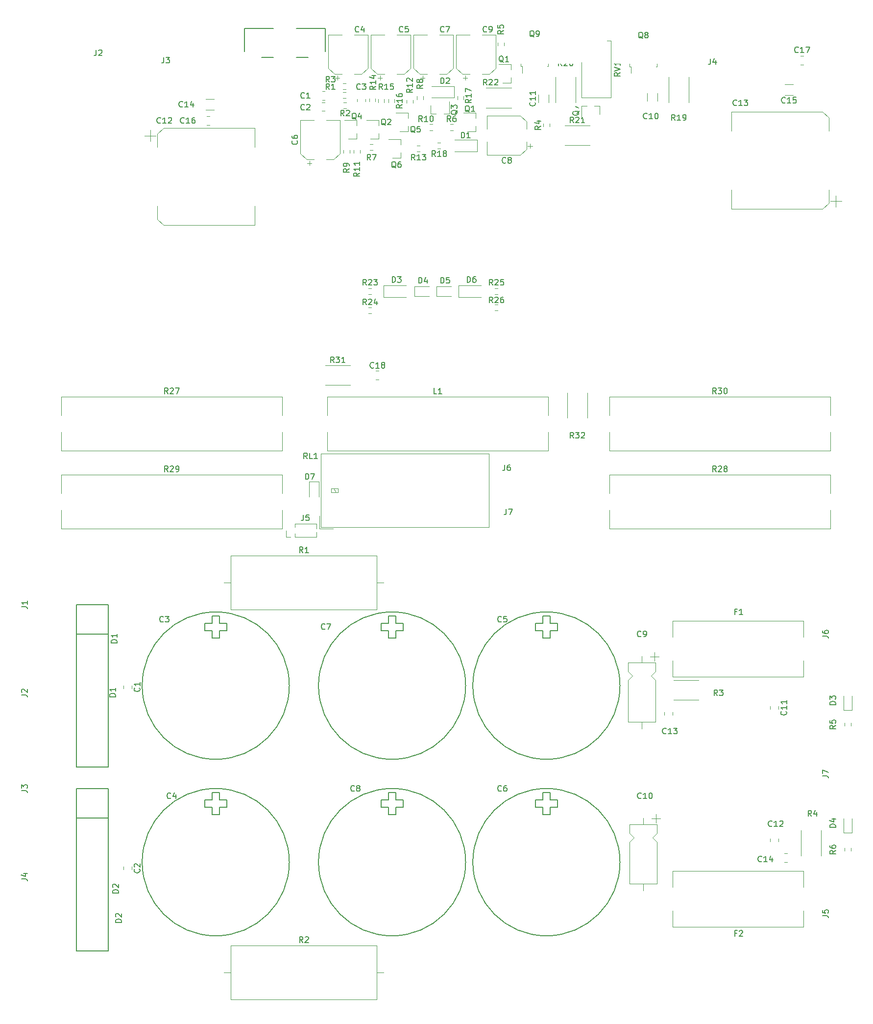
<source format=gto>
G04 #@! TF.GenerationSoftware,KiCad,Pcbnew,5.1.7-a382d34a8~88~ubuntu18.04.1*
G04 #@! TF.CreationDate,2021-06-01T18:59:40+03:00*
G04 #@! TF.ProjectId,amplifier,616d706c-6966-4696-9572-2e6b69636164,rev?*
G04 #@! TF.SameCoordinates,Original*
G04 #@! TF.FileFunction,Legend,Top*
G04 #@! TF.FilePolarity,Positive*
%FSLAX46Y46*%
G04 Gerber Fmt 4.6, Leading zero omitted, Abs format (unit mm)*
G04 Created by KiCad (PCBNEW 5.1.7-a382d34a8~88~ubuntu18.04.1) date 2021-06-01 18:59:40*
%MOMM*%
%LPD*%
G01*
G04 APERTURE LIST*
%ADD10C,0.150000*%
%ADD11C,0.120000*%
%ADD12C,2.000000*%
%ADD13R,2.000000X2.000000*%
%ADD14R,2.500000X2.500000*%
%ADD15O,2.400000X2.400000*%
%ADD16C,2.400000*%
%ADD17C,3.000000*%
%ADD18O,2.000000X2.000000*%
%ADD19C,6.350000*%
%ADD20C,2.600000*%
%ADD21C,0.100000*%
%ADD22R,0.900000X0.800000*%
%ADD23R,0.800000X0.900000*%
%ADD24R,0.900000X1.200000*%
%ADD25R,0.900000X2.300000*%
%ADD26R,0.500000X0.500000*%
%ADD27C,1.440000*%
%ADD28O,2.500000X2.500000*%
%ADD29R,1.000000X1.000000*%
%ADD30O,1.000000X1.000000*%
%ADD31C,0.254000*%
G04 APERTURE END LIST*
D10*
X59309000Y-155575000D02*
X59309000Y-156845000D01*
X60579000Y-155575000D02*
X59309000Y-155575000D01*
X60579000Y-154305000D02*
X60579000Y-155575000D01*
X59944000Y-154305000D02*
X60579000Y-154305000D01*
X59309000Y-154305000D02*
X59944000Y-154305000D01*
X59309000Y-153035000D02*
X59309000Y-154305000D01*
X58039000Y-153035000D02*
X59309000Y-153035000D01*
X58039000Y-154305000D02*
X58039000Y-153035000D01*
X56769000Y-154305000D02*
X58039000Y-154305000D01*
X56769000Y-155575000D02*
X56769000Y-154305000D01*
X58039000Y-155575000D02*
X56769000Y-155575000D01*
X58039000Y-156845000D02*
X58039000Y-155575000D01*
X59309000Y-156845000D02*
X58039000Y-156845000D01*
X71389865Y-165100000D02*
G75*
G03*
X71389865Y-165100000I-12715865J0D01*
G01*
D11*
X163254000Y-163975064D02*
X163254000Y-159620936D01*
X159834000Y-163975064D02*
X159834000Y-159620936D01*
X87714000Y-184150000D02*
X86534000Y-184150000D01*
X60114000Y-184150000D02*
X61294000Y-184150000D01*
X86534000Y-179530000D02*
X61294000Y-179530000D01*
X86534000Y-188770000D02*
X86534000Y-179530000D01*
X61294000Y-188770000D02*
X86534000Y-188770000D01*
X61294000Y-179530000D02*
X61294000Y-188770000D01*
X168629000Y-160015000D02*
X168629000Y-157555000D01*
X167159000Y-160015000D02*
X168629000Y-160015000D01*
X167159000Y-157555000D02*
X167159000Y-160015000D01*
X167371500Y-162662776D02*
X167371500Y-163172224D01*
X168416500Y-162662776D02*
X168416500Y-163172224D01*
D10*
X116459000Y-155575000D02*
X116459000Y-156845000D01*
X117729000Y-155575000D02*
X116459000Y-155575000D01*
X117729000Y-154305000D02*
X117729000Y-155575000D01*
X117094000Y-154305000D02*
X117729000Y-154305000D01*
X116459000Y-154305000D02*
X117094000Y-154305000D01*
X116459000Y-153035000D02*
X116459000Y-154305000D01*
X115189000Y-153035000D02*
X116459000Y-153035000D01*
X115189000Y-154305000D02*
X115189000Y-153035000D01*
X113919000Y-154305000D02*
X115189000Y-154305000D01*
X113919000Y-155575000D02*
X113919000Y-154305000D01*
X115189000Y-155575000D02*
X113919000Y-155575000D01*
X115189000Y-156845000D02*
X115189000Y-155575000D01*
X116459000Y-156845000D02*
X115189000Y-156845000D01*
X128539865Y-165100000D02*
G75*
G03*
X128539865Y-165100000I-12715865J0D01*
G01*
X116459000Y-125095000D02*
X116459000Y-126365000D01*
X117729000Y-125095000D02*
X116459000Y-125095000D01*
X117729000Y-123825000D02*
X117729000Y-125095000D01*
X117094000Y-123825000D02*
X117729000Y-123825000D01*
X116459000Y-123825000D02*
X117094000Y-123825000D01*
X116459000Y-122555000D02*
X116459000Y-123825000D01*
X115189000Y-122555000D02*
X116459000Y-122555000D01*
X115189000Y-123825000D02*
X115189000Y-122555000D01*
X113919000Y-123825000D02*
X115189000Y-123825000D01*
X113919000Y-125095000D02*
X113919000Y-123825000D01*
X115189000Y-125095000D02*
X113919000Y-125095000D01*
X115189000Y-126365000D02*
X115189000Y-125095000D01*
X116459000Y-126365000D02*
X115189000Y-126365000D01*
X128539865Y-134620000D02*
G75*
G03*
X128539865Y-134620000I-12715865J0D01*
G01*
D11*
X168416500Y-141072776D02*
X168416500Y-141582224D01*
X167371500Y-141072776D02*
X167371500Y-141582224D01*
X137641000Y-139184748D02*
X137641000Y-139707252D01*
X136171000Y-139184748D02*
X136171000Y-139707252D01*
X167159000Y-136360000D02*
X167159000Y-138820000D01*
X167159000Y-138820000D02*
X168629000Y-138820000D01*
X168629000Y-138820000D02*
X168629000Y-136360000D01*
X154459000Y-161028748D02*
X154459000Y-161551252D01*
X155929000Y-161028748D02*
X155929000Y-161551252D01*
X137674000Y-123470000D02*
X137674000Y-126270000D01*
X137674000Y-130270000D02*
X137674000Y-133070000D01*
X160274000Y-130270000D02*
X160274000Y-133070000D01*
X160274000Y-133070000D02*
X137674000Y-133070000D01*
X160274000Y-123470000D02*
X137674000Y-123470000D01*
X160274000Y-123470000D02*
X160274000Y-126270000D01*
X157487252Y-165073000D02*
X156964748Y-165073000D01*
X157487252Y-163603000D02*
X156964748Y-163603000D01*
D10*
X101869865Y-134620000D02*
G75*
G03*
X101869865Y-134620000I-12715865J0D01*
G01*
X89789000Y-126365000D02*
X88519000Y-126365000D01*
X88519000Y-126365000D02*
X88519000Y-125095000D01*
X88519000Y-125095000D02*
X87249000Y-125095000D01*
X87249000Y-125095000D02*
X87249000Y-123825000D01*
X87249000Y-123825000D02*
X88519000Y-123825000D01*
X88519000Y-123825000D02*
X88519000Y-122555000D01*
X88519000Y-122555000D02*
X89789000Y-122555000D01*
X89789000Y-122555000D02*
X89789000Y-123825000D01*
X89789000Y-123825000D02*
X90424000Y-123825000D01*
X90424000Y-123825000D02*
X91059000Y-123825000D01*
X91059000Y-123825000D02*
X91059000Y-125095000D01*
X91059000Y-125095000D02*
X89789000Y-125095000D01*
X89789000Y-125095000D02*
X89789000Y-126365000D01*
X71389865Y-134620000D02*
G75*
G03*
X71389865Y-134620000I-12715865J0D01*
G01*
X59309000Y-126365000D02*
X58039000Y-126365000D01*
X58039000Y-126365000D02*
X58039000Y-125095000D01*
X58039000Y-125095000D02*
X56769000Y-125095000D01*
X56769000Y-125095000D02*
X56769000Y-123825000D01*
X56769000Y-123825000D02*
X58039000Y-123825000D01*
X58039000Y-123825000D02*
X58039000Y-122555000D01*
X58039000Y-122555000D02*
X59309000Y-122555000D01*
X59309000Y-122555000D02*
X59309000Y-123825000D01*
X59309000Y-123825000D02*
X59944000Y-123825000D01*
X59944000Y-123825000D02*
X60579000Y-123825000D01*
X60579000Y-123825000D02*
X60579000Y-125095000D01*
X60579000Y-125095000D02*
X59309000Y-125095000D01*
X59309000Y-125095000D02*
X59309000Y-126365000D01*
D11*
X42699000Y-134591248D02*
X42699000Y-135113752D01*
X44169000Y-134591248D02*
X44169000Y-135113752D01*
D10*
X40084000Y-157440000D02*
X34584000Y-157440000D01*
X34584000Y-152440000D02*
X40084000Y-152440000D01*
X34584000Y-180440000D02*
X34584000Y-152440000D01*
X40084000Y-180440000D02*
X34584000Y-180440000D01*
X40084000Y-152440000D02*
X40084000Y-180440000D01*
D11*
X154459000Y-138168748D02*
X154459000Y-138691252D01*
X155929000Y-138168748D02*
X155929000Y-138691252D01*
X132334000Y-142030000D02*
X132334000Y-140890000D01*
X132334000Y-129510000D02*
X132334000Y-130650000D01*
X129964000Y-133650000D02*
X129964000Y-140890000D01*
X130714000Y-132900000D02*
X129964000Y-133650000D01*
X129964000Y-132150000D02*
X130714000Y-132900000D01*
X129964000Y-130650000D02*
X129964000Y-132150000D01*
X134704000Y-133650000D02*
X134704000Y-140890000D01*
X133954000Y-132900000D02*
X134704000Y-133650000D01*
X134704000Y-132150000D02*
X133954000Y-132900000D01*
X134704000Y-130650000D02*
X134704000Y-132150000D01*
X134704000Y-140890000D02*
X129964000Y-140890000D01*
X134704000Y-130650000D02*
X129964000Y-130650000D01*
X135284000Y-129650000D02*
X133784000Y-129650000D01*
X134534000Y-128900000D02*
X134534000Y-130400000D01*
X160274000Y-166650000D02*
X160274000Y-169450000D01*
X160274000Y-166650000D02*
X137674000Y-166650000D01*
X160274000Y-176250000D02*
X137674000Y-176250000D01*
X160274000Y-173450000D02*
X160274000Y-176250000D01*
X137674000Y-173450000D02*
X137674000Y-176250000D01*
X137674000Y-166650000D02*
X137674000Y-169450000D01*
X137776936Y-133672000D02*
X142131064Y-133672000D01*
X137776936Y-137092000D02*
X142131064Y-137092000D01*
D10*
X40084000Y-120690000D02*
X40084000Y-148690000D01*
X40084000Y-148690000D02*
X34584000Y-148690000D01*
X34584000Y-148690000D02*
X34584000Y-120690000D01*
X34584000Y-120690000D02*
X40084000Y-120690000D01*
X40084000Y-125690000D02*
X34584000Y-125690000D01*
D11*
X61294000Y-112220000D02*
X61294000Y-121460000D01*
X61294000Y-121460000D02*
X86534000Y-121460000D01*
X86534000Y-121460000D02*
X86534000Y-112220000D01*
X86534000Y-112220000D02*
X61294000Y-112220000D01*
X60114000Y-116840000D02*
X61294000Y-116840000D01*
X87714000Y-116840000D02*
X86534000Y-116840000D01*
X134788000Y-156840000D02*
X134788000Y-158340000D01*
X135538000Y-157590000D02*
X134038000Y-157590000D01*
X134958000Y-158590000D02*
X130218000Y-158590000D01*
X134958000Y-168830000D02*
X130218000Y-168830000D01*
X134958000Y-158590000D02*
X134958000Y-160090000D01*
X134958000Y-160090000D02*
X134208000Y-160840000D01*
X134208000Y-160840000D02*
X134958000Y-161590000D01*
X134958000Y-161590000D02*
X134958000Y-168830000D01*
X130218000Y-158590000D02*
X130218000Y-160090000D01*
X130218000Y-160090000D02*
X130968000Y-160840000D01*
X130968000Y-160840000D02*
X130218000Y-161590000D01*
X130218000Y-161590000D02*
X130218000Y-168830000D01*
X132588000Y-157450000D02*
X132588000Y-158590000D01*
X132588000Y-169970000D02*
X132588000Y-168830000D01*
D10*
X101869865Y-165100000D02*
G75*
G03*
X101869865Y-165100000I-12715865J0D01*
G01*
X89789000Y-156845000D02*
X88519000Y-156845000D01*
X88519000Y-156845000D02*
X88519000Y-155575000D01*
X88519000Y-155575000D02*
X87249000Y-155575000D01*
X87249000Y-155575000D02*
X87249000Y-154305000D01*
X87249000Y-154305000D02*
X88519000Y-154305000D01*
X88519000Y-154305000D02*
X88519000Y-153035000D01*
X88519000Y-153035000D02*
X89789000Y-153035000D01*
X89789000Y-153035000D02*
X89789000Y-154305000D01*
X89789000Y-154305000D02*
X90424000Y-154305000D01*
X90424000Y-154305000D02*
X91059000Y-154305000D01*
X91059000Y-154305000D02*
X91059000Y-155575000D01*
X91059000Y-155575000D02*
X89789000Y-155575000D01*
X89789000Y-155575000D02*
X89789000Y-156845000D01*
D11*
X44169000Y-165876248D02*
X44169000Y-166398752D01*
X42699000Y-165876248D02*
X42699000Y-166398752D01*
X94502500Y-33401724D02*
X94502500Y-32892276D01*
X93457500Y-33401724D02*
X93457500Y-32892276D01*
X105556000Y-36214000D02*
X105556000Y-38564000D01*
X105556000Y-43034000D02*
X105556000Y-40684000D01*
X111311563Y-43034000D02*
X105556000Y-43034000D01*
X111311563Y-36214000D02*
X105556000Y-36214000D01*
X112376000Y-37278437D02*
X112376000Y-38564000D01*
X112376000Y-41969563D02*
X112376000Y-40684000D01*
X112376000Y-41969563D02*
X111311563Y-43034000D01*
X112376000Y-37278437D02*
X111311563Y-36214000D01*
X113403500Y-41471500D02*
X112616000Y-41471500D01*
X113009750Y-41865250D02*
X113009750Y-41077750D01*
X147800000Y-35532000D02*
X147800000Y-38882000D01*
X147800000Y-52352000D02*
X147800000Y-49002000D01*
X163555563Y-52352000D02*
X147800000Y-52352000D01*
X163555563Y-35532000D02*
X147800000Y-35532000D01*
X164620000Y-36596437D02*
X164620000Y-38882000D01*
X164620000Y-51287563D02*
X164620000Y-49002000D01*
X164620000Y-51287563D02*
X163555563Y-52352000D01*
X164620000Y-36596437D02*
X163555563Y-35532000D01*
X166860000Y-51002000D02*
X164860000Y-51002000D01*
X165860000Y-52002000D02*
X165860000Y-50002000D01*
X107427500Y-24130724D02*
X107427500Y-23621276D01*
X108472500Y-24130724D02*
X108472500Y-23621276D01*
X79292750Y-29697750D02*
X80080250Y-29697750D01*
X79686500Y-30091500D02*
X79686500Y-29304000D01*
X83879563Y-29064000D02*
X84944000Y-27999563D01*
X79188437Y-29064000D02*
X78124000Y-27999563D01*
X79188437Y-29064000D02*
X80474000Y-29064000D01*
X83879563Y-29064000D02*
X82594000Y-29064000D01*
X84944000Y-27999563D02*
X84944000Y-22244000D01*
X78124000Y-27999563D02*
X78124000Y-22244000D01*
X78124000Y-22244000D02*
X80474000Y-22244000D01*
X84944000Y-22244000D02*
X82594000Y-22244000D01*
X81282624Y-33945300D02*
X80773176Y-33945300D01*
X81282624Y-34990300D02*
X80773176Y-34990300D01*
X80669676Y-32167300D02*
X81179124Y-32167300D01*
X80669676Y-33212300D02*
X81179124Y-33212300D01*
X81179124Y-31688300D02*
X80669676Y-31688300D01*
X81179124Y-30643300D02*
X80669676Y-30643300D01*
X92310000Y-22244000D02*
X89960000Y-22244000D01*
X85490000Y-22244000D02*
X87840000Y-22244000D01*
X85490000Y-27999563D02*
X85490000Y-22244000D01*
X92310000Y-27999563D02*
X92310000Y-22244000D01*
X91245563Y-29064000D02*
X89960000Y-29064000D01*
X86554437Y-29064000D02*
X87840000Y-29064000D01*
X86554437Y-29064000D02*
X85490000Y-27999563D01*
X91245563Y-29064000D02*
X92310000Y-27999563D01*
X87052500Y-30091500D02*
X87052500Y-29304000D01*
X86658750Y-29697750D02*
X87446250Y-29697750D01*
X86866000Y-40188000D02*
X86866000Y-39258000D01*
X86866000Y-37028000D02*
X86866000Y-37958000D01*
X86866000Y-37028000D02*
X84706000Y-37028000D01*
X86866000Y-40188000D02*
X85406000Y-40188000D01*
X99186276Y-38749500D02*
X99695724Y-38749500D01*
X99186276Y-37704500D02*
X99695724Y-37704500D01*
X103630000Y-38918000D02*
X102170000Y-38918000D01*
X103630000Y-35758000D02*
X101470000Y-35758000D01*
X103630000Y-35758000D02*
X103630000Y-36688000D01*
X103630000Y-38918000D02*
X103630000Y-37988000D01*
X93471276Y-42432500D02*
X93980724Y-42432500D01*
X93471276Y-41387500D02*
X93980724Y-41387500D01*
X91679500Y-33527276D02*
X91679500Y-34036724D01*
X92724500Y-33527276D02*
X92724500Y-34036724D01*
X86247500Y-33806224D02*
X86247500Y-33296776D01*
X85202500Y-33806224D02*
X85202500Y-33296776D01*
X88504500Y-33400276D02*
X88504500Y-33909724D01*
X89549500Y-33400276D02*
X89549500Y-33909724D01*
X87771500Y-33400276D02*
X87771500Y-33909724D01*
X86726500Y-33400276D02*
X86726500Y-33909724D01*
X95829000Y-35939000D02*
X95829000Y-34479000D01*
X98989000Y-35939000D02*
X98989000Y-33779000D01*
X98989000Y-35939000D02*
X98059000Y-35939000D01*
X95829000Y-35939000D02*
X96759000Y-35939000D01*
X90676000Y-43490000D02*
X90676000Y-42560000D01*
X90676000Y-40330000D02*
X90676000Y-41260000D01*
X90676000Y-40330000D02*
X88516000Y-40330000D01*
X90676000Y-43490000D02*
X89216000Y-43490000D01*
X91946000Y-38918000D02*
X91946000Y-37988000D01*
X91946000Y-35758000D02*
X91946000Y-36688000D01*
X91946000Y-35758000D02*
X89786000Y-35758000D01*
X91946000Y-38918000D02*
X90486000Y-38918000D01*
X101487500Y-32892276D02*
X101487500Y-33401724D01*
X100442500Y-32892276D02*
X100442500Y-33401724D01*
X95630276Y-37704500D02*
X96139724Y-37704500D01*
X95630276Y-38749500D02*
X96139724Y-38749500D01*
X83056000Y-40188000D02*
X81596000Y-40188000D01*
X83056000Y-37028000D02*
X80896000Y-37028000D01*
X83056000Y-37028000D02*
X83056000Y-37958000D01*
X83056000Y-40188000D02*
X83056000Y-39258000D01*
X85343276Y-41133500D02*
X85852724Y-41133500D01*
X85343276Y-42178500D02*
X85852724Y-42178500D01*
X83580500Y-42672724D02*
X83580500Y-42163276D01*
X82535500Y-42672724D02*
X82535500Y-42163276D01*
X99913000Y-33131000D02*
X99913000Y-31131000D01*
X99913000Y-31131000D02*
X96013000Y-31131000D01*
X99913000Y-33131000D02*
X96013000Y-33131000D01*
X94024750Y-29697750D02*
X94812250Y-29697750D01*
X94418500Y-30091500D02*
X94418500Y-29304000D01*
X98611563Y-29064000D02*
X99676000Y-27999563D01*
X93920437Y-29064000D02*
X92856000Y-27999563D01*
X93920437Y-29064000D02*
X95206000Y-29064000D01*
X98611563Y-29064000D02*
X97326000Y-29064000D01*
X99676000Y-27999563D02*
X99676000Y-22244000D01*
X92856000Y-27999563D02*
X92856000Y-22244000D01*
X92856000Y-22244000D02*
X95206000Y-22244000D01*
X99676000Y-22244000D02*
X97326000Y-22244000D01*
X114842000Y-24979500D02*
X116152000Y-24979500D01*
X116152000Y-24979500D02*
X116152000Y-27699500D01*
X111662000Y-28839500D02*
X111662000Y-27699500D01*
X111432000Y-24979500D02*
X112742000Y-24979500D01*
X111432000Y-27699500D02*
X111432000Y-24979500D01*
X111432000Y-27699500D02*
X111662000Y-27699500D01*
X116152000Y-27699500D02*
X115922000Y-27699500D01*
X109726000Y-30536000D02*
X109726000Y-29606000D01*
X109726000Y-27376000D02*
X109726000Y-28306000D01*
X109726000Y-27376000D02*
X107566000Y-27376000D01*
X109726000Y-30536000D02*
X108266000Y-30536000D01*
X87666000Y-65548000D02*
X87666000Y-67548000D01*
X87666000Y-67548000D02*
X91566000Y-67548000D01*
X87666000Y-65548000D02*
X91566000Y-65548000D01*
X116346500Y-38100724D02*
X116346500Y-37591276D01*
X115301500Y-38100724D02*
X115301500Y-37591276D01*
X80757500Y-42672724D02*
X80757500Y-42163276D01*
X81802500Y-42672724D02*
X81802500Y-42163276D01*
X134948000Y-27730000D02*
X134718000Y-27730000D01*
X130228000Y-27730000D02*
X130458000Y-27730000D01*
X130228000Y-27730000D02*
X130228000Y-25010000D01*
X130228000Y-25010000D02*
X131538000Y-25010000D01*
X130458000Y-28870000D02*
X130458000Y-27730000D01*
X134948000Y-25010000D02*
X134948000Y-27730000D01*
X133638000Y-25010000D02*
X134948000Y-25010000D01*
X125024000Y-34546000D02*
X125024000Y-36006000D01*
X121864000Y-34546000D02*
X121864000Y-36706000D01*
X121864000Y-34546000D02*
X122794000Y-34546000D01*
X125024000Y-34546000D02*
X124094000Y-34546000D01*
X136974000Y-29572936D02*
X136974000Y-33927064D01*
X140394000Y-29572936D02*
X140394000Y-33927064D01*
X118980936Y-41334000D02*
X123335064Y-41334000D01*
X118980936Y-37914000D02*
X123335064Y-37914000D01*
X117416000Y-33927064D02*
X117416000Y-29572936D01*
X120836000Y-33927064D02*
X120836000Y-29572936D01*
X109746064Y-34857000D02*
X105391936Y-34857000D01*
X109746064Y-31437000D02*
X105391936Y-31437000D01*
X92988000Y-65698000D02*
X95538000Y-65698000D01*
X92988000Y-67398000D02*
X95538000Y-67398000D01*
X92988000Y-65698000D02*
X92988000Y-67398000D01*
X133202000Y-32308748D02*
X133202000Y-33731252D01*
X135022000Y-32308748D02*
X135022000Y-33731252D01*
X100620000Y-65548000D02*
X104520000Y-65548000D01*
X100620000Y-67548000D02*
X104520000Y-67548000D01*
X100620000Y-65548000D02*
X100620000Y-67548000D01*
X96798000Y-65698000D02*
X96798000Y-67398000D01*
X96798000Y-67398000D02*
X99348000Y-67398000D01*
X96798000Y-65698000D02*
X99348000Y-65698000D01*
X80118000Y-36976000D02*
X77768000Y-36976000D01*
X73298000Y-36976000D02*
X75648000Y-36976000D01*
X73298000Y-42731563D02*
X73298000Y-36976000D01*
X80118000Y-42731563D02*
X80118000Y-36976000D01*
X79053563Y-43796000D02*
X77768000Y-43796000D01*
X74362437Y-43796000D02*
X75648000Y-43796000D01*
X74362437Y-43796000D02*
X73298000Y-42731563D01*
X79053563Y-43796000D02*
X80118000Y-42731563D01*
X74860500Y-44823500D02*
X74860500Y-44036000D01*
X74466750Y-44429750D02*
X75254250Y-44429750D01*
X103850000Y-42402000D02*
X99950000Y-42402000D01*
X103850000Y-40402000D02*
X99950000Y-40402000D01*
X103850000Y-42402000D02*
X103850000Y-40402000D01*
X114406000Y-33985252D02*
X114406000Y-32562748D01*
X116226000Y-33985252D02*
X116226000Y-32562748D01*
X101390750Y-29697750D02*
X102178250Y-29697750D01*
X101784500Y-30091500D02*
X101784500Y-29304000D01*
X105977563Y-29064000D02*
X107042000Y-27999563D01*
X101286437Y-29064000D02*
X100222000Y-27999563D01*
X101286437Y-29064000D02*
X102572000Y-29064000D01*
X105977563Y-29064000D02*
X104692000Y-29064000D01*
X107042000Y-27999563D02*
X107042000Y-22244000D01*
X100222000Y-27999563D02*
X100222000Y-22244000D01*
X100222000Y-22244000D02*
X102572000Y-22244000D01*
X107042000Y-22244000D02*
X104692000Y-22244000D01*
X97536724Y-41924500D02*
X97027276Y-41924500D01*
X97536724Y-40879500D02*
X97027276Y-40879500D01*
X126990000Y-23309000D02*
X126990000Y-33079000D01*
X121920000Y-23309000D02*
X121920000Y-33079000D01*
X126990000Y-23309000D02*
X121920000Y-23309000D01*
X126990000Y-33079000D02*
X121920000Y-33079000D01*
X126676000Y-101430000D02*
X126676000Y-98250000D01*
X126676000Y-98250000D02*
X164916000Y-98250000D01*
X164916000Y-98250000D02*
X164916000Y-101430000D01*
X126676000Y-104310000D02*
X126676000Y-107490000D01*
X126676000Y-107490000D02*
X164916000Y-107490000D01*
X164916000Y-107490000D02*
X164916000Y-104310000D01*
X77578936Y-82736000D02*
X81933064Y-82736000D01*
X77578936Y-79316000D02*
X81933064Y-79316000D01*
X119448000Y-88410064D02*
X119448000Y-84055936D01*
X122868000Y-88410064D02*
X122868000Y-84055936D01*
X105848000Y-94548000D02*
X76848000Y-94548000D01*
X76848000Y-94548000D02*
X76848000Y-107248000D01*
X76848000Y-107248000D02*
X105848000Y-107248000D01*
X105848000Y-107248000D02*
X105848000Y-94548000D01*
X79448000Y-101248000D02*
X79048000Y-100548000D01*
X79848000Y-100548000D02*
X78648000Y-100548000D01*
X78648000Y-100548000D02*
X78648000Y-101248000D01*
X78648000Y-101248000D02*
X79848000Y-101248000D01*
X79848000Y-101248000D02*
X79848000Y-100548000D01*
X78948000Y-107488000D02*
X76608000Y-107488000D01*
X76608000Y-107488000D02*
X76608000Y-105298000D01*
X85089276Y-66025500D02*
X85598724Y-66025500D01*
X85089276Y-67070500D02*
X85598724Y-67070500D01*
X85089276Y-70372500D02*
X85598724Y-70372500D01*
X85089276Y-69327500D02*
X85598724Y-69327500D01*
X107442724Y-67070500D02*
X106933276Y-67070500D01*
X107442724Y-66025500D02*
X106933276Y-66025500D01*
X107442724Y-68819500D02*
X106933276Y-68819500D01*
X107442724Y-69864500D02*
X106933276Y-69864500D01*
X31934000Y-87968000D02*
X31934000Y-84788000D01*
X31934000Y-84788000D02*
X70174000Y-84788000D01*
X70174000Y-84788000D02*
X70174000Y-87968000D01*
X31934000Y-90848000D02*
X31934000Y-94028000D01*
X31934000Y-94028000D02*
X70174000Y-94028000D01*
X70174000Y-94028000D02*
X70174000Y-90848000D01*
X70174000Y-107490000D02*
X70174000Y-104310000D01*
X31934000Y-107490000D02*
X70174000Y-107490000D01*
X31934000Y-104310000D02*
X31934000Y-107490000D01*
X70174000Y-98250000D02*
X70174000Y-101430000D01*
X31934000Y-98250000D02*
X70174000Y-98250000D01*
X31934000Y-101430000D02*
X31934000Y-98250000D01*
X164916000Y-94028000D02*
X164916000Y-90848000D01*
X126676000Y-94028000D02*
X164916000Y-94028000D01*
X126676000Y-90848000D02*
X126676000Y-94028000D01*
X164916000Y-84788000D02*
X164916000Y-87968000D01*
X126676000Y-84788000D02*
X164916000Y-84788000D01*
X126676000Y-87968000D02*
X126676000Y-84788000D01*
X76491200Y-99439600D02*
X74791200Y-99439600D01*
X74791200Y-99439600D02*
X74791200Y-101989600D01*
X76491200Y-99439600D02*
X76491200Y-101989600D01*
X77908000Y-87968000D02*
X77908000Y-84788000D01*
X77908000Y-84788000D02*
X116148000Y-84788000D01*
X116148000Y-84788000D02*
X116148000Y-87968000D01*
X77908000Y-90848000D02*
X77908000Y-94028000D01*
X77908000Y-94028000D02*
X116148000Y-94028000D01*
X116148000Y-94028000D02*
X116148000Y-90848000D01*
X86352748Y-80291000D02*
X86875252Y-80291000D01*
X86352748Y-81761000D02*
X86875252Y-81761000D01*
X47346000Y-38676000D02*
X47346000Y-40676000D01*
X46346000Y-39676000D02*
X48346000Y-39676000D01*
X48586000Y-54081563D02*
X49650437Y-55146000D01*
X48586000Y-39390437D02*
X49650437Y-38326000D01*
X48586000Y-39390437D02*
X48586000Y-41676000D01*
X48586000Y-54081563D02*
X48586000Y-51796000D01*
X49650437Y-55146000D02*
X65406000Y-55146000D01*
X49650437Y-38326000D02*
X65406000Y-38326000D01*
X65406000Y-38326000D02*
X65406000Y-41676000D01*
X65406000Y-55146000D02*
X65406000Y-51796000D01*
X56946748Y-33380000D02*
X58369252Y-33380000D01*
X56946748Y-35200000D02*
X58369252Y-35200000D01*
X158445252Y-30840000D02*
X157022748Y-30840000D01*
X158445252Y-32660000D02*
X157022748Y-32660000D01*
X57142748Y-36349000D02*
X57665252Y-36349000D01*
X57142748Y-37819000D02*
X57665252Y-37819000D01*
X160281252Y-25935000D02*
X159758748Y-25935000D01*
X160281252Y-27405000D02*
X159758748Y-27405000D01*
D10*
X77612000Y-21178000D02*
X77612000Y-25178000D01*
X72612000Y-21178000D02*
X77612000Y-21178000D01*
X63612000Y-21178000D02*
X68612000Y-21178000D01*
X63612000Y-25178000D02*
X63612000Y-21178000D01*
X68612000Y-26178000D02*
X66612000Y-26178000D01*
X74612000Y-26178000D02*
X72612000Y-26178000D01*
D11*
X76069500Y-108933000D02*
X76069500Y-108130530D01*
X76069500Y-107515470D02*
X76069500Y-106713000D01*
X72324500Y-108933000D02*
X76069500Y-108933000D01*
X72324500Y-106713000D02*
X76069500Y-106713000D01*
X72324500Y-108933000D02*
X72324500Y-108386471D01*
X72324500Y-107259529D02*
X72324500Y-106713000D01*
X71564500Y-108933000D02*
X70804500Y-108933000D01*
X70804500Y-108933000D02*
X70804500Y-107823000D01*
X77544664Y-32031000D02*
X77090536Y-32031000D01*
X77544664Y-33501000D02*
X77090536Y-33501000D01*
X77493864Y-35380600D02*
X77039736Y-35380600D01*
X77493864Y-33910600D02*
X77039736Y-33910600D01*
X83085000Y-33771064D02*
X83085000Y-33316936D01*
X84555000Y-33771064D02*
X84555000Y-33316936D01*
D10*
X50887333Y-154027142D02*
X50839714Y-154074761D01*
X50696857Y-154122380D01*
X50601619Y-154122380D01*
X50458761Y-154074761D01*
X50363523Y-153979523D01*
X50315904Y-153884285D01*
X50268285Y-153693809D01*
X50268285Y-153550952D01*
X50315904Y-153360476D01*
X50363523Y-153265238D01*
X50458761Y-153170000D01*
X50601619Y-153122380D01*
X50696857Y-153122380D01*
X50839714Y-153170000D01*
X50887333Y-153217619D01*
X51744476Y-153455714D02*
X51744476Y-154122380D01*
X51506380Y-153074761D02*
X51268285Y-153789047D01*
X51887333Y-153789047D01*
X161631333Y-157170380D02*
X161298000Y-156694190D01*
X161059904Y-157170380D02*
X161059904Y-156170380D01*
X161440857Y-156170380D01*
X161536095Y-156218000D01*
X161583714Y-156265619D01*
X161631333Y-156360857D01*
X161631333Y-156503714D01*
X161583714Y-156598952D01*
X161536095Y-156646571D01*
X161440857Y-156694190D01*
X161059904Y-156694190D01*
X162488476Y-156503714D02*
X162488476Y-157170380D01*
X162250380Y-156122761D02*
X162012285Y-156837047D01*
X162631333Y-156837047D01*
X163536380Y-150193333D02*
X164250666Y-150193333D01*
X164393523Y-150240952D01*
X164488761Y-150336190D01*
X164536380Y-150479047D01*
X164536380Y-150574285D01*
X163536380Y-149812380D02*
X163536380Y-149145714D01*
X164536380Y-149574285D01*
X73747333Y-178982380D02*
X73414000Y-178506190D01*
X73175904Y-178982380D02*
X73175904Y-177982380D01*
X73556857Y-177982380D01*
X73652095Y-178030000D01*
X73699714Y-178077619D01*
X73747333Y-178172857D01*
X73747333Y-178315714D01*
X73699714Y-178410952D01*
X73652095Y-178458571D01*
X73556857Y-178506190D01*
X73175904Y-178506190D01*
X74128285Y-178077619D02*
X74175904Y-178030000D01*
X74271142Y-177982380D01*
X74509238Y-177982380D01*
X74604476Y-178030000D01*
X74652095Y-178077619D01*
X74699714Y-178172857D01*
X74699714Y-178268095D01*
X74652095Y-178410952D01*
X74080666Y-178982380D01*
X74699714Y-178982380D01*
X165806380Y-159093095D02*
X164806380Y-159093095D01*
X164806380Y-158855000D01*
X164854000Y-158712142D01*
X164949238Y-158616904D01*
X165044476Y-158569285D01*
X165234952Y-158521666D01*
X165377809Y-158521666D01*
X165568285Y-158569285D01*
X165663523Y-158616904D01*
X165758761Y-158712142D01*
X165806380Y-158855000D01*
X165806380Y-159093095D01*
X165139714Y-157664523D02*
X165806380Y-157664523D01*
X164758761Y-157902619D02*
X165473047Y-158140714D01*
X165473047Y-157521666D01*
X165806380Y-163084166D02*
X165330190Y-163417500D01*
X165806380Y-163655595D02*
X164806380Y-163655595D01*
X164806380Y-163274642D01*
X164854000Y-163179404D01*
X164901619Y-163131785D01*
X164996857Y-163084166D01*
X165139714Y-163084166D01*
X165234952Y-163131785D01*
X165282571Y-163179404D01*
X165330190Y-163274642D01*
X165330190Y-163655595D01*
X164806380Y-162227023D02*
X164806380Y-162417500D01*
X164854000Y-162512738D01*
X164901619Y-162560357D01*
X165044476Y-162655595D01*
X165234952Y-162703214D01*
X165615904Y-162703214D01*
X165711142Y-162655595D01*
X165758761Y-162607976D01*
X165806380Y-162512738D01*
X165806380Y-162322261D01*
X165758761Y-162227023D01*
X165711142Y-162179404D01*
X165615904Y-162131785D01*
X165377809Y-162131785D01*
X165282571Y-162179404D01*
X165234952Y-162227023D01*
X165187333Y-162322261D01*
X165187333Y-162512738D01*
X165234952Y-162607976D01*
X165282571Y-162655595D01*
X165377809Y-162703214D01*
X108037333Y-152757142D02*
X107989714Y-152804761D01*
X107846857Y-152852380D01*
X107751619Y-152852380D01*
X107608761Y-152804761D01*
X107513523Y-152709523D01*
X107465904Y-152614285D01*
X107418285Y-152423809D01*
X107418285Y-152280952D01*
X107465904Y-152090476D01*
X107513523Y-151995238D01*
X107608761Y-151900000D01*
X107751619Y-151852380D01*
X107846857Y-151852380D01*
X107989714Y-151900000D01*
X108037333Y-151947619D01*
X108894476Y-151852380D02*
X108704000Y-151852380D01*
X108608761Y-151900000D01*
X108561142Y-151947619D01*
X108465904Y-152090476D01*
X108418285Y-152280952D01*
X108418285Y-152661904D01*
X108465904Y-152757142D01*
X108513523Y-152804761D01*
X108608761Y-152852380D01*
X108799238Y-152852380D01*
X108894476Y-152804761D01*
X108942095Y-152757142D01*
X108989714Y-152661904D01*
X108989714Y-152423809D01*
X108942095Y-152328571D01*
X108894476Y-152280952D01*
X108799238Y-152233333D01*
X108608761Y-152233333D01*
X108513523Y-152280952D01*
X108465904Y-152328571D01*
X108418285Y-152423809D01*
X108037333Y-123547142D02*
X107989714Y-123594761D01*
X107846857Y-123642380D01*
X107751619Y-123642380D01*
X107608761Y-123594761D01*
X107513523Y-123499523D01*
X107465904Y-123404285D01*
X107418285Y-123213809D01*
X107418285Y-123070952D01*
X107465904Y-122880476D01*
X107513523Y-122785238D01*
X107608761Y-122690000D01*
X107751619Y-122642380D01*
X107846857Y-122642380D01*
X107989714Y-122690000D01*
X108037333Y-122737619D01*
X108942095Y-122642380D02*
X108465904Y-122642380D01*
X108418285Y-123118571D01*
X108465904Y-123070952D01*
X108561142Y-123023333D01*
X108799238Y-123023333D01*
X108894476Y-123070952D01*
X108942095Y-123118571D01*
X108989714Y-123213809D01*
X108989714Y-123451904D01*
X108942095Y-123547142D01*
X108894476Y-123594761D01*
X108799238Y-123642380D01*
X108561142Y-123642380D01*
X108465904Y-123594761D01*
X108418285Y-123547142D01*
X163536380Y-126063333D02*
X164250666Y-126063333D01*
X164393523Y-126110952D01*
X164488761Y-126206190D01*
X164536380Y-126349047D01*
X164536380Y-126444285D01*
X163536380Y-125158571D02*
X163536380Y-125349047D01*
X163584000Y-125444285D01*
X163631619Y-125491904D01*
X163774476Y-125587142D01*
X163964952Y-125634761D01*
X164345904Y-125634761D01*
X164441142Y-125587142D01*
X164488761Y-125539523D01*
X164536380Y-125444285D01*
X164536380Y-125253809D01*
X164488761Y-125158571D01*
X164441142Y-125110952D01*
X164345904Y-125063333D01*
X164107809Y-125063333D01*
X164012571Y-125110952D01*
X163964952Y-125158571D01*
X163917333Y-125253809D01*
X163917333Y-125444285D01*
X163964952Y-125539523D01*
X164012571Y-125587142D01*
X164107809Y-125634761D01*
X25106380Y-120983333D02*
X25820666Y-120983333D01*
X25963523Y-121030952D01*
X26058761Y-121126190D01*
X26106380Y-121269047D01*
X26106380Y-121364285D01*
X26106380Y-119983333D02*
X26106380Y-120554761D01*
X26106380Y-120269047D02*
X25106380Y-120269047D01*
X25249238Y-120364285D01*
X25344476Y-120459523D01*
X25392095Y-120554761D01*
X25106380Y-167973333D02*
X25820666Y-167973333D01*
X25963523Y-168020952D01*
X26058761Y-168116190D01*
X26106380Y-168259047D01*
X26106380Y-168354285D01*
X25439714Y-167068571D02*
X26106380Y-167068571D01*
X25058761Y-167306666D02*
X25773047Y-167544761D01*
X25773047Y-166925714D01*
X165806380Y-141494166D02*
X165330190Y-141827500D01*
X165806380Y-142065595D02*
X164806380Y-142065595D01*
X164806380Y-141684642D01*
X164854000Y-141589404D01*
X164901619Y-141541785D01*
X164996857Y-141494166D01*
X165139714Y-141494166D01*
X165234952Y-141541785D01*
X165282571Y-141589404D01*
X165330190Y-141684642D01*
X165330190Y-142065595D01*
X164806380Y-140589404D02*
X164806380Y-141065595D01*
X165282571Y-141113214D01*
X165234952Y-141065595D01*
X165187333Y-140970357D01*
X165187333Y-140732261D01*
X165234952Y-140637023D01*
X165282571Y-140589404D01*
X165377809Y-140541785D01*
X165615904Y-140541785D01*
X165711142Y-140589404D01*
X165758761Y-140637023D01*
X165806380Y-140732261D01*
X165806380Y-140970357D01*
X165758761Y-141065595D01*
X165711142Y-141113214D01*
X136517142Y-142851142D02*
X136469523Y-142898761D01*
X136326666Y-142946380D01*
X136231428Y-142946380D01*
X136088571Y-142898761D01*
X135993333Y-142803523D01*
X135945714Y-142708285D01*
X135898095Y-142517809D01*
X135898095Y-142374952D01*
X135945714Y-142184476D01*
X135993333Y-142089238D01*
X136088571Y-141994000D01*
X136231428Y-141946380D01*
X136326666Y-141946380D01*
X136469523Y-141994000D01*
X136517142Y-142041619D01*
X137469523Y-142946380D02*
X136898095Y-142946380D01*
X137183809Y-142946380D02*
X137183809Y-141946380D01*
X137088571Y-142089238D01*
X136993333Y-142184476D01*
X136898095Y-142232095D01*
X137802857Y-141946380D02*
X138421904Y-141946380D01*
X138088571Y-142327333D01*
X138231428Y-142327333D01*
X138326666Y-142374952D01*
X138374285Y-142422571D01*
X138421904Y-142517809D01*
X138421904Y-142755904D01*
X138374285Y-142851142D01*
X138326666Y-142898761D01*
X138231428Y-142946380D01*
X137945714Y-142946380D01*
X137850476Y-142898761D01*
X137802857Y-142851142D01*
X165806380Y-137898095D02*
X164806380Y-137898095D01*
X164806380Y-137660000D01*
X164854000Y-137517142D01*
X164949238Y-137421904D01*
X165044476Y-137374285D01*
X165234952Y-137326666D01*
X165377809Y-137326666D01*
X165568285Y-137374285D01*
X165663523Y-137421904D01*
X165758761Y-137517142D01*
X165806380Y-137660000D01*
X165806380Y-137898095D01*
X164806380Y-136993333D02*
X164806380Y-136374285D01*
X165187333Y-136707619D01*
X165187333Y-136564761D01*
X165234952Y-136469523D01*
X165282571Y-136421904D01*
X165377809Y-136374285D01*
X165615904Y-136374285D01*
X165711142Y-136421904D01*
X165758761Y-136469523D01*
X165806380Y-136564761D01*
X165806380Y-136850476D01*
X165758761Y-136945714D01*
X165711142Y-136993333D01*
X154805142Y-158853142D02*
X154757523Y-158900761D01*
X154614666Y-158948380D01*
X154519428Y-158948380D01*
X154376571Y-158900761D01*
X154281333Y-158805523D01*
X154233714Y-158710285D01*
X154186095Y-158519809D01*
X154186095Y-158376952D01*
X154233714Y-158186476D01*
X154281333Y-158091238D01*
X154376571Y-157996000D01*
X154519428Y-157948380D01*
X154614666Y-157948380D01*
X154757523Y-157996000D01*
X154805142Y-158043619D01*
X155757523Y-158948380D02*
X155186095Y-158948380D01*
X155471809Y-158948380D02*
X155471809Y-157948380D01*
X155376571Y-158091238D01*
X155281333Y-158186476D01*
X155186095Y-158234095D01*
X156138476Y-158043619D02*
X156186095Y-157996000D01*
X156281333Y-157948380D01*
X156519428Y-157948380D01*
X156614666Y-157996000D01*
X156662285Y-158043619D01*
X156709904Y-158138857D01*
X156709904Y-158234095D01*
X156662285Y-158376952D01*
X156090857Y-158948380D01*
X156709904Y-158948380D01*
X148690666Y-121848571D02*
X148357333Y-121848571D01*
X148357333Y-122372380D02*
X148357333Y-121372380D01*
X148833523Y-121372380D01*
X149738285Y-122372380D02*
X149166857Y-122372380D01*
X149452571Y-122372380D02*
X149452571Y-121372380D01*
X149357333Y-121515238D01*
X149262095Y-121610476D01*
X149166857Y-121658095D01*
X163536380Y-174323333D02*
X164250666Y-174323333D01*
X164393523Y-174370952D01*
X164488761Y-174466190D01*
X164536380Y-174609047D01*
X164536380Y-174704285D01*
X163536380Y-173370952D02*
X163536380Y-173847142D01*
X164012571Y-173894761D01*
X163964952Y-173847142D01*
X163917333Y-173751904D01*
X163917333Y-173513809D01*
X163964952Y-173418571D01*
X164012571Y-173370952D01*
X164107809Y-173323333D01*
X164345904Y-173323333D01*
X164441142Y-173370952D01*
X164488761Y-173418571D01*
X164536380Y-173513809D01*
X164536380Y-173751904D01*
X164488761Y-173847142D01*
X164441142Y-173894761D01*
X153027142Y-164949142D02*
X152979523Y-164996761D01*
X152836666Y-165044380D01*
X152741428Y-165044380D01*
X152598571Y-164996761D01*
X152503333Y-164901523D01*
X152455714Y-164806285D01*
X152408095Y-164615809D01*
X152408095Y-164472952D01*
X152455714Y-164282476D01*
X152503333Y-164187238D01*
X152598571Y-164092000D01*
X152741428Y-164044380D01*
X152836666Y-164044380D01*
X152979523Y-164092000D01*
X153027142Y-164139619D01*
X153979523Y-165044380D02*
X153408095Y-165044380D01*
X153693809Y-165044380D02*
X153693809Y-164044380D01*
X153598571Y-164187238D01*
X153503333Y-164282476D01*
X153408095Y-164330095D01*
X154836666Y-164377714D02*
X154836666Y-165044380D01*
X154598571Y-163996761D02*
X154360476Y-164711047D01*
X154979523Y-164711047D01*
X77557333Y-124817142D02*
X77509714Y-124864761D01*
X77366857Y-124912380D01*
X77271619Y-124912380D01*
X77128761Y-124864761D01*
X77033523Y-124769523D01*
X76985904Y-124674285D01*
X76938285Y-124483809D01*
X76938285Y-124340952D01*
X76985904Y-124150476D01*
X77033523Y-124055238D01*
X77128761Y-123960000D01*
X77271619Y-123912380D01*
X77366857Y-123912380D01*
X77509714Y-123960000D01*
X77557333Y-124007619D01*
X77890666Y-123912380D02*
X78557333Y-123912380D01*
X78128761Y-124912380D01*
X49617333Y-123547142D02*
X49569714Y-123594761D01*
X49426857Y-123642380D01*
X49331619Y-123642380D01*
X49188761Y-123594761D01*
X49093523Y-123499523D01*
X49045904Y-123404285D01*
X48998285Y-123213809D01*
X48998285Y-123070952D01*
X49045904Y-122880476D01*
X49093523Y-122785238D01*
X49188761Y-122690000D01*
X49331619Y-122642380D01*
X49426857Y-122642380D01*
X49569714Y-122690000D01*
X49617333Y-122737619D01*
X49950666Y-122642380D02*
X50569714Y-122642380D01*
X50236380Y-123023333D01*
X50379238Y-123023333D01*
X50474476Y-123070952D01*
X50522095Y-123118571D01*
X50569714Y-123213809D01*
X50569714Y-123451904D01*
X50522095Y-123547142D01*
X50474476Y-123594761D01*
X50379238Y-123642380D01*
X50093523Y-123642380D01*
X49998285Y-123594761D01*
X49950666Y-123547142D01*
X45471142Y-135019166D02*
X45518761Y-135066785D01*
X45566380Y-135209642D01*
X45566380Y-135304880D01*
X45518761Y-135447738D01*
X45423523Y-135542976D01*
X45328285Y-135590595D01*
X45137809Y-135638214D01*
X44994952Y-135638214D01*
X44804476Y-135590595D01*
X44709238Y-135542976D01*
X44614000Y-135447738D01*
X44566380Y-135304880D01*
X44566380Y-135209642D01*
X44614000Y-135066785D01*
X44661619Y-135019166D01*
X45566380Y-134066785D02*
X45566380Y-134638214D01*
X45566380Y-134352500D02*
X44566380Y-134352500D01*
X44709238Y-134447738D01*
X44804476Y-134542976D01*
X44852095Y-134638214D01*
X41854380Y-170410095D02*
X40854380Y-170410095D01*
X40854380Y-170172000D01*
X40902000Y-170029142D01*
X40997238Y-169933904D01*
X41092476Y-169886285D01*
X41282952Y-169838666D01*
X41425809Y-169838666D01*
X41616285Y-169886285D01*
X41711523Y-169933904D01*
X41806761Y-170029142D01*
X41854380Y-170172000D01*
X41854380Y-170410095D01*
X40949619Y-169457714D02*
X40902000Y-169410095D01*
X40854380Y-169314857D01*
X40854380Y-169076761D01*
X40902000Y-168981523D01*
X40949619Y-168933904D01*
X41044857Y-168886285D01*
X41140095Y-168886285D01*
X41282952Y-168933904D01*
X41854380Y-169505333D01*
X41854380Y-168886285D01*
X42362380Y-175490095D02*
X41362380Y-175490095D01*
X41362380Y-175252000D01*
X41410000Y-175109142D01*
X41505238Y-175013904D01*
X41600476Y-174966285D01*
X41790952Y-174918666D01*
X41933809Y-174918666D01*
X42124285Y-174966285D01*
X42219523Y-175013904D01*
X42314761Y-175109142D01*
X42362380Y-175252000D01*
X42362380Y-175490095D01*
X41457619Y-174537714D02*
X41410000Y-174490095D01*
X41362380Y-174394857D01*
X41362380Y-174156761D01*
X41410000Y-174061523D01*
X41457619Y-174013904D01*
X41552857Y-173966285D01*
X41648095Y-173966285D01*
X41790952Y-174013904D01*
X42362380Y-174585333D01*
X42362380Y-173966285D01*
X157231142Y-139072857D02*
X157278761Y-139120476D01*
X157326380Y-139263333D01*
X157326380Y-139358571D01*
X157278761Y-139501428D01*
X157183523Y-139596666D01*
X157088285Y-139644285D01*
X156897809Y-139691904D01*
X156754952Y-139691904D01*
X156564476Y-139644285D01*
X156469238Y-139596666D01*
X156374000Y-139501428D01*
X156326380Y-139358571D01*
X156326380Y-139263333D01*
X156374000Y-139120476D01*
X156421619Y-139072857D01*
X157326380Y-138120476D02*
X157326380Y-138691904D01*
X157326380Y-138406190D02*
X156326380Y-138406190D01*
X156469238Y-138501428D01*
X156564476Y-138596666D01*
X156612095Y-138691904D01*
X157326380Y-137168095D02*
X157326380Y-137739523D01*
X157326380Y-137453809D02*
X156326380Y-137453809D01*
X156469238Y-137549047D01*
X156564476Y-137644285D01*
X156612095Y-137739523D01*
X25106380Y-136223333D02*
X25820666Y-136223333D01*
X25963523Y-136270952D01*
X26058761Y-136366190D01*
X26106380Y-136509047D01*
X26106380Y-136604285D01*
X25201619Y-135794761D02*
X25154000Y-135747142D01*
X25106380Y-135651904D01*
X25106380Y-135413809D01*
X25154000Y-135318571D01*
X25201619Y-135270952D01*
X25296857Y-135223333D01*
X25392095Y-135223333D01*
X25534952Y-135270952D01*
X26106380Y-135842380D01*
X26106380Y-135223333D01*
X25106380Y-152733333D02*
X25820666Y-152733333D01*
X25963523Y-152780952D01*
X26058761Y-152876190D01*
X26106380Y-153019047D01*
X26106380Y-153114285D01*
X25106380Y-152352380D02*
X25106380Y-151733333D01*
X25487333Y-152066666D01*
X25487333Y-151923809D01*
X25534952Y-151828571D01*
X25582571Y-151780952D01*
X25677809Y-151733333D01*
X25915904Y-151733333D01*
X26011142Y-151780952D01*
X26058761Y-151828571D01*
X26106380Y-151923809D01*
X26106380Y-152209523D01*
X26058761Y-152304761D01*
X26011142Y-152352380D01*
X132167333Y-126087142D02*
X132119714Y-126134761D01*
X131976857Y-126182380D01*
X131881619Y-126182380D01*
X131738761Y-126134761D01*
X131643523Y-126039523D01*
X131595904Y-125944285D01*
X131548285Y-125753809D01*
X131548285Y-125610952D01*
X131595904Y-125420476D01*
X131643523Y-125325238D01*
X131738761Y-125230000D01*
X131881619Y-125182380D01*
X131976857Y-125182380D01*
X132119714Y-125230000D01*
X132167333Y-125277619D01*
X132643523Y-126182380D02*
X132834000Y-126182380D01*
X132929238Y-126134761D01*
X132976857Y-126087142D01*
X133072095Y-125944285D01*
X133119714Y-125753809D01*
X133119714Y-125372857D01*
X133072095Y-125277619D01*
X133024476Y-125230000D01*
X132929238Y-125182380D01*
X132738761Y-125182380D01*
X132643523Y-125230000D01*
X132595904Y-125277619D01*
X132548285Y-125372857D01*
X132548285Y-125610952D01*
X132595904Y-125706190D01*
X132643523Y-125753809D01*
X132738761Y-125801428D01*
X132929238Y-125801428D01*
X133024476Y-125753809D01*
X133072095Y-125706190D01*
X133119714Y-125610952D01*
X148690666Y-177378571D02*
X148357333Y-177378571D01*
X148357333Y-177902380D02*
X148357333Y-176902380D01*
X148833523Y-176902380D01*
X149166857Y-176997619D02*
X149214476Y-176950000D01*
X149309714Y-176902380D01*
X149547809Y-176902380D01*
X149643047Y-176950000D01*
X149690666Y-176997619D01*
X149738285Y-177092857D01*
X149738285Y-177188095D01*
X149690666Y-177330952D01*
X149119238Y-177902380D01*
X149738285Y-177902380D01*
X145375333Y-136342380D02*
X145042000Y-135866190D01*
X144803904Y-136342380D02*
X144803904Y-135342380D01*
X145184857Y-135342380D01*
X145280095Y-135390000D01*
X145327714Y-135437619D01*
X145375333Y-135532857D01*
X145375333Y-135675714D01*
X145327714Y-135770952D01*
X145280095Y-135818571D01*
X145184857Y-135866190D01*
X144803904Y-135866190D01*
X145708666Y-135342380D02*
X146327714Y-135342380D01*
X145994380Y-135723333D01*
X146137238Y-135723333D01*
X146232476Y-135770952D01*
X146280095Y-135818571D01*
X146327714Y-135913809D01*
X146327714Y-136151904D01*
X146280095Y-136247142D01*
X146232476Y-136294761D01*
X146137238Y-136342380D01*
X145851523Y-136342380D01*
X145756285Y-136294761D01*
X145708666Y-136247142D01*
X41600380Y-127230095D02*
X40600380Y-127230095D01*
X40600380Y-126992000D01*
X40648000Y-126849142D01*
X40743238Y-126753904D01*
X40838476Y-126706285D01*
X41028952Y-126658666D01*
X41171809Y-126658666D01*
X41362285Y-126706285D01*
X41457523Y-126753904D01*
X41552761Y-126849142D01*
X41600380Y-126992000D01*
X41600380Y-127230095D01*
X41600380Y-125706285D02*
X41600380Y-126277714D01*
X41600380Y-125992000D02*
X40600380Y-125992000D01*
X40743238Y-126087238D01*
X40838476Y-126182476D01*
X40886095Y-126277714D01*
X41336380Y-136528095D02*
X40336380Y-136528095D01*
X40336380Y-136290000D01*
X40384000Y-136147142D01*
X40479238Y-136051904D01*
X40574476Y-136004285D01*
X40764952Y-135956666D01*
X40907809Y-135956666D01*
X41098285Y-136004285D01*
X41193523Y-136051904D01*
X41288761Y-136147142D01*
X41336380Y-136290000D01*
X41336380Y-136528095D01*
X41336380Y-135004285D02*
X41336380Y-135575714D01*
X41336380Y-135290000D02*
X40336380Y-135290000D01*
X40479238Y-135385238D01*
X40574476Y-135480476D01*
X40622095Y-135575714D01*
X73747333Y-111672380D02*
X73414000Y-111196190D01*
X73175904Y-111672380D02*
X73175904Y-110672380D01*
X73556857Y-110672380D01*
X73652095Y-110720000D01*
X73699714Y-110767619D01*
X73747333Y-110862857D01*
X73747333Y-111005714D01*
X73699714Y-111100952D01*
X73652095Y-111148571D01*
X73556857Y-111196190D01*
X73175904Y-111196190D01*
X74699714Y-111672380D02*
X74128285Y-111672380D01*
X74414000Y-111672380D02*
X74414000Y-110672380D01*
X74318761Y-110815238D01*
X74223523Y-110910476D01*
X74128285Y-110958095D01*
X132199142Y-154027142D02*
X132151523Y-154074761D01*
X132008666Y-154122380D01*
X131913428Y-154122380D01*
X131770571Y-154074761D01*
X131675333Y-153979523D01*
X131627714Y-153884285D01*
X131580095Y-153693809D01*
X131580095Y-153550952D01*
X131627714Y-153360476D01*
X131675333Y-153265238D01*
X131770571Y-153170000D01*
X131913428Y-153122380D01*
X132008666Y-153122380D01*
X132151523Y-153170000D01*
X132199142Y-153217619D01*
X133151523Y-154122380D02*
X132580095Y-154122380D01*
X132865809Y-154122380D02*
X132865809Y-153122380D01*
X132770571Y-153265238D01*
X132675333Y-153360476D01*
X132580095Y-153408095D01*
X133770571Y-153122380D02*
X133865809Y-153122380D01*
X133961047Y-153170000D01*
X134008666Y-153217619D01*
X134056285Y-153312857D01*
X134103904Y-153503333D01*
X134103904Y-153741428D01*
X134056285Y-153931904D01*
X134008666Y-154027142D01*
X133961047Y-154074761D01*
X133865809Y-154122380D01*
X133770571Y-154122380D01*
X133675333Y-154074761D01*
X133627714Y-154027142D01*
X133580095Y-153931904D01*
X133532476Y-153741428D01*
X133532476Y-153503333D01*
X133580095Y-153312857D01*
X133627714Y-153217619D01*
X133675333Y-153170000D01*
X133770571Y-153122380D01*
X82637333Y-152757142D02*
X82589714Y-152804761D01*
X82446857Y-152852380D01*
X82351619Y-152852380D01*
X82208761Y-152804761D01*
X82113523Y-152709523D01*
X82065904Y-152614285D01*
X82018285Y-152423809D01*
X82018285Y-152280952D01*
X82065904Y-152090476D01*
X82113523Y-151995238D01*
X82208761Y-151900000D01*
X82351619Y-151852380D01*
X82446857Y-151852380D01*
X82589714Y-151900000D01*
X82637333Y-151947619D01*
X83208761Y-152280952D02*
X83113523Y-152233333D01*
X83065904Y-152185714D01*
X83018285Y-152090476D01*
X83018285Y-152042857D01*
X83065904Y-151947619D01*
X83113523Y-151900000D01*
X83208761Y-151852380D01*
X83399238Y-151852380D01*
X83494476Y-151900000D01*
X83542095Y-151947619D01*
X83589714Y-152042857D01*
X83589714Y-152090476D01*
X83542095Y-152185714D01*
X83494476Y-152233333D01*
X83399238Y-152280952D01*
X83208761Y-152280952D01*
X83113523Y-152328571D01*
X83065904Y-152376190D01*
X83018285Y-152471428D01*
X83018285Y-152661904D01*
X83065904Y-152757142D01*
X83113523Y-152804761D01*
X83208761Y-152852380D01*
X83399238Y-152852380D01*
X83494476Y-152804761D01*
X83542095Y-152757142D01*
X83589714Y-152661904D01*
X83589714Y-152471428D01*
X83542095Y-152376190D01*
X83494476Y-152328571D01*
X83399238Y-152280952D01*
X45471142Y-166304166D02*
X45518761Y-166351785D01*
X45566380Y-166494642D01*
X45566380Y-166589880D01*
X45518761Y-166732738D01*
X45423523Y-166827976D01*
X45328285Y-166875595D01*
X45137809Y-166923214D01*
X44994952Y-166923214D01*
X44804476Y-166875595D01*
X44709238Y-166827976D01*
X44614000Y-166732738D01*
X44566380Y-166589880D01*
X44566380Y-166494642D01*
X44614000Y-166351785D01*
X44661619Y-166304166D01*
X44661619Y-165923214D02*
X44614000Y-165875595D01*
X44566380Y-165780357D01*
X44566380Y-165542261D01*
X44614000Y-165447023D01*
X44661619Y-165399404D01*
X44756857Y-165351785D01*
X44852095Y-165351785D01*
X44994952Y-165399404D01*
X45566380Y-165970833D01*
X45566380Y-165351785D01*
X94432380Y-30900666D02*
X93956190Y-31234000D01*
X94432380Y-31472095D02*
X93432380Y-31472095D01*
X93432380Y-31091142D01*
X93480000Y-30995904D01*
X93527619Y-30948285D01*
X93622857Y-30900666D01*
X93765714Y-30900666D01*
X93860952Y-30948285D01*
X93908571Y-30995904D01*
X93956190Y-31091142D01*
X93956190Y-31472095D01*
X93860952Y-30329238D02*
X93813333Y-30424476D01*
X93765714Y-30472095D01*
X93670476Y-30519714D01*
X93622857Y-30519714D01*
X93527619Y-30472095D01*
X93480000Y-30424476D01*
X93432380Y-30329238D01*
X93432380Y-30138761D01*
X93480000Y-30043523D01*
X93527619Y-29995904D01*
X93622857Y-29948285D01*
X93670476Y-29948285D01*
X93765714Y-29995904D01*
X93813333Y-30043523D01*
X93860952Y-30138761D01*
X93860952Y-30329238D01*
X93908571Y-30424476D01*
X93956190Y-30472095D01*
X94051428Y-30519714D01*
X94241904Y-30519714D01*
X94337142Y-30472095D01*
X94384761Y-30424476D01*
X94432380Y-30329238D01*
X94432380Y-30138761D01*
X94384761Y-30043523D01*
X94337142Y-29995904D01*
X94241904Y-29948285D01*
X94051428Y-29948285D01*
X93956190Y-29995904D01*
X93908571Y-30043523D01*
X93860952Y-30138761D01*
X108799333Y-44331142D02*
X108751714Y-44378761D01*
X108608857Y-44426380D01*
X108513619Y-44426380D01*
X108370761Y-44378761D01*
X108275523Y-44283523D01*
X108227904Y-44188285D01*
X108180285Y-43997809D01*
X108180285Y-43854952D01*
X108227904Y-43664476D01*
X108275523Y-43569238D01*
X108370761Y-43474000D01*
X108513619Y-43426380D01*
X108608857Y-43426380D01*
X108751714Y-43474000D01*
X108799333Y-43521619D01*
X109370761Y-43854952D02*
X109275523Y-43807333D01*
X109227904Y-43759714D01*
X109180285Y-43664476D01*
X109180285Y-43616857D01*
X109227904Y-43521619D01*
X109275523Y-43474000D01*
X109370761Y-43426380D01*
X109561238Y-43426380D01*
X109656476Y-43474000D01*
X109704095Y-43521619D01*
X109751714Y-43616857D01*
X109751714Y-43664476D01*
X109704095Y-43759714D01*
X109656476Y-43807333D01*
X109561238Y-43854952D01*
X109370761Y-43854952D01*
X109275523Y-43902571D01*
X109227904Y-43950190D01*
X109180285Y-44045428D01*
X109180285Y-44235904D01*
X109227904Y-44331142D01*
X109275523Y-44378761D01*
X109370761Y-44426380D01*
X109561238Y-44426380D01*
X109656476Y-44378761D01*
X109704095Y-44331142D01*
X109751714Y-44235904D01*
X109751714Y-44045428D01*
X109704095Y-43950190D01*
X109656476Y-43902571D01*
X109561238Y-43854952D01*
X148709142Y-34393142D02*
X148661523Y-34440761D01*
X148518666Y-34488380D01*
X148423428Y-34488380D01*
X148280571Y-34440761D01*
X148185333Y-34345523D01*
X148137714Y-34250285D01*
X148090095Y-34059809D01*
X148090095Y-33916952D01*
X148137714Y-33726476D01*
X148185333Y-33631238D01*
X148280571Y-33536000D01*
X148423428Y-33488380D01*
X148518666Y-33488380D01*
X148661523Y-33536000D01*
X148709142Y-33583619D01*
X149661523Y-34488380D02*
X149090095Y-34488380D01*
X149375809Y-34488380D02*
X149375809Y-33488380D01*
X149280571Y-33631238D01*
X149185333Y-33726476D01*
X149090095Y-33774095D01*
X149994857Y-33488380D02*
X150613904Y-33488380D01*
X150280571Y-33869333D01*
X150423428Y-33869333D01*
X150518666Y-33916952D01*
X150566285Y-33964571D01*
X150613904Y-34059809D01*
X150613904Y-34297904D01*
X150566285Y-34393142D01*
X150518666Y-34440761D01*
X150423428Y-34488380D01*
X150137714Y-34488380D01*
X150042476Y-34440761D01*
X149994857Y-34393142D01*
X108402380Y-21502666D02*
X107926190Y-21836000D01*
X108402380Y-22074095D02*
X107402380Y-22074095D01*
X107402380Y-21693142D01*
X107450000Y-21597904D01*
X107497619Y-21550285D01*
X107592857Y-21502666D01*
X107735714Y-21502666D01*
X107830952Y-21550285D01*
X107878571Y-21597904D01*
X107926190Y-21693142D01*
X107926190Y-22074095D01*
X107402380Y-20597904D02*
X107402380Y-21074095D01*
X107878571Y-21121714D01*
X107830952Y-21074095D01*
X107783333Y-20978857D01*
X107783333Y-20740761D01*
X107830952Y-20645523D01*
X107878571Y-20597904D01*
X107973809Y-20550285D01*
X108211904Y-20550285D01*
X108307142Y-20597904D01*
X108354761Y-20645523D01*
X108402380Y-20740761D01*
X108402380Y-20978857D01*
X108354761Y-21074095D01*
X108307142Y-21121714D01*
X83399333Y-21693142D02*
X83351714Y-21740761D01*
X83208857Y-21788380D01*
X83113619Y-21788380D01*
X82970761Y-21740761D01*
X82875523Y-21645523D01*
X82827904Y-21550285D01*
X82780285Y-21359809D01*
X82780285Y-21216952D01*
X82827904Y-21026476D01*
X82875523Y-20931238D01*
X82970761Y-20836000D01*
X83113619Y-20788380D01*
X83208857Y-20788380D01*
X83351714Y-20836000D01*
X83399333Y-20883619D01*
X84256476Y-21121714D02*
X84256476Y-21788380D01*
X84018380Y-20740761D02*
X83780285Y-21455047D01*
X84399333Y-21455047D01*
X80859333Y-36266380D02*
X80526000Y-35790190D01*
X80287904Y-36266380D02*
X80287904Y-35266380D01*
X80668857Y-35266380D01*
X80764095Y-35314000D01*
X80811714Y-35361619D01*
X80859333Y-35456857D01*
X80859333Y-35599714D01*
X80811714Y-35694952D01*
X80764095Y-35742571D01*
X80668857Y-35790190D01*
X80287904Y-35790190D01*
X81240285Y-35361619D02*
X81287904Y-35314000D01*
X81383142Y-35266380D01*
X81621238Y-35266380D01*
X81716476Y-35314000D01*
X81764095Y-35361619D01*
X81811714Y-35456857D01*
X81811714Y-35552095D01*
X81764095Y-35694952D01*
X81192666Y-36266380D01*
X81811714Y-36266380D01*
X78319333Y-31694380D02*
X77986000Y-31218190D01*
X77747904Y-31694380D02*
X77747904Y-30694380D01*
X78128857Y-30694380D01*
X78224095Y-30742000D01*
X78271714Y-30789619D01*
X78319333Y-30884857D01*
X78319333Y-31027714D01*
X78271714Y-31122952D01*
X78224095Y-31170571D01*
X78128857Y-31218190D01*
X77747904Y-31218190D01*
X79271714Y-31694380D02*
X78700285Y-31694380D01*
X78986000Y-31694380D02*
X78986000Y-30694380D01*
X78890761Y-30837238D01*
X78795523Y-30932476D01*
X78700285Y-30980095D01*
X78319333Y-30424380D02*
X77986000Y-29948190D01*
X77747904Y-30424380D02*
X77747904Y-29424380D01*
X78128857Y-29424380D01*
X78224095Y-29472000D01*
X78271714Y-29519619D01*
X78319333Y-29614857D01*
X78319333Y-29757714D01*
X78271714Y-29852952D01*
X78224095Y-29900571D01*
X78128857Y-29948190D01*
X77747904Y-29948190D01*
X78652666Y-29424380D02*
X79271714Y-29424380D01*
X78938380Y-29805333D01*
X79081238Y-29805333D01*
X79176476Y-29852952D01*
X79224095Y-29900571D01*
X79271714Y-29995809D01*
X79271714Y-30233904D01*
X79224095Y-30329142D01*
X79176476Y-30376761D01*
X79081238Y-30424380D01*
X78795523Y-30424380D01*
X78700285Y-30376761D01*
X78652666Y-30329142D01*
X91019333Y-21693142D02*
X90971714Y-21740761D01*
X90828857Y-21788380D01*
X90733619Y-21788380D01*
X90590761Y-21740761D01*
X90495523Y-21645523D01*
X90447904Y-21550285D01*
X90400285Y-21359809D01*
X90400285Y-21216952D01*
X90447904Y-21026476D01*
X90495523Y-20931238D01*
X90590761Y-20836000D01*
X90733619Y-20788380D01*
X90828857Y-20788380D01*
X90971714Y-20836000D01*
X91019333Y-20883619D01*
X91924095Y-20788380D02*
X91447904Y-20788380D01*
X91400285Y-21264571D01*
X91447904Y-21216952D01*
X91543142Y-21169333D01*
X91781238Y-21169333D01*
X91876476Y-21216952D01*
X91924095Y-21264571D01*
X91971714Y-21359809D01*
X91971714Y-21597904D01*
X91924095Y-21693142D01*
X91876476Y-21740761D01*
X91781238Y-21788380D01*
X91543142Y-21788380D01*
X91447904Y-21740761D01*
X91400285Y-21693142D01*
X88042761Y-37885619D02*
X87947523Y-37838000D01*
X87852285Y-37742761D01*
X87709428Y-37599904D01*
X87614190Y-37552285D01*
X87518952Y-37552285D01*
X87566571Y-37790380D02*
X87471333Y-37742761D01*
X87376095Y-37647523D01*
X87328476Y-37457047D01*
X87328476Y-37123714D01*
X87376095Y-36933238D01*
X87471333Y-36838000D01*
X87566571Y-36790380D01*
X87757047Y-36790380D01*
X87852285Y-36838000D01*
X87947523Y-36933238D01*
X87995142Y-37123714D01*
X87995142Y-37457047D01*
X87947523Y-37647523D01*
X87852285Y-37742761D01*
X87757047Y-37790380D01*
X87566571Y-37790380D01*
X88376095Y-36885619D02*
X88423714Y-36838000D01*
X88518952Y-36790380D01*
X88757047Y-36790380D01*
X88852285Y-36838000D01*
X88899904Y-36885619D01*
X88947523Y-36980857D01*
X88947523Y-37076095D01*
X88899904Y-37218952D01*
X88328476Y-37790380D01*
X88947523Y-37790380D01*
X99274333Y-37249380D02*
X98941000Y-36773190D01*
X98702904Y-37249380D02*
X98702904Y-36249380D01*
X99083857Y-36249380D01*
X99179095Y-36297000D01*
X99226714Y-36344619D01*
X99274333Y-36439857D01*
X99274333Y-36582714D01*
X99226714Y-36677952D01*
X99179095Y-36725571D01*
X99083857Y-36773190D01*
X98702904Y-36773190D01*
X100131476Y-36249380D02*
X99941000Y-36249380D01*
X99845761Y-36297000D01*
X99798142Y-36344619D01*
X99702904Y-36487476D01*
X99655285Y-36677952D01*
X99655285Y-37058904D01*
X99702904Y-37154142D01*
X99750523Y-37201761D01*
X99845761Y-37249380D01*
X100036238Y-37249380D01*
X100131476Y-37201761D01*
X100179095Y-37154142D01*
X100226714Y-37058904D01*
X100226714Y-36820809D01*
X100179095Y-36725571D01*
X100131476Y-36677952D01*
X100036238Y-36630333D01*
X99845761Y-36630333D01*
X99750523Y-36677952D01*
X99702904Y-36725571D01*
X99655285Y-36820809D01*
X102520761Y-35599619D02*
X102425523Y-35552000D01*
X102330285Y-35456761D01*
X102187428Y-35313904D01*
X102092190Y-35266285D01*
X101996952Y-35266285D01*
X102044571Y-35504380D02*
X101949333Y-35456761D01*
X101854095Y-35361523D01*
X101806476Y-35171047D01*
X101806476Y-34837714D01*
X101854095Y-34647238D01*
X101949333Y-34552000D01*
X102044571Y-34504380D01*
X102235047Y-34504380D01*
X102330285Y-34552000D01*
X102425523Y-34647238D01*
X102473142Y-34837714D01*
X102473142Y-35171047D01*
X102425523Y-35361523D01*
X102330285Y-35456761D01*
X102235047Y-35504380D01*
X102044571Y-35504380D01*
X103425523Y-35504380D02*
X102854095Y-35504380D01*
X103139809Y-35504380D02*
X103139809Y-34504380D01*
X103044571Y-34647238D01*
X102949333Y-34742476D01*
X102854095Y-34790095D01*
X93083142Y-43886380D02*
X92749809Y-43410190D01*
X92511714Y-43886380D02*
X92511714Y-42886380D01*
X92892666Y-42886380D01*
X92987904Y-42934000D01*
X93035523Y-42981619D01*
X93083142Y-43076857D01*
X93083142Y-43219714D01*
X93035523Y-43314952D01*
X92987904Y-43362571D01*
X92892666Y-43410190D01*
X92511714Y-43410190D01*
X94035523Y-43886380D02*
X93464095Y-43886380D01*
X93749809Y-43886380D02*
X93749809Y-42886380D01*
X93654571Y-43029238D01*
X93559333Y-43124476D01*
X93464095Y-43172095D01*
X94368857Y-42886380D02*
X94987904Y-42886380D01*
X94654571Y-43267333D01*
X94797428Y-43267333D01*
X94892666Y-43314952D01*
X94940285Y-43362571D01*
X94987904Y-43457809D01*
X94987904Y-43695904D01*
X94940285Y-43791142D01*
X94892666Y-43838761D01*
X94797428Y-43886380D01*
X94511714Y-43886380D01*
X94416476Y-43838761D01*
X94368857Y-43791142D01*
X92654380Y-31630857D02*
X92178190Y-31964190D01*
X92654380Y-32202285D02*
X91654380Y-32202285D01*
X91654380Y-31821333D01*
X91702000Y-31726095D01*
X91749619Y-31678476D01*
X91844857Y-31630857D01*
X91987714Y-31630857D01*
X92082952Y-31678476D01*
X92130571Y-31726095D01*
X92178190Y-31821333D01*
X92178190Y-32202285D01*
X92654380Y-30678476D02*
X92654380Y-31249904D01*
X92654380Y-30964190D02*
X91654380Y-30964190D01*
X91797238Y-31059428D01*
X91892476Y-31154666D01*
X91940095Y-31249904D01*
X91749619Y-30297523D02*
X91702000Y-30249904D01*
X91654380Y-30154666D01*
X91654380Y-29916571D01*
X91702000Y-29821333D01*
X91749619Y-29773714D01*
X91844857Y-29726095D01*
X91940095Y-29726095D01*
X92082952Y-29773714D01*
X92654380Y-30345142D01*
X92654380Y-29726095D01*
X86304380Y-31122857D02*
X85828190Y-31456190D01*
X86304380Y-31694285D02*
X85304380Y-31694285D01*
X85304380Y-31313333D01*
X85352000Y-31218095D01*
X85399619Y-31170476D01*
X85494857Y-31122857D01*
X85637714Y-31122857D01*
X85732952Y-31170476D01*
X85780571Y-31218095D01*
X85828190Y-31313333D01*
X85828190Y-31694285D01*
X86304380Y-30170476D02*
X86304380Y-30741904D01*
X86304380Y-30456190D02*
X85304380Y-30456190D01*
X85447238Y-30551428D01*
X85542476Y-30646666D01*
X85590095Y-30741904D01*
X85637714Y-29313333D02*
X86304380Y-29313333D01*
X85256761Y-29551428D02*
X85971047Y-29789523D01*
X85971047Y-29170476D01*
X90909380Y-34297857D02*
X90433190Y-34631190D01*
X90909380Y-34869285D02*
X89909380Y-34869285D01*
X89909380Y-34488333D01*
X89957000Y-34393095D01*
X90004619Y-34345476D01*
X90099857Y-34297857D01*
X90242714Y-34297857D01*
X90337952Y-34345476D01*
X90385571Y-34393095D01*
X90433190Y-34488333D01*
X90433190Y-34869285D01*
X90909380Y-33345476D02*
X90909380Y-33916904D01*
X90909380Y-33631190D02*
X89909380Y-33631190D01*
X90052238Y-33726428D01*
X90147476Y-33821666D01*
X90195095Y-33916904D01*
X89909380Y-32488333D02*
X89909380Y-32678809D01*
X89957000Y-32774047D01*
X90004619Y-32821666D01*
X90147476Y-32916904D01*
X90337952Y-32964523D01*
X90718904Y-32964523D01*
X90814142Y-32916904D01*
X90861761Y-32869285D01*
X90909380Y-32774047D01*
X90909380Y-32583571D01*
X90861761Y-32488333D01*
X90814142Y-32440714D01*
X90718904Y-32393095D01*
X90480809Y-32393095D01*
X90385571Y-32440714D01*
X90337952Y-32488333D01*
X90290333Y-32583571D01*
X90290333Y-32774047D01*
X90337952Y-32869285D01*
X90385571Y-32916904D01*
X90480809Y-32964523D01*
X87495142Y-31694380D02*
X87161809Y-31218190D01*
X86923714Y-31694380D02*
X86923714Y-30694380D01*
X87304666Y-30694380D01*
X87399904Y-30742000D01*
X87447523Y-30789619D01*
X87495142Y-30884857D01*
X87495142Y-31027714D01*
X87447523Y-31122952D01*
X87399904Y-31170571D01*
X87304666Y-31218190D01*
X86923714Y-31218190D01*
X88447523Y-31694380D02*
X87876095Y-31694380D01*
X88161809Y-31694380D02*
X88161809Y-30694380D01*
X88066571Y-30837238D01*
X87971333Y-30932476D01*
X87876095Y-30980095D01*
X89352285Y-30694380D02*
X88876095Y-30694380D01*
X88828476Y-31170571D01*
X88876095Y-31122952D01*
X88971333Y-31075333D01*
X89209428Y-31075333D01*
X89304666Y-31122952D01*
X89352285Y-31170571D01*
X89399904Y-31265809D01*
X89399904Y-31503904D01*
X89352285Y-31599142D01*
X89304666Y-31646761D01*
X89209428Y-31694380D01*
X88971333Y-31694380D01*
X88876095Y-31646761D01*
X88828476Y-31599142D01*
X100456619Y-35274238D02*
X100409000Y-35369476D01*
X100313761Y-35464714D01*
X100170904Y-35607571D01*
X100123285Y-35702809D01*
X100123285Y-35798047D01*
X100361380Y-35750428D02*
X100313761Y-35845666D01*
X100218523Y-35940904D01*
X100028047Y-35988523D01*
X99694714Y-35988523D01*
X99504238Y-35940904D01*
X99409000Y-35845666D01*
X99361380Y-35750428D01*
X99361380Y-35559952D01*
X99409000Y-35464714D01*
X99504238Y-35369476D01*
X99694714Y-35321857D01*
X100028047Y-35321857D01*
X100218523Y-35369476D01*
X100313761Y-35464714D01*
X100361380Y-35559952D01*
X100361380Y-35750428D01*
X99361380Y-34988523D02*
X99361380Y-34369476D01*
X99742333Y-34702809D01*
X99742333Y-34559952D01*
X99789952Y-34464714D01*
X99837571Y-34417095D01*
X99932809Y-34369476D01*
X100170904Y-34369476D01*
X100266142Y-34417095D01*
X100313761Y-34464714D01*
X100361380Y-34559952D01*
X100361380Y-34845666D01*
X100313761Y-34940904D01*
X100266142Y-34988523D01*
X89820761Y-45251619D02*
X89725523Y-45204000D01*
X89630285Y-45108761D01*
X89487428Y-44965904D01*
X89392190Y-44918285D01*
X89296952Y-44918285D01*
X89344571Y-45156380D02*
X89249333Y-45108761D01*
X89154095Y-45013523D01*
X89106476Y-44823047D01*
X89106476Y-44489714D01*
X89154095Y-44299238D01*
X89249333Y-44204000D01*
X89344571Y-44156380D01*
X89535047Y-44156380D01*
X89630285Y-44204000D01*
X89725523Y-44299238D01*
X89773142Y-44489714D01*
X89773142Y-44823047D01*
X89725523Y-45013523D01*
X89630285Y-45108761D01*
X89535047Y-45156380D01*
X89344571Y-45156380D01*
X90630285Y-44156380D02*
X90439809Y-44156380D01*
X90344571Y-44204000D01*
X90296952Y-44251619D01*
X90201714Y-44394476D01*
X90154095Y-44584952D01*
X90154095Y-44965904D01*
X90201714Y-45061142D01*
X90249333Y-45108761D01*
X90344571Y-45156380D01*
X90535047Y-45156380D01*
X90630285Y-45108761D01*
X90677904Y-45061142D01*
X90725523Y-44965904D01*
X90725523Y-44727809D01*
X90677904Y-44632571D01*
X90630285Y-44584952D01*
X90535047Y-44537333D01*
X90344571Y-44537333D01*
X90249333Y-44584952D01*
X90201714Y-44632571D01*
X90154095Y-44727809D01*
X93122761Y-39155619D02*
X93027523Y-39108000D01*
X92932285Y-39012761D01*
X92789428Y-38869904D01*
X92694190Y-38822285D01*
X92598952Y-38822285D01*
X92646571Y-39060380D02*
X92551333Y-39012761D01*
X92456095Y-38917523D01*
X92408476Y-38727047D01*
X92408476Y-38393714D01*
X92456095Y-38203238D01*
X92551333Y-38108000D01*
X92646571Y-38060380D01*
X92837047Y-38060380D01*
X92932285Y-38108000D01*
X93027523Y-38203238D01*
X93075142Y-38393714D01*
X93075142Y-38727047D01*
X93027523Y-38917523D01*
X92932285Y-39012761D01*
X92837047Y-39060380D01*
X92646571Y-39060380D01*
X93979904Y-38060380D02*
X93503714Y-38060380D01*
X93456095Y-38536571D01*
X93503714Y-38488952D01*
X93598952Y-38441333D01*
X93837047Y-38441333D01*
X93932285Y-38488952D01*
X93979904Y-38536571D01*
X94027523Y-38631809D01*
X94027523Y-38869904D01*
X93979904Y-38965142D01*
X93932285Y-39012761D01*
X93837047Y-39060380D01*
X93598952Y-39060380D01*
X93503714Y-39012761D01*
X93456095Y-38965142D01*
X102814380Y-33408857D02*
X102338190Y-33742190D01*
X102814380Y-33980285D02*
X101814380Y-33980285D01*
X101814380Y-33599333D01*
X101862000Y-33504095D01*
X101909619Y-33456476D01*
X102004857Y-33408857D01*
X102147714Y-33408857D01*
X102242952Y-33456476D01*
X102290571Y-33504095D01*
X102338190Y-33599333D01*
X102338190Y-33980285D01*
X102814380Y-32456476D02*
X102814380Y-33027904D01*
X102814380Y-32742190D02*
X101814380Y-32742190D01*
X101957238Y-32837428D01*
X102052476Y-32932666D01*
X102100095Y-33027904D01*
X101814380Y-32123142D02*
X101814380Y-31456476D01*
X102814380Y-31885047D01*
X94353142Y-37249380D02*
X94019809Y-36773190D01*
X93781714Y-37249380D02*
X93781714Y-36249380D01*
X94162666Y-36249380D01*
X94257904Y-36297000D01*
X94305523Y-36344619D01*
X94353142Y-36439857D01*
X94353142Y-36582714D01*
X94305523Y-36677952D01*
X94257904Y-36725571D01*
X94162666Y-36773190D01*
X93781714Y-36773190D01*
X95305523Y-37249380D02*
X94734095Y-37249380D01*
X95019809Y-37249380D02*
X95019809Y-36249380D01*
X94924571Y-36392238D01*
X94829333Y-36487476D01*
X94734095Y-36535095D01*
X95924571Y-36249380D02*
X96019809Y-36249380D01*
X96115047Y-36297000D01*
X96162666Y-36344619D01*
X96210285Y-36439857D01*
X96257904Y-36630333D01*
X96257904Y-36868428D01*
X96210285Y-37058904D01*
X96162666Y-37154142D01*
X96115047Y-37201761D01*
X96019809Y-37249380D01*
X95924571Y-37249380D01*
X95829333Y-37201761D01*
X95781714Y-37154142D01*
X95734095Y-37058904D01*
X95686476Y-36868428D01*
X95686476Y-36630333D01*
X95734095Y-36439857D01*
X95781714Y-36344619D01*
X95829333Y-36297000D01*
X95924571Y-36249380D01*
X82962761Y-36869619D02*
X82867523Y-36822000D01*
X82772285Y-36726761D01*
X82629428Y-36583904D01*
X82534190Y-36536285D01*
X82438952Y-36536285D01*
X82486571Y-36774380D02*
X82391333Y-36726761D01*
X82296095Y-36631523D01*
X82248476Y-36441047D01*
X82248476Y-36107714D01*
X82296095Y-35917238D01*
X82391333Y-35822000D01*
X82486571Y-35774380D01*
X82677047Y-35774380D01*
X82772285Y-35822000D01*
X82867523Y-35917238D01*
X82915142Y-36107714D01*
X82915142Y-36441047D01*
X82867523Y-36631523D01*
X82772285Y-36726761D01*
X82677047Y-36774380D01*
X82486571Y-36774380D01*
X83772285Y-36107714D02*
X83772285Y-36774380D01*
X83534190Y-35726761D02*
X83296095Y-36441047D01*
X83915142Y-36441047D01*
X85431333Y-43886380D02*
X85098000Y-43410190D01*
X84859904Y-43886380D02*
X84859904Y-42886380D01*
X85240857Y-42886380D01*
X85336095Y-42934000D01*
X85383714Y-42981619D01*
X85431333Y-43076857D01*
X85431333Y-43219714D01*
X85383714Y-43314952D01*
X85336095Y-43362571D01*
X85240857Y-43410190D01*
X84859904Y-43410190D01*
X85764666Y-42886380D02*
X86431333Y-42886380D01*
X86002761Y-43886380D01*
X83510380Y-46108857D02*
X83034190Y-46442190D01*
X83510380Y-46680285D02*
X82510380Y-46680285D01*
X82510380Y-46299333D01*
X82558000Y-46204095D01*
X82605619Y-46156476D01*
X82700857Y-46108857D01*
X82843714Y-46108857D01*
X82938952Y-46156476D01*
X82986571Y-46204095D01*
X83034190Y-46299333D01*
X83034190Y-46680285D01*
X83510380Y-45156476D02*
X83510380Y-45727904D01*
X83510380Y-45442190D02*
X82510380Y-45442190D01*
X82653238Y-45537428D01*
X82748476Y-45632666D01*
X82796095Y-45727904D01*
X83510380Y-44204095D02*
X83510380Y-44775523D01*
X83510380Y-44489809D02*
X82510380Y-44489809D01*
X82653238Y-44585047D01*
X82748476Y-44680285D01*
X82796095Y-44775523D01*
X97559904Y-30678380D02*
X97559904Y-29678380D01*
X97798000Y-29678380D01*
X97940857Y-29726000D01*
X98036095Y-29821238D01*
X98083714Y-29916476D01*
X98131333Y-30106952D01*
X98131333Y-30249809D01*
X98083714Y-30440285D01*
X98036095Y-30535523D01*
X97940857Y-30630761D01*
X97798000Y-30678380D01*
X97559904Y-30678380D01*
X98512285Y-29773619D02*
X98559904Y-29726000D01*
X98655142Y-29678380D01*
X98893238Y-29678380D01*
X98988476Y-29726000D01*
X99036095Y-29773619D01*
X99083714Y-29868857D01*
X99083714Y-29964095D01*
X99036095Y-30106952D01*
X98464666Y-30678380D01*
X99083714Y-30678380D01*
X98131333Y-21693142D02*
X98083714Y-21740761D01*
X97940857Y-21788380D01*
X97845619Y-21788380D01*
X97702761Y-21740761D01*
X97607523Y-21645523D01*
X97559904Y-21550285D01*
X97512285Y-21359809D01*
X97512285Y-21216952D01*
X97559904Y-21026476D01*
X97607523Y-20931238D01*
X97702761Y-20836000D01*
X97845619Y-20788380D01*
X97940857Y-20788380D01*
X98083714Y-20836000D01*
X98131333Y-20883619D01*
X98464666Y-20788380D02*
X99131333Y-20788380D01*
X98702761Y-21788380D01*
X113696761Y-22645619D02*
X113601523Y-22598000D01*
X113506285Y-22502761D01*
X113363428Y-22359904D01*
X113268190Y-22312285D01*
X113172952Y-22312285D01*
X113220571Y-22550380D02*
X113125333Y-22502761D01*
X113030095Y-22407523D01*
X112982476Y-22217047D01*
X112982476Y-21883714D01*
X113030095Y-21693238D01*
X113125333Y-21598000D01*
X113220571Y-21550380D01*
X113411047Y-21550380D01*
X113506285Y-21598000D01*
X113601523Y-21693238D01*
X113649142Y-21883714D01*
X113649142Y-22217047D01*
X113601523Y-22407523D01*
X113506285Y-22502761D01*
X113411047Y-22550380D01*
X113220571Y-22550380D01*
X114125333Y-22550380D02*
X114315809Y-22550380D01*
X114411047Y-22502761D01*
X114458666Y-22455142D01*
X114553904Y-22312285D01*
X114601523Y-22121809D01*
X114601523Y-21740857D01*
X114553904Y-21645619D01*
X114506285Y-21598000D01*
X114411047Y-21550380D01*
X114220571Y-21550380D01*
X114125333Y-21598000D01*
X114077714Y-21645619D01*
X114030095Y-21740857D01*
X114030095Y-21978952D01*
X114077714Y-22074190D01*
X114125333Y-22121809D01*
X114220571Y-22169428D01*
X114411047Y-22169428D01*
X114506285Y-22121809D01*
X114553904Y-22074190D01*
X114601523Y-21978952D01*
X108394571Y-27003619D02*
X108299333Y-26956000D01*
X108204095Y-26860761D01*
X108061238Y-26717904D01*
X107966000Y-26670285D01*
X107870761Y-26670285D01*
X107918380Y-26908380D02*
X107823142Y-26860761D01*
X107727904Y-26765523D01*
X107680285Y-26575047D01*
X107680285Y-26241714D01*
X107727904Y-26051238D01*
X107823142Y-25956000D01*
X107918380Y-25908380D01*
X108108857Y-25908380D01*
X108204095Y-25956000D01*
X108299333Y-26051238D01*
X108346952Y-26241714D01*
X108346952Y-26575047D01*
X108299333Y-26765523D01*
X108204095Y-26860761D01*
X108108857Y-26908380D01*
X107918380Y-26908380D01*
X109299333Y-26908380D02*
X108727904Y-26908380D01*
X109013619Y-26908380D02*
X109013619Y-25908380D01*
X108918380Y-26051238D01*
X108823142Y-26146476D01*
X108727904Y-26194095D01*
X109918380Y-25908380D02*
X110013619Y-25908380D01*
X110108857Y-25956000D01*
X110156476Y-26003619D01*
X110204095Y-26098857D01*
X110251714Y-26289333D01*
X110251714Y-26527428D01*
X110204095Y-26717904D01*
X110156476Y-26813142D01*
X110108857Y-26860761D01*
X110013619Y-26908380D01*
X109918380Y-26908380D01*
X109823142Y-26860761D01*
X109775523Y-26813142D01*
X109727904Y-26717904D01*
X109680285Y-26527428D01*
X109680285Y-26289333D01*
X109727904Y-26098857D01*
X109775523Y-26003619D01*
X109823142Y-25956000D01*
X109918380Y-25908380D01*
X89177904Y-65000380D02*
X89177904Y-64000380D01*
X89416000Y-64000380D01*
X89558857Y-64048000D01*
X89654095Y-64143238D01*
X89701714Y-64238476D01*
X89749333Y-64428952D01*
X89749333Y-64571809D01*
X89701714Y-64762285D01*
X89654095Y-64857523D01*
X89558857Y-64952761D01*
X89416000Y-65000380D01*
X89177904Y-65000380D01*
X90082666Y-64000380D02*
X90701714Y-64000380D01*
X90368380Y-64381333D01*
X90511238Y-64381333D01*
X90606476Y-64428952D01*
X90654095Y-64476571D01*
X90701714Y-64571809D01*
X90701714Y-64809904D01*
X90654095Y-64905142D01*
X90606476Y-64952761D01*
X90511238Y-65000380D01*
X90225523Y-65000380D01*
X90130285Y-64952761D01*
X90082666Y-64905142D01*
X114846380Y-38012666D02*
X114370190Y-38346000D01*
X114846380Y-38584095D02*
X113846380Y-38584095D01*
X113846380Y-38203142D01*
X113894000Y-38107904D01*
X113941619Y-38060285D01*
X114036857Y-38012666D01*
X114179714Y-38012666D01*
X114274952Y-38060285D01*
X114322571Y-38107904D01*
X114370190Y-38203142D01*
X114370190Y-38584095D01*
X114179714Y-37155523D02*
X114846380Y-37155523D01*
X113798761Y-37393619D02*
X114513047Y-37631714D01*
X114513047Y-37012666D01*
X81732380Y-45378666D02*
X81256190Y-45712000D01*
X81732380Y-45950095D02*
X80732380Y-45950095D01*
X80732380Y-45569142D01*
X80780000Y-45473904D01*
X80827619Y-45426285D01*
X80922857Y-45378666D01*
X81065714Y-45378666D01*
X81160952Y-45426285D01*
X81208571Y-45473904D01*
X81256190Y-45569142D01*
X81256190Y-45950095D01*
X81732380Y-44902476D02*
X81732380Y-44712000D01*
X81684761Y-44616761D01*
X81637142Y-44569142D01*
X81494285Y-44473904D01*
X81303809Y-44426285D01*
X80922857Y-44426285D01*
X80827619Y-44473904D01*
X80780000Y-44521523D01*
X80732380Y-44616761D01*
X80732380Y-44807238D01*
X80780000Y-44902476D01*
X80827619Y-44950095D01*
X80922857Y-44997714D01*
X81160952Y-44997714D01*
X81256190Y-44950095D01*
X81303809Y-44902476D01*
X81351428Y-44807238D01*
X81351428Y-44616761D01*
X81303809Y-44521523D01*
X81256190Y-44473904D01*
X81160952Y-44426285D01*
X132492761Y-22899619D02*
X132397523Y-22852000D01*
X132302285Y-22756761D01*
X132159428Y-22613904D01*
X132064190Y-22566285D01*
X131968952Y-22566285D01*
X132016571Y-22804380D02*
X131921333Y-22756761D01*
X131826095Y-22661523D01*
X131778476Y-22471047D01*
X131778476Y-22137714D01*
X131826095Y-21947238D01*
X131921333Y-21852000D01*
X132016571Y-21804380D01*
X132207047Y-21804380D01*
X132302285Y-21852000D01*
X132397523Y-21947238D01*
X132445142Y-22137714D01*
X132445142Y-22471047D01*
X132397523Y-22661523D01*
X132302285Y-22756761D01*
X132207047Y-22804380D01*
X132016571Y-22804380D01*
X133016571Y-22232952D02*
X132921333Y-22185333D01*
X132873714Y-22137714D01*
X132826095Y-22042476D01*
X132826095Y-21994857D01*
X132873714Y-21899619D01*
X132921333Y-21852000D01*
X133016571Y-21804380D01*
X133207047Y-21804380D01*
X133302285Y-21852000D01*
X133349904Y-21899619D01*
X133397523Y-21994857D01*
X133397523Y-22042476D01*
X133349904Y-22137714D01*
X133302285Y-22185333D01*
X133207047Y-22232952D01*
X133016571Y-22232952D01*
X132921333Y-22280571D01*
X132873714Y-22328190D01*
X132826095Y-22423428D01*
X132826095Y-22613904D01*
X132873714Y-22709142D01*
X132921333Y-22756761D01*
X133016571Y-22804380D01*
X133207047Y-22804380D01*
X133302285Y-22756761D01*
X133349904Y-22709142D01*
X133397523Y-22613904D01*
X133397523Y-22423428D01*
X133349904Y-22328190D01*
X133302285Y-22280571D01*
X133207047Y-22232952D01*
X121491619Y-35401238D02*
X121444000Y-35496476D01*
X121348761Y-35591714D01*
X121205904Y-35734571D01*
X121158285Y-35829809D01*
X121158285Y-35925047D01*
X121396380Y-35877428D02*
X121348761Y-35972666D01*
X121253523Y-36067904D01*
X121063047Y-36115523D01*
X120729714Y-36115523D01*
X120539238Y-36067904D01*
X120444000Y-35972666D01*
X120396380Y-35877428D01*
X120396380Y-35686952D01*
X120444000Y-35591714D01*
X120539238Y-35496476D01*
X120729714Y-35448857D01*
X121063047Y-35448857D01*
X121253523Y-35496476D01*
X121348761Y-35591714D01*
X121396380Y-35686952D01*
X121396380Y-35877428D01*
X120396380Y-35115523D02*
X120396380Y-34448857D01*
X121396380Y-34877428D01*
X138041142Y-37028380D02*
X137707809Y-36552190D01*
X137469714Y-37028380D02*
X137469714Y-36028380D01*
X137850666Y-36028380D01*
X137945904Y-36076000D01*
X137993523Y-36123619D01*
X138041142Y-36218857D01*
X138041142Y-36361714D01*
X137993523Y-36456952D01*
X137945904Y-36504571D01*
X137850666Y-36552190D01*
X137469714Y-36552190D01*
X138993523Y-37028380D02*
X138422095Y-37028380D01*
X138707809Y-37028380D02*
X138707809Y-36028380D01*
X138612571Y-36171238D01*
X138517333Y-36266476D01*
X138422095Y-36314095D01*
X139469714Y-37028380D02*
X139660190Y-37028380D01*
X139755428Y-36980761D01*
X139803047Y-36933142D01*
X139898285Y-36790285D01*
X139945904Y-36599809D01*
X139945904Y-36218857D01*
X139898285Y-36123619D01*
X139850666Y-36076000D01*
X139755428Y-36028380D01*
X139564952Y-36028380D01*
X139469714Y-36076000D01*
X139422095Y-36123619D01*
X139374476Y-36218857D01*
X139374476Y-36456952D01*
X139422095Y-36552190D01*
X139469714Y-36599809D01*
X139564952Y-36647428D01*
X139755428Y-36647428D01*
X139850666Y-36599809D01*
X139898285Y-36552190D01*
X139945904Y-36456952D01*
X120515142Y-37456380D02*
X120181809Y-36980190D01*
X119943714Y-37456380D02*
X119943714Y-36456380D01*
X120324666Y-36456380D01*
X120419904Y-36504000D01*
X120467523Y-36551619D01*
X120515142Y-36646857D01*
X120515142Y-36789714D01*
X120467523Y-36884952D01*
X120419904Y-36932571D01*
X120324666Y-36980190D01*
X119943714Y-36980190D01*
X120896095Y-36551619D02*
X120943714Y-36504000D01*
X121038952Y-36456380D01*
X121277047Y-36456380D01*
X121372285Y-36504000D01*
X121419904Y-36551619D01*
X121467523Y-36646857D01*
X121467523Y-36742095D01*
X121419904Y-36884952D01*
X120848476Y-37456380D01*
X121467523Y-37456380D01*
X122419904Y-37456380D02*
X121848476Y-37456380D01*
X122134190Y-37456380D02*
X122134190Y-36456380D01*
X122038952Y-36599238D01*
X121943714Y-36694476D01*
X121848476Y-36742095D01*
X118483142Y-27630380D02*
X118149809Y-27154190D01*
X117911714Y-27630380D02*
X117911714Y-26630380D01*
X118292666Y-26630380D01*
X118387904Y-26678000D01*
X118435523Y-26725619D01*
X118483142Y-26820857D01*
X118483142Y-26963714D01*
X118435523Y-27058952D01*
X118387904Y-27106571D01*
X118292666Y-27154190D01*
X117911714Y-27154190D01*
X118864095Y-26725619D02*
X118911714Y-26678000D01*
X119006952Y-26630380D01*
X119245047Y-26630380D01*
X119340285Y-26678000D01*
X119387904Y-26725619D01*
X119435523Y-26820857D01*
X119435523Y-26916095D01*
X119387904Y-27058952D01*
X118816476Y-27630380D01*
X119435523Y-27630380D01*
X120054571Y-26630380D02*
X120149809Y-26630380D01*
X120245047Y-26678000D01*
X120292666Y-26725619D01*
X120340285Y-26820857D01*
X120387904Y-27011333D01*
X120387904Y-27249428D01*
X120340285Y-27439904D01*
X120292666Y-27535142D01*
X120245047Y-27582761D01*
X120149809Y-27630380D01*
X120054571Y-27630380D01*
X119959333Y-27582761D01*
X119911714Y-27535142D01*
X119864095Y-27439904D01*
X119816476Y-27249428D01*
X119816476Y-27011333D01*
X119864095Y-26820857D01*
X119911714Y-26725619D01*
X119959333Y-26678000D01*
X120054571Y-26630380D01*
X105529142Y-30932380D02*
X105195809Y-30456190D01*
X104957714Y-30932380D02*
X104957714Y-29932380D01*
X105338666Y-29932380D01*
X105433904Y-29980000D01*
X105481523Y-30027619D01*
X105529142Y-30122857D01*
X105529142Y-30265714D01*
X105481523Y-30360952D01*
X105433904Y-30408571D01*
X105338666Y-30456190D01*
X104957714Y-30456190D01*
X105910095Y-30027619D02*
X105957714Y-29980000D01*
X106052952Y-29932380D01*
X106291047Y-29932380D01*
X106386285Y-29980000D01*
X106433904Y-30027619D01*
X106481523Y-30122857D01*
X106481523Y-30218095D01*
X106433904Y-30360952D01*
X105862476Y-30932380D01*
X106481523Y-30932380D01*
X106862476Y-30027619D02*
X106910095Y-29980000D01*
X107005333Y-29932380D01*
X107243428Y-29932380D01*
X107338666Y-29980000D01*
X107386285Y-30027619D01*
X107433904Y-30122857D01*
X107433904Y-30218095D01*
X107386285Y-30360952D01*
X106814857Y-30932380D01*
X107433904Y-30932380D01*
X93749904Y-65150380D02*
X93749904Y-64150380D01*
X93988000Y-64150380D01*
X94130857Y-64198000D01*
X94226095Y-64293238D01*
X94273714Y-64388476D01*
X94321333Y-64578952D01*
X94321333Y-64721809D01*
X94273714Y-64912285D01*
X94226095Y-65007523D01*
X94130857Y-65102761D01*
X93988000Y-65150380D01*
X93749904Y-65150380D01*
X95178476Y-64483714D02*
X95178476Y-65150380D01*
X94940380Y-64102761D02*
X94702285Y-64817047D01*
X95321333Y-64817047D01*
X133215142Y-36679142D02*
X133167523Y-36726761D01*
X133024666Y-36774380D01*
X132929428Y-36774380D01*
X132786571Y-36726761D01*
X132691333Y-36631523D01*
X132643714Y-36536285D01*
X132596095Y-36345809D01*
X132596095Y-36202952D01*
X132643714Y-36012476D01*
X132691333Y-35917238D01*
X132786571Y-35822000D01*
X132929428Y-35774380D01*
X133024666Y-35774380D01*
X133167523Y-35822000D01*
X133215142Y-35869619D01*
X134167523Y-36774380D02*
X133596095Y-36774380D01*
X133881809Y-36774380D02*
X133881809Y-35774380D01*
X133786571Y-35917238D01*
X133691333Y-36012476D01*
X133596095Y-36060095D01*
X134786571Y-35774380D02*
X134881809Y-35774380D01*
X134977047Y-35822000D01*
X135024666Y-35869619D01*
X135072285Y-35964857D01*
X135119904Y-36155333D01*
X135119904Y-36393428D01*
X135072285Y-36583904D01*
X135024666Y-36679142D01*
X134977047Y-36726761D01*
X134881809Y-36774380D01*
X134786571Y-36774380D01*
X134691333Y-36726761D01*
X134643714Y-36679142D01*
X134596095Y-36583904D01*
X134548476Y-36393428D01*
X134548476Y-36155333D01*
X134596095Y-35964857D01*
X134643714Y-35869619D01*
X134691333Y-35822000D01*
X134786571Y-35774380D01*
X102131904Y-65000380D02*
X102131904Y-64000380D01*
X102370000Y-64000380D01*
X102512857Y-64048000D01*
X102608095Y-64143238D01*
X102655714Y-64238476D01*
X102703333Y-64428952D01*
X102703333Y-64571809D01*
X102655714Y-64762285D01*
X102608095Y-64857523D01*
X102512857Y-64952761D01*
X102370000Y-65000380D01*
X102131904Y-65000380D01*
X103560476Y-64000380D02*
X103370000Y-64000380D01*
X103274761Y-64048000D01*
X103227142Y-64095619D01*
X103131904Y-64238476D01*
X103084285Y-64428952D01*
X103084285Y-64809904D01*
X103131904Y-64905142D01*
X103179523Y-64952761D01*
X103274761Y-65000380D01*
X103465238Y-65000380D01*
X103560476Y-64952761D01*
X103608095Y-64905142D01*
X103655714Y-64809904D01*
X103655714Y-64571809D01*
X103608095Y-64476571D01*
X103560476Y-64428952D01*
X103465238Y-64381333D01*
X103274761Y-64381333D01*
X103179523Y-64428952D01*
X103131904Y-64476571D01*
X103084285Y-64571809D01*
X97559904Y-65150380D02*
X97559904Y-64150380D01*
X97798000Y-64150380D01*
X97940857Y-64198000D01*
X98036095Y-64293238D01*
X98083714Y-64388476D01*
X98131333Y-64578952D01*
X98131333Y-64721809D01*
X98083714Y-64912285D01*
X98036095Y-65007523D01*
X97940857Y-65102761D01*
X97798000Y-65150380D01*
X97559904Y-65150380D01*
X99036095Y-64150380D02*
X98559904Y-64150380D01*
X98512285Y-64626571D01*
X98559904Y-64578952D01*
X98655142Y-64531333D01*
X98893238Y-64531333D01*
X98988476Y-64578952D01*
X99036095Y-64626571D01*
X99083714Y-64721809D01*
X99083714Y-64959904D01*
X99036095Y-65055142D01*
X98988476Y-65102761D01*
X98893238Y-65150380D01*
X98655142Y-65150380D01*
X98559904Y-65102761D01*
X98512285Y-65055142D01*
X72715142Y-40552666D02*
X72762761Y-40600285D01*
X72810380Y-40743142D01*
X72810380Y-40838380D01*
X72762761Y-40981238D01*
X72667523Y-41076476D01*
X72572285Y-41124095D01*
X72381809Y-41171714D01*
X72238952Y-41171714D01*
X72048476Y-41124095D01*
X71953238Y-41076476D01*
X71858000Y-40981238D01*
X71810380Y-40838380D01*
X71810380Y-40743142D01*
X71858000Y-40600285D01*
X71905619Y-40552666D01*
X71810380Y-39695523D02*
X71810380Y-39886000D01*
X71858000Y-39981238D01*
X71905619Y-40028857D01*
X72048476Y-40124095D01*
X72238952Y-40171714D01*
X72619904Y-40171714D01*
X72715142Y-40124095D01*
X72762761Y-40076476D01*
X72810380Y-39981238D01*
X72810380Y-39790761D01*
X72762761Y-39695523D01*
X72715142Y-39647904D01*
X72619904Y-39600285D01*
X72381809Y-39600285D01*
X72286571Y-39647904D01*
X72238952Y-39695523D01*
X72191333Y-39790761D01*
X72191333Y-39981238D01*
X72238952Y-40076476D01*
X72286571Y-40124095D01*
X72381809Y-40171714D01*
X101115904Y-40076380D02*
X101115904Y-39076380D01*
X101354000Y-39076380D01*
X101496857Y-39124000D01*
X101592095Y-39219238D01*
X101639714Y-39314476D01*
X101687333Y-39504952D01*
X101687333Y-39647809D01*
X101639714Y-39838285D01*
X101592095Y-39933523D01*
X101496857Y-40028761D01*
X101354000Y-40076380D01*
X101115904Y-40076380D01*
X102639714Y-40076380D02*
X102068285Y-40076380D01*
X102354000Y-40076380D02*
X102354000Y-39076380D01*
X102258761Y-39219238D01*
X102163523Y-39314476D01*
X102068285Y-39362095D01*
X113823142Y-33916857D02*
X113870761Y-33964476D01*
X113918380Y-34107333D01*
X113918380Y-34202571D01*
X113870761Y-34345428D01*
X113775523Y-34440666D01*
X113680285Y-34488285D01*
X113489809Y-34535904D01*
X113346952Y-34535904D01*
X113156476Y-34488285D01*
X113061238Y-34440666D01*
X112966000Y-34345428D01*
X112918380Y-34202571D01*
X112918380Y-34107333D01*
X112966000Y-33964476D01*
X113013619Y-33916857D01*
X113918380Y-32964476D02*
X113918380Y-33535904D01*
X113918380Y-33250190D02*
X112918380Y-33250190D01*
X113061238Y-33345428D01*
X113156476Y-33440666D01*
X113204095Y-33535904D01*
X113918380Y-32012095D02*
X113918380Y-32583523D01*
X113918380Y-32297809D02*
X112918380Y-32297809D01*
X113061238Y-32393047D01*
X113156476Y-32488285D01*
X113204095Y-32583523D01*
X105497333Y-21693142D02*
X105449714Y-21740761D01*
X105306857Y-21788380D01*
X105211619Y-21788380D01*
X105068761Y-21740761D01*
X104973523Y-21645523D01*
X104925904Y-21550285D01*
X104878285Y-21359809D01*
X104878285Y-21216952D01*
X104925904Y-21026476D01*
X104973523Y-20931238D01*
X105068761Y-20836000D01*
X105211619Y-20788380D01*
X105306857Y-20788380D01*
X105449714Y-20836000D01*
X105497333Y-20883619D01*
X105973523Y-21788380D02*
X106164000Y-21788380D01*
X106259238Y-21740761D01*
X106306857Y-21693142D01*
X106402095Y-21550285D01*
X106449714Y-21359809D01*
X106449714Y-20978857D01*
X106402095Y-20883619D01*
X106354476Y-20836000D01*
X106259238Y-20788380D01*
X106068761Y-20788380D01*
X105973523Y-20836000D01*
X105925904Y-20883619D01*
X105878285Y-20978857D01*
X105878285Y-21216952D01*
X105925904Y-21312190D01*
X105973523Y-21359809D01*
X106068761Y-21407428D01*
X106259238Y-21407428D01*
X106354476Y-21359809D01*
X106402095Y-21312190D01*
X106449714Y-21216952D01*
X96639142Y-43284380D02*
X96305809Y-42808190D01*
X96067714Y-43284380D02*
X96067714Y-42284380D01*
X96448666Y-42284380D01*
X96543904Y-42332000D01*
X96591523Y-42379619D01*
X96639142Y-42474857D01*
X96639142Y-42617714D01*
X96591523Y-42712952D01*
X96543904Y-42760571D01*
X96448666Y-42808190D01*
X96067714Y-42808190D01*
X97591523Y-43284380D02*
X97020095Y-43284380D01*
X97305809Y-43284380D02*
X97305809Y-42284380D01*
X97210571Y-42427238D01*
X97115333Y-42522476D01*
X97020095Y-42570095D01*
X98162952Y-42712952D02*
X98067714Y-42665333D01*
X98020095Y-42617714D01*
X97972476Y-42522476D01*
X97972476Y-42474857D01*
X98020095Y-42379619D01*
X98067714Y-42332000D01*
X98162952Y-42284380D01*
X98353428Y-42284380D01*
X98448666Y-42332000D01*
X98496285Y-42379619D01*
X98543904Y-42474857D01*
X98543904Y-42522476D01*
X98496285Y-42617714D01*
X98448666Y-42665333D01*
X98353428Y-42712952D01*
X98162952Y-42712952D01*
X98067714Y-42760571D01*
X98020095Y-42808190D01*
X97972476Y-42903428D01*
X97972476Y-43093904D01*
X98020095Y-43189142D01*
X98067714Y-43236761D01*
X98162952Y-43284380D01*
X98353428Y-43284380D01*
X98448666Y-43236761D01*
X98496285Y-43189142D01*
X98543904Y-43093904D01*
X98543904Y-42903428D01*
X98496285Y-42808190D01*
X98448666Y-42760571D01*
X98353428Y-42712952D01*
X128572380Y-28789238D02*
X128096190Y-29122571D01*
X128572380Y-29360666D02*
X127572380Y-29360666D01*
X127572380Y-28979714D01*
X127620000Y-28884476D01*
X127667619Y-28836857D01*
X127762857Y-28789238D01*
X127905714Y-28789238D01*
X128000952Y-28836857D01*
X128048571Y-28884476D01*
X128096190Y-28979714D01*
X128096190Y-29360666D01*
X127572380Y-28503523D02*
X128572380Y-28170190D01*
X127572380Y-27836857D01*
X128572380Y-26979714D02*
X128572380Y-27551142D01*
X128572380Y-27265428D02*
X127572380Y-27265428D01*
X127715238Y-27360666D01*
X127810476Y-27455904D01*
X127858095Y-27551142D01*
X145153142Y-97702380D02*
X144819809Y-97226190D01*
X144581714Y-97702380D02*
X144581714Y-96702380D01*
X144962666Y-96702380D01*
X145057904Y-96750000D01*
X145105523Y-96797619D01*
X145153142Y-96892857D01*
X145153142Y-97035714D01*
X145105523Y-97130952D01*
X145057904Y-97178571D01*
X144962666Y-97226190D01*
X144581714Y-97226190D01*
X145534095Y-96797619D02*
X145581714Y-96750000D01*
X145676952Y-96702380D01*
X145915047Y-96702380D01*
X146010285Y-96750000D01*
X146057904Y-96797619D01*
X146105523Y-96892857D01*
X146105523Y-96988095D01*
X146057904Y-97130952D01*
X145486476Y-97702380D01*
X146105523Y-97702380D01*
X146676952Y-97130952D02*
X146581714Y-97083333D01*
X146534095Y-97035714D01*
X146486476Y-96940476D01*
X146486476Y-96892857D01*
X146534095Y-96797619D01*
X146581714Y-96750000D01*
X146676952Y-96702380D01*
X146867428Y-96702380D01*
X146962666Y-96750000D01*
X147010285Y-96797619D01*
X147057904Y-96892857D01*
X147057904Y-96940476D01*
X147010285Y-97035714D01*
X146962666Y-97083333D01*
X146867428Y-97130952D01*
X146676952Y-97130952D01*
X146581714Y-97178571D01*
X146534095Y-97226190D01*
X146486476Y-97321428D01*
X146486476Y-97511904D01*
X146534095Y-97607142D01*
X146581714Y-97654761D01*
X146676952Y-97702380D01*
X146867428Y-97702380D01*
X146962666Y-97654761D01*
X147010285Y-97607142D01*
X147057904Y-97511904D01*
X147057904Y-97321428D01*
X147010285Y-97226190D01*
X146962666Y-97178571D01*
X146867428Y-97130952D01*
X79113142Y-78858380D02*
X78779809Y-78382190D01*
X78541714Y-78858380D02*
X78541714Y-77858380D01*
X78922666Y-77858380D01*
X79017904Y-77906000D01*
X79065523Y-77953619D01*
X79113142Y-78048857D01*
X79113142Y-78191714D01*
X79065523Y-78286952D01*
X79017904Y-78334571D01*
X78922666Y-78382190D01*
X78541714Y-78382190D01*
X79446476Y-77858380D02*
X80065523Y-77858380D01*
X79732190Y-78239333D01*
X79875047Y-78239333D01*
X79970285Y-78286952D01*
X80017904Y-78334571D01*
X80065523Y-78429809D01*
X80065523Y-78667904D01*
X80017904Y-78763142D01*
X79970285Y-78810761D01*
X79875047Y-78858380D01*
X79589333Y-78858380D01*
X79494095Y-78810761D01*
X79446476Y-78763142D01*
X81017904Y-78858380D02*
X80446476Y-78858380D01*
X80732190Y-78858380D02*
X80732190Y-77858380D01*
X80636952Y-78001238D01*
X80541714Y-78096476D01*
X80446476Y-78144095D01*
X120515142Y-91892380D02*
X120181809Y-91416190D01*
X119943714Y-91892380D02*
X119943714Y-90892380D01*
X120324666Y-90892380D01*
X120419904Y-90940000D01*
X120467523Y-90987619D01*
X120515142Y-91082857D01*
X120515142Y-91225714D01*
X120467523Y-91320952D01*
X120419904Y-91368571D01*
X120324666Y-91416190D01*
X119943714Y-91416190D01*
X120848476Y-90892380D02*
X121467523Y-90892380D01*
X121134190Y-91273333D01*
X121277047Y-91273333D01*
X121372285Y-91320952D01*
X121419904Y-91368571D01*
X121467523Y-91463809D01*
X121467523Y-91701904D01*
X121419904Y-91797142D01*
X121372285Y-91844761D01*
X121277047Y-91892380D01*
X120991333Y-91892380D01*
X120896095Y-91844761D01*
X120848476Y-91797142D01*
X121848476Y-90987619D02*
X121896095Y-90940000D01*
X121991333Y-90892380D01*
X122229428Y-90892380D01*
X122324666Y-90940000D01*
X122372285Y-90987619D01*
X122419904Y-91082857D01*
X122419904Y-91178095D01*
X122372285Y-91320952D01*
X121800857Y-91892380D01*
X122419904Y-91892380D01*
X74485571Y-95448380D02*
X74152238Y-94972190D01*
X73914142Y-95448380D02*
X73914142Y-94448380D01*
X74295095Y-94448380D01*
X74390333Y-94496000D01*
X74437952Y-94543619D01*
X74485571Y-94638857D01*
X74485571Y-94781714D01*
X74437952Y-94876952D01*
X74390333Y-94924571D01*
X74295095Y-94972190D01*
X73914142Y-94972190D01*
X75390333Y-95448380D02*
X74914142Y-95448380D01*
X74914142Y-94448380D01*
X76247476Y-95448380D02*
X75676047Y-95448380D01*
X75961761Y-95448380D02*
X75961761Y-94448380D01*
X75866523Y-94591238D01*
X75771285Y-94686476D01*
X75676047Y-94734095D01*
X84701142Y-65476380D02*
X84367809Y-65000190D01*
X84129714Y-65476380D02*
X84129714Y-64476380D01*
X84510666Y-64476380D01*
X84605904Y-64524000D01*
X84653523Y-64571619D01*
X84701142Y-64666857D01*
X84701142Y-64809714D01*
X84653523Y-64904952D01*
X84605904Y-64952571D01*
X84510666Y-65000190D01*
X84129714Y-65000190D01*
X85082095Y-64571619D02*
X85129714Y-64524000D01*
X85224952Y-64476380D01*
X85463047Y-64476380D01*
X85558285Y-64524000D01*
X85605904Y-64571619D01*
X85653523Y-64666857D01*
X85653523Y-64762095D01*
X85605904Y-64904952D01*
X85034476Y-65476380D01*
X85653523Y-65476380D01*
X85986857Y-64476380D02*
X86605904Y-64476380D01*
X86272571Y-64857333D01*
X86415428Y-64857333D01*
X86510666Y-64904952D01*
X86558285Y-64952571D01*
X86605904Y-65047809D01*
X86605904Y-65285904D01*
X86558285Y-65381142D01*
X86510666Y-65428761D01*
X86415428Y-65476380D01*
X86129714Y-65476380D01*
X86034476Y-65428761D01*
X85986857Y-65381142D01*
X84701142Y-68872380D02*
X84367809Y-68396190D01*
X84129714Y-68872380D02*
X84129714Y-67872380D01*
X84510666Y-67872380D01*
X84605904Y-67920000D01*
X84653523Y-67967619D01*
X84701142Y-68062857D01*
X84701142Y-68205714D01*
X84653523Y-68300952D01*
X84605904Y-68348571D01*
X84510666Y-68396190D01*
X84129714Y-68396190D01*
X85082095Y-67967619D02*
X85129714Y-67920000D01*
X85224952Y-67872380D01*
X85463047Y-67872380D01*
X85558285Y-67920000D01*
X85605904Y-67967619D01*
X85653523Y-68062857D01*
X85653523Y-68158095D01*
X85605904Y-68300952D01*
X85034476Y-68872380D01*
X85653523Y-68872380D01*
X86510666Y-68205714D02*
X86510666Y-68872380D01*
X86272571Y-67824761D02*
X86034476Y-68539047D01*
X86653523Y-68539047D01*
X106545142Y-65476380D02*
X106211809Y-65000190D01*
X105973714Y-65476380D02*
X105973714Y-64476380D01*
X106354666Y-64476380D01*
X106449904Y-64524000D01*
X106497523Y-64571619D01*
X106545142Y-64666857D01*
X106545142Y-64809714D01*
X106497523Y-64904952D01*
X106449904Y-64952571D01*
X106354666Y-65000190D01*
X105973714Y-65000190D01*
X106926095Y-64571619D02*
X106973714Y-64524000D01*
X107068952Y-64476380D01*
X107307047Y-64476380D01*
X107402285Y-64524000D01*
X107449904Y-64571619D01*
X107497523Y-64666857D01*
X107497523Y-64762095D01*
X107449904Y-64904952D01*
X106878476Y-65476380D01*
X107497523Y-65476380D01*
X108402285Y-64476380D02*
X107926095Y-64476380D01*
X107878476Y-64952571D01*
X107926095Y-64904952D01*
X108021333Y-64857333D01*
X108259428Y-64857333D01*
X108354666Y-64904952D01*
X108402285Y-64952571D01*
X108449904Y-65047809D01*
X108449904Y-65285904D01*
X108402285Y-65381142D01*
X108354666Y-65428761D01*
X108259428Y-65476380D01*
X108021333Y-65476380D01*
X107926095Y-65428761D01*
X107878476Y-65381142D01*
X106545142Y-68524380D02*
X106211809Y-68048190D01*
X105973714Y-68524380D02*
X105973714Y-67524380D01*
X106354666Y-67524380D01*
X106449904Y-67572000D01*
X106497523Y-67619619D01*
X106545142Y-67714857D01*
X106545142Y-67857714D01*
X106497523Y-67952952D01*
X106449904Y-68000571D01*
X106354666Y-68048190D01*
X105973714Y-68048190D01*
X106926095Y-67619619D02*
X106973714Y-67572000D01*
X107068952Y-67524380D01*
X107307047Y-67524380D01*
X107402285Y-67572000D01*
X107449904Y-67619619D01*
X107497523Y-67714857D01*
X107497523Y-67810095D01*
X107449904Y-67952952D01*
X106878476Y-68524380D01*
X107497523Y-68524380D01*
X108354666Y-67524380D02*
X108164190Y-67524380D01*
X108068952Y-67572000D01*
X108021333Y-67619619D01*
X107926095Y-67762476D01*
X107878476Y-67952952D01*
X107878476Y-68333904D01*
X107926095Y-68429142D01*
X107973714Y-68476761D01*
X108068952Y-68524380D01*
X108259428Y-68524380D01*
X108354666Y-68476761D01*
X108402285Y-68429142D01*
X108449904Y-68333904D01*
X108449904Y-68095809D01*
X108402285Y-68000571D01*
X108354666Y-67952952D01*
X108259428Y-67905333D01*
X108068952Y-67905333D01*
X107973714Y-67952952D01*
X107926095Y-68000571D01*
X107878476Y-68095809D01*
X50411142Y-84240380D02*
X50077809Y-83764190D01*
X49839714Y-84240380D02*
X49839714Y-83240380D01*
X50220666Y-83240380D01*
X50315904Y-83288000D01*
X50363523Y-83335619D01*
X50411142Y-83430857D01*
X50411142Y-83573714D01*
X50363523Y-83668952D01*
X50315904Y-83716571D01*
X50220666Y-83764190D01*
X49839714Y-83764190D01*
X50792095Y-83335619D02*
X50839714Y-83288000D01*
X50934952Y-83240380D01*
X51173047Y-83240380D01*
X51268285Y-83288000D01*
X51315904Y-83335619D01*
X51363523Y-83430857D01*
X51363523Y-83526095D01*
X51315904Y-83668952D01*
X50744476Y-84240380D01*
X51363523Y-84240380D01*
X51696857Y-83240380D02*
X52363523Y-83240380D01*
X51934952Y-84240380D01*
X50411142Y-97702380D02*
X50077809Y-97226190D01*
X49839714Y-97702380D02*
X49839714Y-96702380D01*
X50220666Y-96702380D01*
X50315904Y-96750000D01*
X50363523Y-96797619D01*
X50411142Y-96892857D01*
X50411142Y-97035714D01*
X50363523Y-97130952D01*
X50315904Y-97178571D01*
X50220666Y-97226190D01*
X49839714Y-97226190D01*
X50792095Y-96797619D02*
X50839714Y-96750000D01*
X50934952Y-96702380D01*
X51173047Y-96702380D01*
X51268285Y-96750000D01*
X51315904Y-96797619D01*
X51363523Y-96892857D01*
X51363523Y-96988095D01*
X51315904Y-97130952D01*
X50744476Y-97702380D01*
X51363523Y-97702380D01*
X51839714Y-97702380D02*
X52030190Y-97702380D01*
X52125428Y-97654761D01*
X52173047Y-97607142D01*
X52268285Y-97464285D01*
X52315904Y-97273809D01*
X52315904Y-96892857D01*
X52268285Y-96797619D01*
X52220666Y-96750000D01*
X52125428Y-96702380D01*
X51934952Y-96702380D01*
X51839714Y-96750000D01*
X51792095Y-96797619D01*
X51744476Y-96892857D01*
X51744476Y-97130952D01*
X51792095Y-97226190D01*
X51839714Y-97273809D01*
X51934952Y-97321428D01*
X52125428Y-97321428D01*
X52220666Y-97273809D01*
X52268285Y-97226190D01*
X52315904Y-97130952D01*
X145153142Y-84240380D02*
X144819809Y-83764190D01*
X144581714Y-84240380D02*
X144581714Y-83240380D01*
X144962666Y-83240380D01*
X145057904Y-83288000D01*
X145105523Y-83335619D01*
X145153142Y-83430857D01*
X145153142Y-83573714D01*
X145105523Y-83668952D01*
X145057904Y-83716571D01*
X144962666Y-83764190D01*
X144581714Y-83764190D01*
X145486476Y-83240380D02*
X146105523Y-83240380D01*
X145772190Y-83621333D01*
X145915047Y-83621333D01*
X146010285Y-83668952D01*
X146057904Y-83716571D01*
X146105523Y-83811809D01*
X146105523Y-84049904D01*
X146057904Y-84145142D01*
X146010285Y-84192761D01*
X145915047Y-84240380D01*
X145629333Y-84240380D01*
X145534095Y-84192761D01*
X145486476Y-84145142D01*
X146724571Y-83240380D02*
X146819809Y-83240380D01*
X146915047Y-83288000D01*
X146962666Y-83335619D01*
X147010285Y-83430857D01*
X147057904Y-83621333D01*
X147057904Y-83859428D01*
X147010285Y-84049904D01*
X146962666Y-84145142D01*
X146915047Y-84192761D01*
X146819809Y-84240380D01*
X146724571Y-84240380D01*
X146629333Y-84192761D01*
X146581714Y-84145142D01*
X146534095Y-84049904D01*
X146486476Y-83859428D01*
X146486476Y-83621333D01*
X146534095Y-83430857D01*
X146581714Y-83335619D01*
X146629333Y-83288000D01*
X146724571Y-83240380D01*
X74191904Y-99004380D02*
X74191904Y-98004380D01*
X74430000Y-98004380D01*
X74572857Y-98052000D01*
X74668095Y-98147238D01*
X74715714Y-98242476D01*
X74763333Y-98432952D01*
X74763333Y-98575809D01*
X74715714Y-98766285D01*
X74668095Y-98861523D01*
X74572857Y-98956761D01*
X74430000Y-99004380D01*
X74191904Y-99004380D01*
X75096666Y-98004380D02*
X75763333Y-98004380D01*
X75334761Y-99004380D01*
X96861333Y-84240380D02*
X96385142Y-84240380D01*
X96385142Y-83240380D01*
X97718476Y-84240380D02*
X97147047Y-84240380D01*
X97432761Y-84240380D02*
X97432761Y-83240380D01*
X97337523Y-83383238D01*
X97242285Y-83478476D01*
X97147047Y-83526095D01*
X85971142Y-79703142D02*
X85923523Y-79750761D01*
X85780666Y-79798380D01*
X85685428Y-79798380D01*
X85542571Y-79750761D01*
X85447333Y-79655523D01*
X85399714Y-79560285D01*
X85352095Y-79369809D01*
X85352095Y-79226952D01*
X85399714Y-79036476D01*
X85447333Y-78941238D01*
X85542571Y-78846000D01*
X85685428Y-78798380D01*
X85780666Y-78798380D01*
X85923523Y-78846000D01*
X85971142Y-78893619D01*
X86923523Y-79798380D02*
X86352095Y-79798380D01*
X86637809Y-79798380D02*
X86637809Y-78798380D01*
X86542571Y-78941238D01*
X86447333Y-79036476D01*
X86352095Y-79084095D01*
X87494952Y-79226952D02*
X87399714Y-79179333D01*
X87352095Y-79131714D01*
X87304476Y-79036476D01*
X87304476Y-78988857D01*
X87352095Y-78893619D01*
X87399714Y-78846000D01*
X87494952Y-78798380D01*
X87685428Y-78798380D01*
X87780666Y-78846000D01*
X87828285Y-78893619D01*
X87875904Y-78988857D01*
X87875904Y-79036476D01*
X87828285Y-79131714D01*
X87780666Y-79179333D01*
X87685428Y-79226952D01*
X87494952Y-79226952D01*
X87399714Y-79274571D01*
X87352095Y-79322190D01*
X87304476Y-79417428D01*
X87304476Y-79607904D01*
X87352095Y-79703142D01*
X87399714Y-79750761D01*
X87494952Y-79798380D01*
X87685428Y-79798380D01*
X87780666Y-79750761D01*
X87828285Y-79703142D01*
X87875904Y-79607904D01*
X87875904Y-79417428D01*
X87828285Y-79322190D01*
X87780666Y-79274571D01*
X87685428Y-79226952D01*
X108632666Y-96480380D02*
X108632666Y-97194666D01*
X108585047Y-97337523D01*
X108489809Y-97432761D01*
X108346952Y-97480380D01*
X108251714Y-97480380D01*
X109537428Y-96480380D02*
X109346952Y-96480380D01*
X109251714Y-96528000D01*
X109204095Y-96575619D01*
X109108857Y-96718476D01*
X109061238Y-96908952D01*
X109061238Y-97289904D01*
X109108857Y-97385142D01*
X109156476Y-97432761D01*
X109251714Y-97480380D01*
X109442190Y-97480380D01*
X109537428Y-97432761D01*
X109585047Y-97385142D01*
X109632666Y-97289904D01*
X109632666Y-97051809D01*
X109585047Y-96956571D01*
X109537428Y-96908952D01*
X109442190Y-96861333D01*
X109251714Y-96861333D01*
X109156476Y-96908952D01*
X109108857Y-96956571D01*
X109061238Y-97051809D01*
X108886666Y-104100380D02*
X108886666Y-104814666D01*
X108839047Y-104957523D01*
X108743809Y-105052761D01*
X108600952Y-105100380D01*
X108505714Y-105100380D01*
X109267619Y-104100380D02*
X109934285Y-104100380D01*
X109505714Y-105100380D01*
X49141142Y-37441142D02*
X49093523Y-37488761D01*
X48950666Y-37536380D01*
X48855428Y-37536380D01*
X48712571Y-37488761D01*
X48617333Y-37393523D01*
X48569714Y-37298285D01*
X48522095Y-37107809D01*
X48522095Y-36964952D01*
X48569714Y-36774476D01*
X48617333Y-36679238D01*
X48712571Y-36584000D01*
X48855428Y-36536380D01*
X48950666Y-36536380D01*
X49093523Y-36584000D01*
X49141142Y-36631619D01*
X50093523Y-37536380D02*
X49522095Y-37536380D01*
X49807809Y-37536380D02*
X49807809Y-36536380D01*
X49712571Y-36679238D01*
X49617333Y-36774476D01*
X49522095Y-36822095D01*
X50474476Y-36631619D02*
X50522095Y-36584000D01*
X50617333Y-36536380D01*
X50855428Y-36536380D01*
X50950666Y-36584000D01*
X50998285Y-36631619D01*
X51045904Y-36726857D01*
X51045904Y-36822095D01*
X50998285Y-36964952D01*
X50426857Y-37536380D01*
X51045904Y-37536380D01*
X52951142Y-34647142D02*
X52903523Y-34694761D01*
X52760666Y-34742380D01*
X52665428Y-34742380D01*
X52522571Y-34694761D01*
X52427333Y-34599523D01*
X52379714Y-34504285D01*
X52332095Y-34313809D01*
X52332095Y-34170952D01*
X52379714Y-33980476D01*
X52427333Y-33885238D01*
X52522571Y-33790000D01*
X52665428Y-33742380D01*
X52760666Y-33742380D01*
X52903523Y-33790000D01*
X52951142Y-33837619D01*
X53903523Y-34742380D02*
X53332095Y-34742380D01*
X53617809Y-34742380D02*
X53617809Y-33742380D01*
X53522571Y-33885238D01*
X53427333Y-33980476D01*
X53332095Y-34028095D01*
X54760666Y-34075714D02*
X54760666Y-34742380D01*
X54522571Y-33694761D02*
X54284476Y-34409047D01*
X54903523Y-34409047D01*
X157091142Y-33957142D02*
X157043523Y-34004761D01*
X156900666Y-34052380D01*
X156805428Y-34052380D01*
X156662571Y-34004761D01*
X156567333Y-33909523D01*
X156519714Y-33814285D01*
X156472095Y-33623809D01*
X156472095Y-33480952D01*
X156519714Y-33290476D01*
X156567333Y-33195238D01*
X156662571Y-33100000D01*
X156805428Y-33052380D01*
X156900666Y-33052380D01*
X157043523Y-33100000D01*
X157091142Y-33147619D01*
X158043523Y-34052380D02*
X157472095Y-34052380D01*
X157757809Y-34052380D02*
X157757809Y-33052380D01*
X157662571Y-33195238D01*
X157567333Y-33290476D01*
X157472095Y-33338095D01*
X158948285Y-33052380D02*
X158472095Y-33052380D01*
X158424476Y-33528571D01*
X158472095Y-33480952D01*
X158567333Y-33433333D01*
X158805428Y-33433333D01*
X158900666Y-33480952D01*
X158948285Y-33528571D01*
X158995904Y-33623809D01*
X158995904Y-33861904D01*
X158948285Y-33957142D01*
X158900666Y-34004761D01*
X158805428Y-34052380D01*
X158567333Y-34052380D01*
X158472095Y-34004761D01*
X158424476Y-33957142D01*
X53205142Y-37441142D02*
X53157523Y-37488761D01*
X53014666Y-37536380D01*
X52919428Y-37536380D01*
X52776571Y-37488761D01*
X52681333Y-37393523D01*
X52633714Y-37298285D01*
X52586095Y-37107809D01*
X52586095Y-36964952D01*
X52633714Y-36774476D01*
X52681333Y-36679238D01*
X52776571Y-36584000D01*
X52919428Y-36536380D01*
X53014666Y-36536380D01*
X53157523Y-36584000D01*
X53205142Y-36631619D01*
X54157523Y-37536380D02*
X53586095Y-37536380D01*
X53871809Y-37536380D02*
X53871809Y-36536380D01*
X53776571Y-36679238D01*
X53681333Y-36774476D01*
X53586095Y-36822095D01*
X55014666Y-36536380D02*
X54824190Y-36536380D01*
X54728952Y-36584000D01*
X54681333Y-36631619D01*
X54586095Y-36774476D01*
X54538476Y-36964952D01*
X54538476Y-37345904D01*
X54586095Y-37441142D01*
X54633714Y-37488761D01*
X54728952Y-37536380D01*
X54919428Y-37536380D01*
X55014666Y-37488761D01*
X55062285Y-37441142D01*
X55109904Y-37345904D01*
X55109904Y-37107809D01*
X55062285Y-37012571D01*
X55014666Y-36964952D01*
X54919428Y-36917333D01*
X54728952Y-36917333D01*
X54633714Y-36964952D01*
X54586095Y-37012571D01*
X54538476Y-37107809D01*
X159355642Y-25249142D02*
X159308023Y-25296761D01*
X159165166Y-25344380D01*
X159069928Y-25344380D01*
X158927071Y-25296761D01*
X158831833Y-25201523D01*
X158784214Y-25106285D01*
X158736595Y-24915809D01*
X158736595Y-24772952D01*
X158784214Y-24582476D01*
X158831833Y-24487238D01*
X158927071Y-24392000D01*
X159069928Y-24344380D01*
X159165166Y-24344380D01*
X159308023Y-24392000D01*
X159355642Y-24439619D01*
X160308023Y-25344380D02*
X159736595Y-25344380D01*
X160022309Y-25344380D02*
X160022309Y-24344380D01*
X159927071Y-24487238D01*
X159831833Y-24582476D01*
X159736595Y-24630095D01*
X160641357Y-24344380D02*
X161308023Y-24344380D01*
X160879452Y-25344380D01*
X38020666Y-24852380D02*
X38020666Y-25566666D01*
X37973047Y-25709523D01*
X37877809Y-25804761D01*
X37734952Y-25852380D01*
X37639714Y-25852380D01*
X38449238Y-24947619D02*
X38496857Y-24900000D01*
X38592095Y-24852380D01*
X38830190Y-24852380D01*
X38925428Y-24900000D01*
X38973047Y-24947619D01*
X39020666Y-25042857D01*
X39020666Y-25138095D01*
X38973047Y-25280952D01*
X38401619Y-25852380D01*
X39020666Y-25852380D01*
X49704666Y-26122380D02*
X49704666Y-26836666D01*
X49657047Y-26979523D01*
X49561809Y-27074761D01*
X49418952Y-27122380D01*
X49323714Y-27122380D01*
X50085619Y-26122380D02*
X50704666Y-26122380D01*
X50371333Y-26503333D01*
X50514190Y-26503333D01*
X50609428Y-26550952D01*
X50657047Y-26598571D01*
X50704666Y-26693809D01*
X50704666Y-26931904D01*
X50657047Y-27027142D01*
X50609428Y-27074761D01*
X50514190Y-27122380D01*
X50228476Y-27122380D01*
X50133238Y-27074761D01*
X50085619Y-27027142D01*
X144192666Y-26376380D02*
X144192666Y-27090666D01*
X144145047Y-27233523D01*
X144049809Y-27328761D01*
X143906952Y-27376380D01*
X143811714Y-27376380D01*
X145097428Y-26709714D02*
X145097428Y-27376380D01*
X144859333Y-26328761D02*
X144621238Y-27043047D01*
X145240285Y-27043047D01*
X69564380Y-27511333D02*
X70278666Y-27511333D01*
X70421523Y-27558952D01*
X70516761Y-27654190D01*
X70564380Y-27797047D01*
X70564380Y-27892285D01*
X70564380Y-26511333D02*
X70564380Y-27082761D01*
X70564380Y-26797047D02*
X69564380Y-26797047D01*
X69707238Y-26892285D01*
X69802476Y-26987523D01*
X69850095Y-27082761D01*
X73834666Y-105116380D02*
X73834666Y-105830666D01*
X73787047Y-105973523D01*
X73691809Y-106068761D01*
X73548952Y-106116380D01*
X73453714Y-106116380D01*
X74787047Y-105116380D02*
X74310857Y-105116380D01*
X74263238Y-105592571D01*
X74310857Y-105544952D01*
X74406095Y-105497333D01*
X74644190Y-105497333D01*
X74739428Y-105544952D01*
X74787047Y-105592571D01*
X74834666Y-105687809D01*
X74834666Y-105925904D01*
X74787047Y-106021142D01*
X74739428Y-106068761D01*
X74644190Y-106116380D01*
X74406095Y-106116380D01*
X74310857Y-106068761D01*
X74263238Y-106021142D01*
X74001333Y-33123142D02*
X73953714Y-33170761D01*
X73810857Y-33218380D01*
X73715619Y-33218380D01*
X73572761Y-33170761D01*
X73477523Y-33075523D01*
X73429904Y-32980285D01*
X73382285Y-32789809D01*
X73382285Y-32646952D01*
X73429904Y-32456476D01*
X73477523Y-32361238D01*
X73572761Y-32266000D01*
X73715619Y-32218380D01*
X73810857Y-32218380D01*
X73953714Y-32266000D01*
X74001333Y-32313619D01*
X74953714Y-33218380D02*
X74382285Y-33218380D01*
X74668000Y-33218380D02*
X74668000Y-32218380D01*
X74572761Y-32361238D01*
X74477523Y-32456476D01*
X74382285Y-32504095D01*
X74001333Y-35155142D02*
X73953714Y-35202761D01*
X73810857Y-35250380D01*
X73715619Y-35250380D01*
X73572761Y-35202761D01*
X73477523Y-35107523D01*
X73429904Y-35012285D01*
X73382285Y-34821809D01*
X73382285Y-34678952D01*
X73429904Y-34488476D01*
X73477523Y-34393238D01*
X73572761Y-34298000D01*
X73715619Y-34250380D01*
X73810857Y-34250380D01*
X73953714Y-34298000D01*
X74001333Y-34345619D01*
X74382285Y-34345619D02*
X74429904Y-34298000D01*
X74525142Y-34250380D01*
X74763238Y-34250380D01*
X74858476Y-34298000D01*
X74906095Y-34345619D01*
X74953714Y-34440857D01*
X74953714Y-34536095D01*
X74906095Y-34678952D01*
X74334666Y-35250380D01*
X74953714Y-35250380D01*
X83653333Y-31599142D02*
X83605714Y-31646761D01*
X83462857Y-31694380D01*
X83367619Y-31694380D01*
X83224761Y-31646761D01*
X83129523Y-31551523D01*
X83081904Y-31456285D01*
X83034285Y-31265809D01*
X83034285Y-31122952D01*
X83081904Y-30932476D01*
X83129523Y-30837238D01*
X83224761Y-30742000D01*
X83367619Y-30694380D01*
X83462857Y-30694380D01*
X83605714Y-30742000D01*
X83653333Y-30789619D01*
X83986666Y-30694380D02*
X84605714Y-30694380D01*
X84272380Y-31075333D01*
X84415238Y-31075333D01*
X84510476Y-31122952D01*
X84558095Y-31170571D01*
X84605714Y-31265809D01*
X84605714Y-31503904D01*
X84558095Y-31599142D01*
X84510476Y-31646761D01*
X84415238Y-31694380D01*
X84129523Y-31694380D01*
X84034285Y-31646761D01*
X83986666Y-31599142D01*
%LPC*%
D12*
X58674000Y-171450000D03*
D13*
X58674000Y-158750000D03*
G36*
G01*
X162969001Y-159448000D02*
X160118999Y-159448000D01*
G75*
G02*
X159869000Y-159198001I0J249999D01*
G01*
X159869000Y-158297999D01*
G75*
G02*
X160118999Y-158048000I249999J0D01*
G01*
X162969001Y-158048000D01*
G75*
G02*
X163219000Y-158297999I0J-249999D01*
G01*
X163219000Y-159198001D01*
G75*
G02*
X162969001Y-159448000I-249999J0D01*
G01*
G37*
G36*
G01*
X162969001Y-165548000D02*
X160118999Y-165548000D01*
G75*
G02*
X159869000Y-165298001I0J249999D01*
G01*
X159869000Y-164397999D01*
G75*
G02*
X160118999Y-164148000I249999J0D01*
G01*
X162969001Y-164148000D01*
G75*
G02*
X163219000Y-164397999I0J-249999D01*
G01*
X163219000Y-165298001D01*
G75*
G02*
X162969001Y-165548000I-249999J0D01*
G01*
G37*
D14*
X167894000Y-152400000D03*
X167894000Y-147320000D03*
D15*
X89154000Y-184150000D03*
D16*
X58674000Y-184150000D03*
G36*
G01*
X168131500Y-158005000D02*
X167656500Y-158005000D01*
G75*
G02*
X167419000Y-157767500I0J237500D01*
G01*
X167419000Y-157192500D01*
G75*
G02*
X167656500Y-156955000I237500J0D01*
G01*
X168131500Y-156955000D01*
G75*
G02*
X168369000Y-157192500I0J-237500D01*
G01*
X168369000Y-157767500D01*
G75*
G02*
X168131500Y-158005000I-237500J0D01*
G01*
G37*
G36*
G01*
X168131500Y-159755000D02*
X167656500Y-159755000D01*
G75*
G02*
X167419000Y-159517500I0J237500D01*
G01*
X167419000Y-158942500D01*
G75*
G02*
X167656500Y-158705000I237500J0D01*
G01*
X168131500Y-158705000D01*
G75*
G02*
X168369000Y-158942500I0J-237500D01*
G01*
X168369000Y-159517500D01*
G75*
G02*
X168131500Y-159755000I-237500J0D01*
G01*
G37*
G36*
G01*
X167656500Y-163342500D02*
X168131500Y-163342500D01*
G75*
G02*
X168369000Y-163580000I0J-237500D01*
G01*
X168369000Y-164080000D01*
G75*
G02*
X168131500Y-164317500I-237500J0D01*
G01*
X167656500Y-164317500D01*
G75*
G02*
X167419000Y-164080000I0J237500D01*
G01*
X167419000Y-163580000D01*
G75*
G02*
X167656500Y-163342500I237500J0D01*
G01*
G37*
G36*
G01*
X167656500Y-161517500D02*
X168131500Y-161517500D01*
G75*
G02*
X168369000Y-161755000I0J-237500D01*
G01*
X168369000Y-162255000D01*
G75*
G02*
X168131500Y-162492500I-237500J0D01*
G01*
X167656500Y-162492500D01*
G75*
G02*
X167419000Y-162255000I0J237500D01*
G01*
X167419000Y-161755000D01*
G75*
G02*
X167656500Y-161517500I237500J0D01*
G01*
G37*
D12*
X115824000Y-171450000D03*
D13*
X115824000Y-158750000D03*
D12*
X115824000Y-140970000D03*
D13*
X115824000Y-128270000D03*
D14*
X167894000Y-123190000D03*
X167894000Y-128270000D03*
X26924000Y-129540000D03*
X26924000Y-124460000D03*
X26924000Y-171450000D03*
X26924000Y-176530000D03*
G36*
G01*
X167656500Y-139927500D02*
X168131500Y-139927500D01*
G75*
G02*
X168369000Y-140165000I0J-237500D01*
G01*
X168369000Y-140665000D01*
G75*
G02*
X168131500Y-140902500I-237500J0D01*
G01*
X167656500Y-140902500D01*
G75*
G02*
X167419000Y-140665000I0J237500D01*
G01*
X167419000Y-140165000D01*
G75*
G02*
X167656500Y-139927500I237500J0D01*
G01*
G37*
G36*
G01*
X167656500Y-141752500D02*
X168131500Y-141752500D01*
G75*
G02*
X168369000Y-141990000I0J-237500D01*
G01*
X168369000Y-142490000D01*
G75*
G02*
X168131500Y-142727500I-237500J0D01*
G01*
X167656500Y-142727500D01*
G75*
G02*
X167419000Y-142490000I0J237500D01*
G01*
X167419000Y-141990000D01*
G75*
G02*
X167656500Y-141752500I237500J0D01*
G01*
G37*
G36*
G01*
X136431000Y-137821000D02*
X137381000Y-137821000D01*
G75*
G02*
X137631000Y-138071000I0J-250000D01*
G01*
X137631000Y-138746000D01*
G75*
G02*
X137381000Y-138996000I-250000J0D01*
G01*
X136431000Y-138996000D01*
G75*
G02*
X136181000Y-138746000I0J250000D01*
G01*
X136181000Y-138071000D01*
G75*
G02*
X136431000Y-137821000I250000J0D01*
G01*
G37*
G36*
G01*
X136431000Y-139896000D02*
X137381000Y-139896000D01*
G75*
G02*
X137631000Y-140146000I0J-250000D01*
G01*
X137631000Y-140821000D01*
G75*
G02*
X137381000Y-141071000I-250000J0D01*
G01*
X136431000Y-141071000D01*
G75*
G02*
X136181000Y-140821000I0J250000D01*
G01*
X136181000Y-140146000D01*
G75*
G02*
X136431000Y-139896000I250000J0D01*
G01*
G37*
G36*
G01*
X168131500Y-138560000D02*
X167656500Y-138560000D01*
G75*
G02*
X167419000Y-138322500I0J237500D01*
G01*
X167419000Y-137747500D01*
G75*
G02*
X167656500Y-137510000I237500J0D01*
G01*
X168131500Y-137510000D01*
G75*
G02*
X168369000Y-137747500I0J-237500D01*
G01*
X168369000Y-138322500D01*
G75*
G02*
X168131500Y-138560000I-237500J0D01*
G01*
G37*
G36*
G01*
X168131500Y-136810000D02*
X167656500Y-136810000D01*
G75*
G02*
X167419000Y-136572500I0J237500D01*
G01*
X167419000Y-135997500D01*
G75*
G02*
X167656500Y-135760000I237500J0D01*
G01*
X168131500Y-135760000D01*
G75*
G02*
X168369000Y-135997500I0J-237500D01*
G01*
X168369000Y-136572500D01*
G75*
G02*
X168131500Y-136810000I-237500J0D01*
G01*
G37*
G36*
G01*
X154719000Y-161740000D02*
X155669000Y-161740000D01*
G75*
G02*
X155919000Y-161990000I0J-250000D01*
G01*
X155919000Y-162665000D01*
G75*
G02*
X155669000Y-162915000I-250000J0D01*
G01*
X154719000Y-162915000D01*
G75*
G02*
X154469000Y-162665000I0J250000D01*
G01*
X154469000Y-161990000D01*
G75*
G02*
X154719000Y-161740000I250000J0D01*
G01*
G37*
G36*
G01*
X154719000Y-159665000D02*
X155669000Y-159665000D01*
G75*
G02*
X155919000Y-159915000I0J-250000D01*
G01*
X155919000Y-160590000D01*
G75*
G02*
X155669000Y-160840000I-250000J0D01*
G01*
X154719000Y-160840000D01*
G75*
G02*
X154469000Y-160590000I0J250000D01*
G01*
X154469000Y-159915000D01*
G75*
G02*
X154719000Y-159665000I250000J0D01*
G01*
G37*
D17*
X160274000Y-128270000D03*
X137674000Y-128270000D03*
D14*
X167894000Y-171450000D03*
X167894000Y-176530000D03*
G36*
G01*
X158851000Y-163863000D02*
X158851000Y-164813000D01*
G75*
G02*
X158601000Y-165063000I-250000J0D01*
G01*
X157926000Y-165063000D01*
G75*
G02*
X157676000Y-164813000I0J250000D01*
G01*
X157676000Y-163863000D01*
G75*
G02*
X157926000Y-163613000I250000J0D01*
G01*
X158601000Y-163613000D01*
G75*
G02*
X158851000Y-163863000I0J-250000D01*
G01*
G37*
G36*
G01*
X156776000Y-163863000D02*
X156776000Y-164813000D01*
G75*
G02*
X156526000Y-165063000I-250000J0D01*
G01*
X155851000Y-165063000D01*
G75*
G02*
X155601000Y-164813000I0J250000D01*
G01*
X155601000Y-163863000D01*
G75*
G02*
X155851000Y-163613000I250000J0D01*
G01*
X156526000Y-163613000D01*
G75*
G02*
X156776000Y-163863000I0J-250000D01*
G01*
G37*
D13*
X89154000Y-128270000D03*
D12*
X89154000Y-140970000D03*
D13*
X58674000Y-128270000D03*
D12*
X58674000Y-140970000D03*
G36*
G01*
X42959000Y-135302500D02*
X43909000Y-135302500D01*
G75*
G02*
X44159000Y-135552500I0J-250000D01*
G01*
X44159000Y-136227500D01*
G75*
G02*
X43909000Y-136477500I-250000J0D01*
G01*
X42959000Y-136477500D01*
G75*
G02*
X42709000Y-136227500I0J250000D01*
G01*
X42709000Y-135552500D01*
G75*
G02*
X42959000Y-135302500I250000J0D01*
G01*
G37*
G36*
G01*
X42959000Y-133227500D02*
X43909000Y-133227500D01*
G75*
G02*
X44159000Y-133477500I0J-250000D01*
G01*
X44159000Y-134152500D01*
G75*
G02*
X43909000Y-134402500I-250000J0D01*
G01*
X42959000Y-134402500D01*
G75*
G02*
X42709000Y-134152500I0J250000D01*
G01*
X42709000Y-133477500D01*
G75*
G02*
X42959000Y-133227500I250000J0D01*
G01*
G37*
X37084000Y-162440000D03*
D13*
X37084000Y-154940000D03*
D12*
X37084000Y-169940000D03*
X37084000Y-177440000D03*
G36*
G01*
X154719000Y-138880000D02*
X155669000Y-138880000D01*
G75*
G02*
X155919000Y-139130000I0J-250000D01*
G01*
X155919000Y-139805000D01*
G75*
G02*
X155669000Y-140055000I-250000J0D01*
G01*
X154719000Y-140055000D01*
G75*
G02*
X154469000Y-139805000I0J250000D01*
G01*
X154469000Y-139130000D01*
G75*
G02*
X154719000Y-138880000I250000J0D01*
G01*
G37*
G36*
G01*
X154719000Y-136805000D02*
X155669000Y-136805000D01*
G75*
G02*
X155919000Y-137055000I0J-250000D01*
G01*
X155919000Y-137730000D01*
G75*
G02*
X155669000Y-137980000I-250000J0D01*
G01*
X154719000Y-137980000D01*
G75*
G02*
X154469000Y-137730000I0J250000D01*
G01*
X154469000Y-137055000D01*
G75*
G02*
X154719000Y-136805000I250000J0D01*
G01*
G37*
D14*
X26924000Y-144780000D03*
X26924000Y-139700000D03*
X26924000Y-161290000D03*
X26924000Y-156210000D03*
D13*
X132334000Y-128270000D03*
D18*
X132334000Y-143270000D03*
D17*
X137674000Y-171450000D03*
X160274000Y-171450000D03*
G36*
G01*
X136204000Y-136807001D02*
X136204000Y-133956999D01*
G75*
G02*
X136453999Y-133707000I249999J0D01*
G01*
X137354001Y-133707000D01*
G75*
G02*
X137604000Y-133956999I0J-249999D01*
G01*
X137604000Y-136807001D01*
G75*
G02*
X137354001Y-137057000I-249999J0D01*
G01*
X136453999Y-137057000D01*
G75*
G02*
X136204000Y-136807001I0J249999D01*
G01*
G37*
G36*
G01*
X142304000Y-136807001D02*
X142304000Y-133956999D01*
G75*
G02*
X142553999Y-133707000I249999J0D01*
G01*
X143454001Y-133707000D01*
G75*
G02*
X143704000Y-133956999I0J-249999D01*
G01*
X143704000Y-136807001D01*
G75*
G02*
X143454001Y-137057000I-249999J0D01*
G01*
X142553999Y-137057000D01*
G75*
G02*
X142304000Y-136807001I0J249999D01*
G01*
G37*
D12*
X37084000Y-145690000D03*
X37084000Y-138190000D03*
D13*
X37084000Y-123190000D03*
D12*
X37084000Y-130690000D03*
D16*
X58674000Y-116840000D03*
D15*
X89154000Y-116840000D03*
D18*
X132588000Y-171210000D03*
D13*
X132588000Y-156210000D03*
X89154000Y-158750000D03*
D12*
X89154000Y-171450000D03*
G36*
G01*
X42959000Y-164512500D02*
X43909000Y-164512500D01*
G75*
G02*
X44159000Y-164762500I0J-250000D01*
G01*
X44159000Y-165437500D01*
G75*
G02*
X43909000Y-165687500I-250000J0D01*
G01*
X42959000Y-165687500D01*
G75*
G02*
X42709000Y-165437500I0J250000D01*
G01*
X42709000Y-164762500D01*
G75*
G02*
X42959000Y-164512500I250000J0D01*
G01*
G37*
G36*
G01*
X42959000Y-166587500D02*
X43909000Y-166587500D01*
G75*
G02*
X44159000Y-166837500I0J-250000D01*
G01*
X44159000Y-167512500D01*
G75*
G02*
X43909000Y-167762500I-250000J0D01*
G01*
X42959000Y-167762500D01*
G75*
G02*
X42709000Y-167512500I0J250000D01*
G01*
X42709000Y-166837500D01*
G75*
G02*
X42959000Y-166587500I250000J0D01*
G01*
G37*
D19*
X128071837Y-74644373D03*
X106717212Y-53289748D03*
D20*
X119989606Y-58826394D03*
D21*
G36*
X110429522Y-66548000D02*
G01*
X112268000Y-64709522D01*
X114106478Y-66548000D01*
X112268000Y-68386478D01*
X110429522Y-66548000D01*
G37*
G36*
G01*
X94217500Y-34547000D02*
X93742500Y-34547000D01*
G75*
G02*
X93505000Y-34309500I0J237500D01*
G01*
X93505000Y-33809500D01*
G75*
G02*
X93742500Y-33572000I237500J0D01*
G01*
X94217500Y-33572000D01*
G75*
G02*
X94455000Y-33809500I0J-237500D01*
G01*
X94455000Y-34309500D01*
G75*
G02*
X94217500Y-34547000I-237500J0D01*
G01*
G37*
G36*
G01*
X94217500Y-32722000D02*
X93742500Y-32722000D01*
G75*
G02*
X93505000Y-32484500I0J237500D01*
G01*
X93505000Y-31984500D01*
G75*
G02*
X93742500Y-31747000I237500J0D01*
G01*
X94217500Y-31747000D01*
G75*
G02*
X94455000Y-31984500I0J-237500D01*
G01*
X94455000Y-32484500D01*
G75*
G02*
X94217500Y-32722000I-237500J0D01*
G01*
G37*
G36*
G01*
X113416000Y-39074000D02*
X113416000Y-40174000D01*
G75*
G02*
X113166000Y-40424000I-250000J0D01*
G01*
X110166000Y-40424000D01*
G75*
G02*
X109916000Y-40174000I0J250000D01*
G01*
X109916000Y-39074000D01*
G75*
G02*
X110166000Y-38824000I250000J0D01*
G01*
X113166000Y-38824000D01*
G75*
G02*
X113416000Y-39074000I0J-250000D01*
G01*
G37*
G36*
G01*
X108016000Y-39074000D02*
X108016000Y-40174000D01*
G75*
G02*
X107766000Y-40424000I-250000J0D01*
G01*
X104766000Y-40424000D01*
G75*
G02*
X104516000Y-40174000I0J250000D01*
G01*
X104516000Y-39074000D01*
G75*
G02*
X104766000Y-38824000I250000J0D01*
G01*
X107766000Y-38824000D01*
G75*
G02*
X108016000Y-39074000I0J-250000D01*
G01*
G37*
D19*
X161091837Y-74644373D03*
X139737212Y-53289748D03*
D20*
X153009606Y-58826394D03*
D21*
G36*
X143449522Y-66548000D02*
G01*
X145288000Y-64709522D01*
X147126478Y-66548000D01*
X145288000Y-68386478D01*
X143449522Y-66548000D01*
G37*
G36*
G01*
X153860000Y-39391997D02*
X153860000Y-48492003D01*
G75*
G02*
X153610003Y-48742000I-249997J0D01*
G01*
X146309997Y-48742000D01*
G75*
G02*
X146060000Y-48492003I0J249997D01*
G01*
X146060000Y-39391997D01*
G75*
G02*
X146309997Y-39142000I249997J0D01*
G01*
X153610003Y-39142000D01*
G75*
G02*
X153860000Y-39391997I0J-249997D01*
G01*
G37*
G36*
G01*
X166360000Y-39391997D02*
X166360000Y-48492003D01*
G75*
G02*
X166110003Y-48742000I-249997J0D01*
G01*
X158809997Y-48742000D01*
G75*
G02*
X158560000Y-48492003I0J249997D01*
G01*
X158560000Y-39391997D01*
G75*
G02*
X158809997Y-39142000I249997J0D01*
G01*
X166110003Y-39142000D01*
G75*
G02*
X166360000Y-39391997I0J-249997D01*
G01*
G37*
G36*
G01*
X108187500Y-23451000D02*
X107712500Y-23451000D01*
G75*
G02*
X107475000Y-23213500I0J237500D01*
G01*
X107475000Y-22713500D01*
G75*
G02*
X107712500Y-22476000I237500J0D01*
G01*
X108187500Y-22476000D01*
G75*
G02*
X108425000Y-22713500I0J-237500D01*
G01*
X108425000Y-23213500D01*
G75*
G02*
X108187500Y-23451000I-237500J0D01*
G01*
G37*
G36*
G01*
X108187500Y-25276000D02*
X107712500Y-25276000D01*
G75*
G02*
X107475000Y-25038500I0J237500D01*
G01*
X107475000Y-24538500D01*
G75*
G02*
X107712500Y-24301000I237500J0D01*
G01*
X108187500Y-24301000D01*
G75*
G02*
X108425000Y-24538500I0J-237500D01*
G01*
X108425000Y-25038500D01*
G75*
G02*
X108187500Y-25276000I-237500J0D01*
G01*
G37*
G36*
G01*
X82084000Y-24704000D02*
X80984000Y-24704000D01*
G75*
G02*
X80734000Y-24454000I0J250000D01*
G01*
X80734000Y-21454000D01*
G75*
G02*
X80984000Y-21204000I250000J0D01*
G01*
X82084000Y-21204000D01*
G75*
G02*
X82334000Y-21454000I0J-250000D01*
G01*
X82334000Y-24454000D01*
G75*
G02*
X82084000Y-24704000I-250000J0D01*
G01*
G37*
G36*
G01*
X82084000Y-30104000D02*
X80984000Y-30104000D01*
G75*
G02*
X80734000Y-29854000I0J250000D01*
G01*
X80734000Y-26854000D01*
G75*
G02*
X80984000Y-26604000I250000J0D01*
G01*
X82084000Y-26604000D01*
G75*
G02*
X82334000Y-26854000I0J-250000D01*
G01*
X82334000Y-29854000D01*
G75*
G02*
X82084000Y-30104000I-250000J0D01*
G01*
G37*
G36*
G01*
X80602900Y-34230300D02*
X80602900Y-34705300D01*
G75*
G02*
X80365400Y-34942800I-237500J0D01*
G01*
X79865400Y-34942800D01*
G75*
G02*
X79627900Y-34705300I0J237500D01*
G01*
X79627900Y-34230300D01*
G75*
G02*
X79865400Y-33992800I237500J0D01*
G01*
X80365400Y-33992800D01*
G75*
G02*
X80602900Y-34230300I0J-237500D01*
G01*
G37*
G36*
G01*
X82427900Y-34230300D02*
X82427900Y-34705300D01*
G75*
G02*
X82190400Y-34942800I-237500J0D01*
G01*
X81690400Y-34942800D01*
G75*
G02*
X81452900Y-34705300I0J237500D01*
G01*
X81452900Y-34230300D01*
G75*
G02*
X81690400Y-33992800I237500J0D01*
G01*
X82190400Y-33992800D01*
G75*
G02*
X82427900Y-34230300I0J-237500D01*
G01*
G37*
G36*
G01*
X79524400Y-32927300D02*
X79524400Y-32452300D01*
G75*
G02*
X79761900Y-32214800I237500J0D01*
G01*
X80261900Y-32214800D01*
G75*
G02*
X80499400Y-32452300I0J-237500D01*
G01*
X80499400Y-32927300D01*
G75*
G02*
X80261900Y-33164800I-237500J0D01*
G01*
X79761900Y-33164800D01*
G75*
G02*
X79524400Y-32927300I0J237500D01*
G01*
G37*
G36*
G01*
X81349400Y-32927300D02*
X81349400Y-32452300D01*
G75*
G02*
X81586900Y-32214800I237500J0D01*
G01*
X82086900Y-32214800D01*
G75*
G02*
X82324400Y-32452300I0J-237500D01*
G01*
X82324400Y-32927300D01*
G75*
G02*
X82086900Y-33164800I-237500J0D01*
G01*
X81586900Y-33164800D01*
G75*
G02*
X81349400Y-32927300I0J237500D01*
G01*
G37*
G36*
G01*
X82324400Y-30928300D02*
X82324400Y-31403300D01*
G75*
G02*
X82086900Y-31640800I-237500J0D01*
G01*
X81586900Y-31640800D01*
G75*
G02*
X81349400Y-31403300I0J237500D01*
G01*
X81349400Y-30928300D01*
G75*
G02*
X81586900Y-30690800I237500J0D01*
G01*
X82086900Y-30690800D01*
G75*
G02*
X82324400Y-30928300I0J-237500D01*
G01*
G37*
G36*
G01*
X80499400Y-30928300D02*
X80499400Y-31403300D01*
G75*
G02*
X80261900Y-31640800I-237500J0D01*
G01*
X79761900Y-31640800D01*
G75*
G02*
X79524400Y-31403300I0J237500D01*
G01*
X79524400Y-30928300D01*
G75*
G02*
X79761900Y-30690800I237500J0D01*
G01*
X80261900Y-30690800D01*
G75*
G02*
X80499400Y-30928300I0J-237500D01*
G01*
G37*
G36*
G01*
X89450000Y-30104000D02*
X88350000Y-30104000D01*
G75*
G02*
X88100000Y-29854000I0J250000D01*
G01*
X88100000Y-26854000D01*
G75*
G02*
X88350000Y-26604000I250000J0D01*
G01*
X89450000Y-26604000D01*
G75*
G02*
X89700000Y-26854000I0J-250000D01*
G01*
X89700000Y-29854000D01*
G75*
G02*
X89450000Y-30104000I-250000J0D01*
G01*
G37*
G36*
G01*
X89450000Y-24704000D02*
X88350000Y-24704000D01*
G75*
G02*
X88100000Y-24454000I0J250000D01*
G01*
X88100000Y-21454000D01*
G75*
G02*
X88350000Y-21204000I250000J0D01*
G01*
X89450000Y-21204000D01*
G75*
G02*
X89700000Y-21454000I0J-250000D01*
G01*
X89700000Y-24454000D01*
G75*
G02*
X89450000Y-24704000I-250000J0D01*
G01*
G37*
D22*
X87106000Y-38608000D03*
X85106000Y-39558000D03*
X85106000Y-37658000D03*
G36*
G01*
X98041000Y-38464500D02*
X98041000Y-37989500D01*
G75*
G02*
X98278500Y-37752000I237500J0D01*
G01*
X98778500Y-37752000D01*
G75*
G02*
X99016000Y-37989500I0J-237500D01*
G01*
X99016000Y-38464500D01*
G75*
G02*
X98778500Y-38702000I-237500J0D01*
G01*
X98278500Y-38702000D01*
G75*
G02*
X98041000Y-38464500I0J237500D01*
G01*
G37*
G36*
G01*
X99866000Y-38464500D02*
X99866000Y-37989500D01*
G75*
G02*
X100103500Y-37752000I237500J0D01*
G01*
X100603500Y-37752000D01*
G75*
G02*
X100841000Y-37989500I0J-237500D01*
G01*
X100841000Y-38464500D01*
G75*
G02*
X100603500Y-38702000I-237500J0D01*
G01*
X100103500Y-38702000D01*
G75*
G02*
X99866000Y-38464500I0J237500D01*
G01*
G37*
X101870000Y-36388000D03*
X101870000Y-38288000D03*
X103870000Y-37338000D03*
G36*
G01*
X92326000Y-42147500D02*
X92326000Y-41672500D01*
G75*
G02*
X92563500Y-41435000I237500J0D01*
G01*
X93063500Y-41435000D01*
G75*
G02*
X93301000Y-41672500I0J-237500D01*
G01*
X93301000Y-42147500D01*
G75*
G02*
X93063500Y-42385000I-237500J0D01*
G01*
X92563500Y-42385000D01*
G75*
G02*
X92326000Y-42147500I0J237500D01*
G01*
G37*
G36*
G01*
X94151000Y-42147500D02*
X94151000Y-41672500D01*
G75*
G02*
X94388500Y-41435000I237500J0D01*
G01*
X94888500Y-41435000D01*
G75*
G02*
X95126000Y-41672500I0J-237500D01*
G01*
X95126000Y-42147500D01*
G75*
G02*
X94888500Y-42385000I-237500J0D01*
G01*
X94388500Y-42385000D01*
G75*
G02*
X94151000Y-42147500I0J237500D01*
G01*
G37*
G36*
G01*
X91964500Y-32382000D02*
X92439500Y-32382000D01*
G75*
G02*
X92677000Y-32619500I0J-237500D01*
G01*
X92677000Y-33119500D01*
G75*
G02*
X92439500Y-33357000I-237500J0D01*
G01*
X91964500Y-33357000D01*
G75*
G02*
X91727000Y-33119500I0J237500D01*
G01*
X91727000Y-32619500D01*
G75*
G02*
X91964500Y-32382000I237500J0D01*
G01*
G37*
G36*
G01*
X91964500Y-34207000D02*
X92439500Y-34207000D01*
G75*
G02*
X92677000Y-34444500I0J-237500D01*
G01*
X92677000Y-34944500D01*
G75*
G02*
X92439500Y-35182000I-237500J0D01*
G01*
X91964500Y-35182000D01*
G75*
G02*
X91727000Y-34944500I0J237500D01*
G01*
X91727000Y-34444500D01*
G75*
G02*
X91964500Y-34207000I237500J0D01*
G01*
G37*
G36*
G01*
X85962500Y-33126500D02*
X85487500Y-33126500D01*
G75*
G02*
X85250000Y-32889000I0J237500D01*
G01*
X85250000Y-32389000D01*
G75*
G02*
X85487500Y-32151500I237500J0D01*
G01*
X85962500Y-32151500D01*
G75*
G02*
X86200000Y-32389000I0J-237500D01*
G01*
X86200000Y-32889000D01*
G75*
G02*
X85962500Y-33126500I-237500J0D01*
G01*
G37*
G36*
G01*
X85962500Y-34951500D02*
X85487500Y-34951500D01*
G75*
G02*
X85250000Y-34714000I0J237500D01*
G01*
X85250000Y-34214000D01*
G75*
G02*
X85487500Y-33976500I237500J0D01*
G01*
X85962500Y-33976500D01*
G75*
G02*
X86200000Y-34214000I0J-237500D01*
G01*
X86200000Y-34714000D01*
G75*
G02*
X85962500Y-34951500I-237500J0D01*
G01*
G37*
G36*
G01*
X88789500Y-34080000D02*
X89264500Y-34080000D01*
G75*
G02*
X89502000Y-34317500I0J-237500D01*
G01*
X89502000Y-34817500D01*
G75*
G02*
X89264500Y-35055000I-237500J0D01*
G01*
X88789500Y-35055000D01*
G75*
G02*
X88552000Y-34817500I0J237500D01*
G01*
X88552000Y-34317500D01*
G75*
G02*
X88789500Y-34080000I237500J0D01*
G01*
G37*
G36*
G01*
X88789500Y-32255000D02*
X89264500Y-32255000D01*
G75*
G02*
X89502000Y-32492500I0J-237500D01*
G01*
X89502000Y-32992500D01*
G75*
G02*
X89264500Y-33230000I-237500J0D01*
G01*
X88789500Y-33230000D01*
G75*
G02*
X88552000Y-32992500I0J237500D01*
G01*
X88552000Y-32492500D01*
G75*
G02*
X88789500Y-32255000I237500J0D01*
G01*
G37*
G36*
G01*
X87011500Y-32255000D02*
X87486500Y-32255000D01*
G75*
G02*
X87724000Y-32492500I0J-237500D01*
G01*
X87724000Y-32992500D01*
G75*
G02*
X87486500Y-33230000I-237500J0D01*
G01*
X87011500Y-33230000D01*
G75*
G02*
X86774000Y-32992500I0J237500D01*
G01*
X86774000Y-32492500D01*
G75*
G02*
X87011500Y-32255000I237500J0D01*
G01*
G37*
G36*
G01*
X87011500Y-34080000D02*
X87486500Y-34080000D01*
G75*
G02*
X87724000Y-34317500I0J-237500D01*
G01*
X87724000Y-34817500D01*
G75*
G02*
X87486500Y-35055000I-237500J0D01*
G01*
X87011500Y-35055000D01*
G75*
G02*
X86774000Y-34817500I0J237500D01*
G01*
X86774000Y-34317500D01*
G75*
G02*
X87011500Y-34080000I237500J0D01*
G01*
G37*
D23*
X98359000Y-34179000D03*
X96459000Y-34179000D03*
X97409000Y-36179000D03*
D22*
X90916000Y-41910000D03*
X88916000Y-42860000D03*
X88916000Y-40960000D03*
X92186000Y-37338000D03*
X90186000Y-38288000D03*
X90186000Y-36388000D03*
G36*
G01*
X100727500Y-33572000D02*
X101202500Y-33572000D01*
G75*
G02*
X101440000Y-33809500I0J-237500D01*
G01*
X101440000Y-34309500D01*
G75*
G02*
X101202500Y-34547000I-237500J0D01*
G01*
X100727500Y-34547000D01*
G75*
G02*
X100490000Y-34309500I0J237500D01*
G01*
X100490000Y-33809500D01*
G75*
G02*
X100727500Y-33572000I237500J0D01*
G01*
G37*
G36*
G01*
X100727500Y-31747000D02*
X101202500Y-31747000D01*
G75*
G02*
X101440000Y-31984500I0J-237500D01*
G01*
X101440000Y-32484500D01*
G75*
G02*
X101202500Y-32722000I-237500J0D01*
G01*
X100727500Y-32722000D01*
G75*
G02*
X100490000Y-32484500I0J237500D01*
G01*
X100490000Y-31984500D01*
G75*
G02*
X100727500Y-31747000I237500J0D01*
G01*
G37*
G36*
G01*
X96310000Y-38464500D02*
X96310000Y-37989500D01*
G75*
G02*
X96547500Y-37752000I237500J0D01*
G01*
X97047500Y-37752000D01*
G75*
G02*
X97285000Y-37989500I0J-237500D01*
G01*
X97285000Y-38464500D01*
G75*
G02*
X97047500Y-38702000I-237500J0D01*
G01*
X96547500Y-38702000D01*
G75*
G02*
X96310000Y-38464500I0J237500D01*
G01*
G37*
G36*
G01*
X94485000Y-38464500D02*
X94485000Y-37989500D01*
G75*
G02*
X94722500Y-37752000I237500J0D01*
G01*
X95222500Y-37752000D01*
G75*
G02*
X95460000Y-37989500I0J-237500D01*
G01*
X95460000Y-38464500D01*
G75*
G02*
X95222500Y-38702000I-237500J0D01*
G01*
X94722500Y-38702000D01*
G75*
G02*
X94485000Y-38464500I0J237500D01*
G01*
G37*
X81296000Y-37658000D03*
X81296000Y-39558000D03*
X83296000Y-38608000D03*
G36*
G01*
X84198000Y-41893500D02*
X84198000Y-41418500D01*
G75*
G02*
X84435500Y-41181000I237500J0D01*
G01*
X84935500Y-41181000D01*
G75*
G02*
X85173000Y-41418500I0J-237500D01*
G01*
X85173000Y-41893500D01*
G75*
G02*
X84935500Y-42131000I-237500J0D01*
G01*
X84435500Y-42131000D01*
G75*
G02*
X84198000Y-41893500I0J237500D01*
G01*
G37*
G36*
G01*
X86023000Y-41893500D02*
X86023000Y-41418500D01*
G75*
G02*
X86260500Y-41181000I237500J0D01*
G01*
X86760500Y-41181000D01*
G75*
G02*
X86998000Y-41418500I0J-237500D01*
G01*
X86998000Y-41893500D01*
G75*
G02*
X86760500Y-42131000I-237500J0D01*
G01*
X86260500Y-42131000D01*
G75*
G02*
X86023000Y-41893500I0J237500D01*
G01*
G37*
G36*
G01*
X83295500Y-41993000D02*
X82820500Y-41993000D01*
G75*
G02*
X82583000Y-41755500I0J237500D01*
G01*
X82583000Y-41255500D01*
G75*
G02*
X82820500Y-41018000I237500J0D01*
G01*
X83295500Y-41018000D01*
G75*
G02*
X83533000Y-41255500I0J-237500D01*
G01*
X83533000Y-41755500D01*
G75*
G02*
X83295500Y-41993000I-237500J0D01*
G01*
G37*
G36*
G01*
X83295500Y-43818000D02*
X82820500Y-43818000D01*
G75*
G02*
X82583000Y-43580500I0J237500D01*
G01*
X82583000Y-43080500D01*
G75*
G02*
X82820500Y-42843000I237500J0D01*
G01*
X83295500Y-42843000D01*
G75*
G02*
X83533000Y-43080500I0J-237500D01*
G01*
X83533000Y-43580500D01*
G75*
G02*
X83295500Y-43818000I-237500J0D01*
G01*
G37*
D24*
X99313000Y-32131000D03*
X96013000Y-32131000D03*
G36*
G01*
X96816000Y-24704000D02*
X95716000Y-24704000D01*
G75*
G02*
X95466000Y-24454000I0J250000D01*
G01*
X95466000Y-21454000D01*
G75*
G02*
X95716000Y-21204000I250000J0D01*
G01*
X96816000Y-21204000D01*
G75*
G02*
X97066000Y-21454000I0J-250000D01*
G01*
X97066000Y-24454000D01*
G75*
G02*
X96816000Y-24704000I-250000J0D01*
G01*
G37*
G36*
G01*
X96816000Y-30104000D02*
X95716000Y-30104000D01*
G75*
G02*
X95466000Y-29854000I0J250000D01*
G01*
X95466000Y-26854000D01*
G75*
G02*
X95716000Y-26604000I250000J0D01*
G01*
X96816000Y-26604000D01*
G75*
G02*
X97066000Y-26854000I0J-250000D01*
G01*
X97066000Y-29854000D01*
G75*
G02*
X96816000Y-30104000I-250000J0D01*
G01*
G37*
D21*
G36*
X77409522Y-66548000D02*
G01*
X79248000Y-64709522D01*
X81086478Y-66548000D01*
X79248000Y-68386478D01*
X77409522Y-66548000D01*
G37*
D20*
X86969606Y-58826394D03*
D19*
X73697212Y-53289748D03*
X95051837Y-74644373D03*
D21*
G36*
X114658500Y-23339500D02*
G01*
X114658500Y-27464500D01*
X114242000Y-27464500D01*
X114242000Y-29939500D01*
X113342000Y-29939500D01*
X113342000Y-27464500D01*
X112925500Y-27464500D01*
X112925500Y-23339500D01*
X114658500Y-23339500D01*
G37*
D25*
X115292000Y-28789500D03*
X112292000Y-28789500D03*
D22*
X109966000Y-28956000D03*
X107966000Y-29906000D03*
X107966000Y-28006000D03*
D24*
X91566000Y-66548000D03*
X88266000Y-66548000D03*
G36*
G01*
X116061500Y-39246000D02*
X115586500Y-39246000D01*
G75*
G02*
X115349000Y-39008500I0J237500D01*
G01*
X115349000Y-38508500D01*
G75*
G02*
X115586500Y-38271000I237500J0D01*
G01*
X116061500Y-38271000D01*
G75*
G02*
X116299000Y-38508500I0J-237500D01*
G01*
X116299000Y-39008500D01*
G75*
G02*
X116061500Y-39246000I-237500J0D01*
G01*
G37*
G36*
G01*
X116061500Y-37421000D02*
X115586500Y-37421000D01*
G75*
G02*
X115349000Y-37183500I0J237500D01*
G01*
X115349000Y-36683500D01*
G75*
G02*
X115586500Y-36446000I237500J0D01*
G01*
X116061500Y-36446000D01*
G75*
G02*
X116299000Y-36683500I0J-237500D01*
G01*
X116299000Y-37183500D01*
G75*
G02*
X116061500Y-37421000I-237500J0D01*
G01*
G37*
G36*
G01*
X81517500Y-41993000D02*
X81042500Y-41993000D01*
G75*
G02*
X80805000Y-41755500I0J237500D01*
G01*
X80805000Y-41255500D01*
G75*
G02*
X81042500Y-41018000I237500J0D01*
G01*
X81517500Y-41018000D01*
G75*
G02*
X81755000Y-41255500I0J-237500D01*
G01*
X81755000Y-41755500D01*
G75*
G02*
X81517500Y-41993000I-237500J0D01*
G01*
G37*
G36*
G01*
X81517500Y-43818000D02*
X81042500Y-43818000D01*
G75*
G02*
X80805000Y-43580500I0J237500D01*
G01*
X80805000Y-43080500D01*
G75*
G02*
X81042500Y-42843000I237500J0D01*
G01*
X81517500Y-42843000D01*
G75*
G02*
X81755000Y-43080500I0J-237500D01*
G01*
X81755000Y-43580500D01*
G75*
G02*
X81517500Y-43818000I-237500J0D01*
G01*
G37*
D25*
X131088000Y-28820000D03*
X134088000Y-28820000D03*
D21*
G36*
X133454500Y-23370000D02*
G01*
X133454500Y-27495000D01*
X133038000Y-27495000D01*
X133038000Y-29970000D01*
X132138000Y-29970000D01*
X132138000Y-27495000D01*
X131721500Y-27495000D01*
X131721500Y-23370000D01*
X133454500Y-23370000D01*
G37*
D23*
X122494000Y-36306000D03*
X124394000Y-36306000D03*
X123444000Y-34306000D03*
G36*
G01*
X137258999Y-28000000D02*
X140109001Y-28000000D01*
G75*
G02*
X140359000Y-28249999I0J-249999D01*
G01*
X140359000Y-29150001D01*
G75*
G02*
X140109001Y-29400000I-249999J0D01*
G01*
X137258999Y-29400000D01*
G75*
G02*
X137009000Y-29150001I0J249999D01*
G01*
X137009000Y-28249999D01*
G75*
G02*
X137258999Y-28000000I249999J0D01*
G01*
G37*
G36*
G01*
X137258999Y-34100000D02*
X140109001Y-34100000D01*
G75*
G02*
X140359000Y-34349999I0J-249999D01*
G01*
X140359000Y-35250001D01*
G75*
G02*
X140109001Y-35500000I-249999J0D01*
G01*
X137258999Y-35500000D01*
G75*
G02*
X137009000Y-35250001I0J249999D01*
G01*
X137009000Y-34349999D01*
G75*
G02*
X137258999Y-34100000I249999J0D01*
G01*
G37*
G36*
G01*
X117408000Y-41049001D02*
X117408000Y-38198999D01*
G75*
G02*
X117657999Y-37949000I249999J0D01*
G01*
X118558001Y-37949000D01*
G75*
G02*
X118808000Y-38198999I0J-249999D01*
G01*
X118808000Y-41049001D01*
G75*
G02*
X118558001Y-41299000I-249999J0D01*
G01*
X117657999Y-41299000D01*
G75*
G02*
X117408000Y-41049001I0J249999D01*
G01*
G37*
G36*
G01*
X123508000Y-41049001D02*
X123508000Y-38198999D01*
G75*
G02*
X123757999Y-37949000I249999J0D01*
G01*
X124658001Y-37949000D01*
G75*
G02*
X124908000Y-38198999I0J-249999D01*
G01*
X124908000Y-41049001D01*
G75*
G02*
X124658001Y-41299000I-249999J0D01*
G01*
X123757999Y-41299000D01*
G75*
G02*
X123508000Y-41049001I0J249999D01*
G01*
G37*
G36*
G01*
X120551001Y-29400000D02*
X117700999Y-29400000D01*
G75*
G02*
X117451000Y-29150001I0J249999D01*
G01*
X117451000Y-28249999D01*
G75*
G02*
X117700999Y-28000000I249999J0D01*
G01*
X120551001Y-28000000D01*
G75*
G02*
X120801000Y-28249999I0J-249999D01*
G01*
X120801000Y-29150001D01*
G75*
G02*
X120551001Y-29400000I-249999J0D01*
G01*
G37*
G36*
G01*
X120551001Y-35500000D02*
X117700999Y-35500000D01*
G75*
G02*
X117451000Y-35250001I0J249999D01*
G01*
X117451000Y-34349999D01*
G75*
G02*
X117700999Y-34100000I249999J0D01*
G01*
X120551001Y-34100000D01*
G75*
G02*
X120801000Y-34349999I0J-249999D01*
G01*
X120801000Y-35250001D01*
G75*
G02*
X120551001Y-35500000I-249999J0D01*
G01*
G37*
G36*
G01*
X105219000Y-31721999D02*
X105219000Y-34572001D01*
G75*
G02*
X104969001Y-34822000I-249999J0D01*
G01*
X104068999Y-34822000D01*
G75*
G02*
X103819000Y-34572001I0J249999D01*
G01*
X103819000Y-31721999D01*
G75*
G02*
X104068999Y-31472000I249999J0D01*
G01*
X104969001Y-31472000D01*
G75*
G02*
X105219000Y-31721999I0J-249999D01*
G01*
G37*
G36*
G01*
X111319000Y-31721999D02*
X111319000Y-34572001D01*
G75*
G02*
X111069001Y-34822000I-249999J0D01*
G01*
X110168999Y-34822000D01*
G75*
G02*
X109919000Y-34572001I0J249999D01*
G01*
X109919000Y-31721999D01*
G75*
G02*
X110168999Y-31472000I249999J0D01*
G01*
X111069001Y-31472000D01*
G75*
G02*
X111319000Y-31721999I0J-249999D01*
G01*
G37*
D26*
X95588000Y-66548000D03*
X93388000Y-66548000D03*
G36*
G01*
X133461998Y-33920000D02*
X134762002Y-33920000D01*
G75*
G02*
X135012000Y-34169998I0J-249998D01*
G01*
X135012000Y-34995002D01*
G75*
G02*
X134762002Y-35245000I-249998J0D01*
G01*
X133461998Y-35245000D01*
G75*
G02*
X133212000Y-34995002I0J249998D01*
G01*
X133212000Y-34169998D01*
G75*
G02*
X133461998Y-33920000I249998J0D01*
G01*
G37*
G36*
G01*
X133461998Y-30795000D02*
X134762002Y-30795000D01*
G75*
G02*
X135012000Y-31044998I0J-249998D01*
G01*
X135012000Y-31870002D01*
G75*
G02*
X134762002Y-32120000I-249998J0D01*
G01*
X133461998Y-32120000D01*
G75*
G02*
X133212000Y-31870002I0J249998D01*
G01*
X133212000Y-31044998D01*
G75*
G02*
X133461998Y-30795000I249998J0D01*
G01*
G37*
D24*
X101220000Y-66548000D03*
X104520000Y-66548000D03*
D26*
X97198000Y-66548000D03*
X99398000Y-66548000D03*
G36*
G01*
X77258000Y-44836000D02*
X76158000Y-44836000D01*
G75*
G02*
X75908000Y-44586000I0J250000D01*
G01*
X75908000Y-41586000D01*
G75*
G02*
X76158000Y-41336000I250000J0D01*
G01*
X77258000Y-41336000D01*
G75*
G02*
X77508000Y-41586000I0J-250000D01*
G01*
X77508000Y-44586000D01*
G75*
G02*
X77258000Y-44836000I-250000J0D01*
G01*
G37*
G36*
G01*
X77258000Y-39436000D02*
X76158000Y-39436000D01*
G75*
G02*
X75908000Y-39186000I0J250000D01*
G01*
X75908000Y-36186000D01*
G75*
G02*
X76158000Y-35936000I250000J0D01*
G01*
X77258000Y-35936000D01*
G75*
G02*
X77508000Y-36186000I0J-250000D01*
G01*
X77508000Y-39186000D01*
G75*
G02*
X77258000Y-39436000I-250000J0D01*
G01*
G37*
D24*
X99950000Y-41402000D03*
X103250000Y-41402000D03*
G36*
G01*
X115966002Y-35499000D02*
X114665998Y-35499000D01*
G75*
G02*
X114416000Y-35249002I0J249998D01*
G01*
X114416000Y-34423998D01*
G75*
G02*
X114665998Y-34174000I249998J0D01*
G01*
X115966002Y-34174000D01*
G75*
G02*
X116216000Y-34423998I0J-249998D01*
G01*
X116216000Y-35249002D01*
G75*
G02*
X115966002Y-35499000I-249998J0D01*
G01*
G37*
G36*
G01*
X115966002Y-32374000D02*
X114665998Y-32374000D01*
G75*
G02*
X114416000Y-32124002I0J249998D01*
G01*
X114416000Y-31298998D01*
G75*
G02*
X114665998Y-31049000I249998J0D01*
G01*
X115966002Y-31049000D01*
G75*
G02*
X116216000Y-31298998I0J-249998D01*
G01*
X116216000Y-32124002D01*
G75*
G02*
X115966002Y-32374000I-249998J0D01*
G01*
G37*
G36*
G01*
X104182000Y-24704000D02*
X103082000Y-24704000D01*
G75*
G02*
X102832000Y-24454000I0J250000D01*
G01*
X102832000Y-21454000D01*
G75*
G02*
X103082000Y-21204000I250000J0D01*
G01*
X104182000Y-21204000D01*
G75*
G02*
X104432000Y-21454000I0J-250000D01*
G01*
X104432000Y-24454000D01*
G75*
G02*
X104182000Y-24704000I-250000J0D01*
G01*
G37*
G36*
G01*
X104182000Y-30104000D02*
X103082000Y-30104000D01*
G75*
G02*
X102832000Y-29854000I0J250000D01*
G01*
X102832000Y-26854000D01*
G75*
G02*
X103082000Y-26604000I250000J0D01*
G01*
X104182000Y-26604000D01*
G75*
G02*
X104432000Y-26854000I0J-250000D01*
G01*
X104432000Y-29854000D01*
G75*
G02*
X104182000Y-30104000I-250000J0D01*
G01*
G37*
G36*
G01*
X98682000Y-41164500D02*
X98682000Y-41639500D01*
G75*
G02*
X98444500Y-41877000I-237500J0D01*
G01*
X97944500Y-41877000D01*
G75*
G02*
X97707000Y-41639500I0J237500D01*
G01*
X97707000Y-41164500D01*
G75*
G02*
X97944500Y-40927000I237500J0D01*
G01*
X98444500Y-40927000D01*
G75*
G02*
X98682000Y-41164500I0J-237500D01*
G01*
G37*
G36*
G01*
X96857000Y-41164500D02*
X96857000Y-41639500D01*
G75*
G02*
X96619500Y-41877000I-237500J0D01*
G01*
X96119500Y-41877000D01*
G75*
G02*
X95882000Y-41639500I0J237500D01*
G01*
X95882000Y-41164500D01*
G75*
G02*
X96119500Y-40927000I237500J0D01*
G01*
X96619500Y-40927000D01*
G75*
G02*
X96857000Y-41164500I0J-237500D01*
G01*
G37*
D27*
X125730000Y-30734000D03*
X123190000Y-28194000D03*
X125730000Y-25654000D03*
D16*
X125476000Y-102870000D03*
D15*
X166116000Y-102870000D03*
G36*
G01*
X76006000Y-82451001D02*
X76006000Y-79600999D01*
G75*
G02*
X76255999Y-79351000I249999J0D01*
G01*
X77156001Y-79351000D01*
G75*
G02*
X77406000Y-79600999I0J-249999D01*
G01*
X77406000Y-82451001D01*
G75*
G02*
X77156001Y-82701000I-249999J0D01*
G01*
X76255999Y-82701000D01*
G75*
G02*
X76006000Y-82451001I0J249999D01*
G01*
G37*
G36*
G01*
X82106000Y-82451001D02*
X82106000Y-79600999D01*
G75*
G02*
X82355999Y-79351000I249999J0D01*
G01*
X83256001Y-79351000D01*
G75*
G02*
X83506000Y-79600999I0J-249999D01*
G01*
X83506000Y-82451001D01*
G75*
G02*
X83256001Y-82701000I-249999J0D01*
G01*
X82355999Y-82701000D01*
G75*
G02*
X82106000Y-82451001I0J249999D01*
G01*
G37*
G36*
G01*
X122583001Y-83883000D02*
X119732999Y-83883000D01*
G75*
G02*
X119483000Y-83633001I0J249999D01*
G01*
X119483000Y-82732999D01*
G75*
G02*
X119732999Y-82483000I249999J0D01*
G01*
X122583001Y-82483000D01*
G75*
G02*
X122833000Y-82732999I0J-249999D01*
G01*
X122833000Y-83633001D01*
G75*
G02*
X122583001Y-83883000I-249999J0D01*
G01*
G37*
G36*
G01*
X122583001Y-89983000D02*
X119732999Y-89983000D01*
G75*
G02*
X119483000Y-89733001I0J249999D01*
G01*
X119483000Y-88832999D01*
G75*
G02*
X119732999Y-88583000I249999J0D01*
G01*
X122583001Y-88583000D01*
G75*
G02*
X122833000Y-88832999I0J-249999D01*
G01*
X122833000Y-89733001D01*
G75*
G02*
X122583001Y-89983000I-249999J0D01*
G01*
G37*
D14*
X79248000Y-104648000D03*
D28*
X94248000Y-104648000D03*
X99248000Y-104648000D03*
X104248000Y-104648000D03*
X104248000Y-97148000D03*
X99248000Y-97148000D03*
X94248000Y-97148000D03*
X79248000Y-97148000D03*
G36*
G01*
X83944000Y-66785500D02*
X83944000Y-66310500D01*
G75*
G02*
X84181500Y-66073000I237500J0D01*
G01*
X84681500Y-66073000D01*
G75*
G02*
X84919000Y-66310500I0J-237500D01*
G01*
X84919000Y-66785500D01*
G75*
G02*
X84681500Y-67023000I-237500J0D01*
G01*
X84181500Y-67023000D01*
G75*
G02*
X83944000Y-66785500I0J237500D01*
G01*
G37*
G36*
G01*
X85769000Y-66785500D02*
X85769000Y-66310500D01*
G75*
G02*
X86006500Y-66073000I237500J0D01*
G01*
X86506500Y-66073000D01*
G75*
G02*
X86744000Y-66310500I0J-237500D01*
G01*
X86744000Y-66785500D01*
G75*
G02*
X86506500Y-67023000I-237500J0D01*
G01*
X86006500Y-67023000D01*
G75*
G02*
X85769000Y-66785500I0J237500D01*
G01*
G37*
G36*
G01*
X85769000Y-70087500D02*
X85769000Y-69612500D01*
G75*
G02*
X86006500Y-69375000I237500J0D01*
G01*
X86506500Y-69375000D01*
G75*
G02*
X86744000Y-69612500I0J-237500D01*
G01*
X86744000Y-70087500D01*
G75*
G02*
X86506500Y-70325000I-237500J0D01*
G01*
X86006500Y-70325000D01*
G75*
G02*
X85769000Y-70087500I0J237500D01*
G01*
G37*
G36*
G01*
X83944000Y-70087500D02*
X83944000Y-69612500D01*
G75*
G02*
X84181500Y-69375000I237500J0D01*
G01*
X84681500Y-69375000D01*
G75*
G02*
X84919000Y-69612500I0J-237500D01*
G01*
X84919000Y-70087500D01*
G75*
G02*
X84681500Y-70325000I-237500J0D01*
G01*
X84181500Y-70325000D01*
G75*
G02*
X83944000Y-70087500I0J237500D01*
G01*
G37*
G36*
G01*
X108588000Y-66310500D02*
X108588000Y-66785500D01*
G75*
G02*
X108350500Y-67023000I-237500J0D01*
G01*
X107850500Y-67023000D01*
G75*
G02*
X107613000Y-66785500I0J237500D01*
G01*
X107613000Y-66310500D01*
G75*
G02*
X107850500Y-66073000I237500J0D01*
G01*
X108350500Y-66073000D01*
G75*
G02*
X108588000Y-66310500I0J-237500D01*
G01*
G37*
G36*
G01*
X106763000Y-66310500D02*
X106763000Y-66785500D01*
G75*
G02*
X106525500Y-67023000I-237500J0D01*
G01*
X106025500Y-67023000D01*
G75*
G02*
X105788000Y-66785500I0J237500D01*
G01*
X105788000Y-66310500D01*
G75*
G02*
X106025500Y-66073000I237500J0D01*
G01*
X106525500Y-66073000D01*
G75*
G02*
X106763000Y-66310500I0J-237500D01*
G01*
G37*
G36*
G01*
X106763000Y-69104500D02*
X106763000Y-69579500D01*
G75*
G02*
X106525500Y-69817000I-237500J0D01*
G01*
X106025500Y-69817000D01*
G75*
G02*
X105788000Y-69579500I0J237500D01*
G01*
X105788000Y-69104500D01*
G75*
G02*
X106025500Y-68867000I237500J0D01*
G01*
X106525500Y-68867000D01*
G75*
G02*
X106763000Y-69104500I0J-237500D01*
G01*
G37*
G36*
G01*
X108588000Y-69104500D02*
X108588000Y-69579500D01*
G75*
G02*
X108350500Y-69817000I-237500J0D01*
G01*
X107850500Y-69817000D01*
G75*
G02*
X107613000Y-69579500I0J237500D01*
G01*
X107613000Y-69104500D01*
G75*
G02*
X107850500Y-68867000I237500J0D01*
G01*
X108350500Y-68867000D01*
G75*
G02*
X108588000Y-69104500I0J-237500D01*
G01*
G37*
D16*
X30734000Y-89408000D03*
D15*
X71374000Y-89408000D03*
X71374000Y-102870000D03*
D16*
X30734000Y-102870000D03*
D15*
X166116000Y-89408000D03*
D16*
X125476000Y-89408000D03*
D21*
G36*
X43983122Y-66548000D02*
G01*
X45821600Y-64709522D01*
X47660078Y-66548000D01*
X45821600Y-68386478D01*
X43983122Y-66548000D01*
G37*
D20*
X53543206Y-58826394D03*
D19*
X40270812Y-53289748D03*
X61625437Y-74644373D03*
D26*
X75641200Y-99839600D03*
X75641200Y-102039600D03*
D16*
X76708000Y-89408000D03*
D15*
X117348000Y-89408000D03*
G36*
G01*
X84989000Y-81501000D02*
X84989000Y-80551000D01*
G75*
G02*
X85239000Y-80301000I250000J0D01*
G01*
X85914000Y-80301000D01*
G75*
G02*
X86164000Y-80551000I0J-250000D01*
G01*
X86164000Y-81501000D01*
G75*
G02*
X85914000Y-81751000I-250000J0D01*
G01*
X85239000Y-81751000D01*
G75*
G02*
X84989000Y-81501000I0J250000D01*
G01*
G37*
G36*
G01*
X87064000Y-81501000D02*
X87064000Y-80551000D01*
G75*
G02*
X87314000Y-80301000I250000J0D01*
G01*
X87989000Y-80301000D01*
G75*
G02*
X88239000Y-80551000I0J-250000D01*
G01*
X88239000Y-81501000D01*
G75*
G02*
X87989000Y-81751000I-250000J0D01*
G01*
X87314000Y-81751000D01*
G75*
G02*
X87064000Y-81501000I0J250000D01*
G01*
G37*
D14*
X112268000Y-97028000D03*
X117348000Y-97028000D03*
X117348000Y-104648000D03*
X112268000Y-104648000D03*
G36*
G01*
X46846000Y-51286003D02*
X46846000Y-42185997D01*
G75*
G02*
X47095997Y-41936000I249997J0D01*
G01*
X54396003Y-41936000D01*
G75*
G02*
X54646000Y-42185997I0J-249997D01*
G01*
X54646000Y-51286003D01*
G75*
G02*
X54396003Y-51536000I-249997J0D01*
G01*
X47095997Y-51536000D01*
G75*
G02*
X46846000Y-51286003I0J249997D01*
G01*
G37*
G36*
G01*
X59346000Y-51286003D02*
X59346000Y-42185997D01*
G75*
G02*
X59595997Y-41936000I249997J0D01*
G01*
X66896003Y-41936000D01*
G75*
G02*
X67146000Y-42185997I0J-249997D01*
G01*
X67146000Y-51286003D01*
G75*
G02*
X66896003Y-51536000I-249997J0D01*
G01*
X59595997Y-51536000D01*
G75*
G02*
X59346000Y-51286003I0J249997D01*
G01*
G37*
G36*
G01*
X58558000Y-34940002D02*
X58558000Y-33639998D01*
G75*
G02*
X58807998Y-33390000I249998J0D01*
G01*
X59633002Y-33390000D01*
G75*
G02*
X59883000Y-33639998I0J-249998D01*
G01*
X59883000Y-34940002D01*
G75*
G02*
X59633002Y-35190000I-249998J0D01*
G01*
X58807998Y-35190000D01*
G75*
G02*
X58558000Y-34940002I0J249998D01*
G01*
G37*
G36*
G01*
X55433000Y-34940002D02*
X55433000Y-33639998D01*
G75*
G02*
X55682998Y-33390000I249998J0D01*
G01*
X56508002Y-33390000D01*
G75*
G02*
X56758000Y-33639998I0J-249998D01*
G01*
X56758000Y-34940002D01*
G75*
G02*
X56508002Y-35190000I-249998J0D01*
G01*
X55682998Y-35190000D01*
G75*
G02*
X55433000Y-34940002I0J249998D01*
G01*
G37*
G36*
G01*
X159959000Y-31099998D02*
X159959000Y-32400002D01*
G75*
G02*
X159709002Y-32650000I-249998J0D01*
G01*
X158883998Y-32650000D01*
G75*
G02*
X158634000Y-32400002I0J249998D01*
G01*
X158634000Y-31099998D01*
G75*
G02*
X158883998Y-30850000I249998J0D01*
G01*
X159709002Y-30850000D01*
G75*
G02*
X159959000Y-31099998I0J-249998D01*
G01*
G37*
G36*
G01*
X156834000Y-31099998D02*
X156834000Y-32400002D01*
G75*
G02*
X156584002Y-32650000I-249998J0D01*
G01*
X155758998Y-32650000D01*
G75*
G02*
X155509000Y-32400002I0J249998D01*
G01*
X155509000Y-31099998D01*
G75*
G02*
X155758998Y-30850000I249998J0D01*
G01*
X156584002Y-30850000D01*
G75*
G02*
X156834000Y-31099998I0J-249998D01*
G01*
G37*
G36*
G01*
X57854000Y-37559000D02*
X57854000Y-36609000D01*
G75*
G02*
X58104000Y-36359000I250000J0D01*
G01*
X58779000Y-36359000D01*
G75*
G02*
X59029000Y-36609000I0J-250000D01*
G01*
X59029000Y-37559000D01*
G75*
G02*
X58779000Y-37809000I-250000J0D01*
G01*
X58104000Y-37809000D01*
G75*
G02*
X57854000Y-37559000I0J250000D01*
G01*
G37*
G36*
G01*
X55779000Y-37559000D02*
X55779000Y-36609000D01*
G75*
G02*
X56029000Y-36359000I250000J0D01*
G01*
X56704000Y-36359000D01*
G75*
G02*
X56954000Y-36609000I0J-250000D01*
G01*
X56954000Y-37559000D01*
G75*
G02*
X56704000Y-37809000I-250000J0D01*
G01*
X56029000Y-37809000D01*
G75*
G02*
X55779000Y-37559000I0J250000D01*
G01*
G37*
G36*
G01*
X161645000Y-26195000D02*
X161645000Y-27145000D01*
G75*
G02*
X161395000Y-27395000I-250000J0D01*
G01*
X160720000Y-27395000D01*
G75*
G02*
X160470000Y-27145000I0J250000D01*
G01*
X160470000Y-26195000D01*
G75*
G02*
X160720000Y-25945000I250000J0D01*
G01*
X161395000Y-25945000D01*
G75*
G02*
X161645000Y-26195000I0J-250000D01*
G01*
G37*
G36*
G01*
X159570000Y-26195000D02*
X159570000Y-27145000D01*
G75*
G02*
X159320000Y-27395000I-250000J0D01*
G01*
X158645000Y-27395000D01*
G75*
G02*
X158395000Y-27145000I0J250000D01*
G01*
X158395000Y-26195000D01*
G75*
G02*
X158645000Y-25945000I250000J0D01*
G01*
X159320000Y-25945000D01*
G75*
G02*
X159570000Y-26195000I0J-250000D01*
G01*
G37*
X35814000Y-26670000D03*
X40894000Y-26670000D03*
X53594000Y-26670000D03*
X58674000Y-26670000D03*
X152654000Y-26670000D03*
X147574000Y-26670000D03*
X76612000Y-27178000D03*
X70612000Y-27178000D03*
X70612000Y-21178000D03*
X64612000Y-27178000D03*
D29*
X71564500Y-107823000D03*
D30*
X72834500Y-107823000D03*
X74104500Y-107823000D03*
X75374500Y-107823000D03*
G36*
G01*
X76917600Y-32315999D02*
X76917600Y-33216001D01*
G75*
G02*
X76667601Y-33466000I-249999J0D01*
G01*
X75967599Y-33466000D01*
G75*
G02*
X75717600Y-33216001I0J249999D01*
G01*
X75717600Y-32315999D01*
G75*
G02*
X75967599Y-32066000I249999J0D01*
G01*
X76667601Y-32066000D01*
G75*
G02*
X76917600Y-32315999I0J-249999D01*
G01*
G37*
G36*
G01*
X78917600Y-32315999D02*
X78917600Y-33216001D01*
G75*
G02*
X78667601Y-33466000I-249999J0D01*
G01*
X77967599Y-33466000D01*
G75*
G02*
X77717600Y-33216001I0J249999D01*
G01*
X77717600Y-32315999D01*
G75*
G02*
X77967599Y-32066000I249999J0D01*
G01*
X78667601Y-32066000D01*
G75*
G02*
X78917600Y-32315999I0J-249999D01*
G01*
G37*
G36*
G01*
X78866800Y-34195599D02*
X78866800Y-35095601D01*
G75*
G02*
X78616801Y-35345600I-249999J0D01*
G01*
X77916799Y-35345600D01*
G75*
G02*
X77666800Y-35095601I0J249999D01*
G01*
X77666800Y-34195599D01*
G75*
G02*
X77916799Y-33945600I249999J0D01*
G01*
X78616801Y-33945600D01*
G75*
G02*
X78866800Y-34195599I0J-249999D01*
G01*
G37*
G36*
G01*
X76866800Y-34195599D02*
X76866800Y-35095601D01*
G75*
G02*
X76616801Y-35345600I-249999J0D01*
G01*
X75916799Y-35345600D01*
G75*
G02*
X75666800Y-35095601I0J249999D01*
G01*
X75666800Y-34195599D01*
G75*
G02*
X75916799Y-33945600I249999J0D01*
G01*
X76616801Y-33945600D01*
G75*
G02*
X76866800Y-34195599I0J-249999D01*
G01*
G37*
G36*
G01*
X84270001Y-35144000D02*
X83369999Y-35144000D01*
G75*
G02*
X83120000Y-34894001I0J249999D01*
G01*
X83120000Y-34193999D01*
G75*
G02*
X83369999Y-33944000I249999J0D01*
G01*
X84270001Y-33944000D01*
G75*
G02*
X84520000Y-34193999I0J-249999D01*
G01*
X84520000Y-34894001D01*
G75*
G02*
X84270001Y-35144000I-249999J0D01*
G01*
G37*
G36*
G01*
X84270001Y-33144000D02*
X83369999Y-33144000D01*
G75*
G02*
X83120000Y-32894001I0J249999D01*
G01*
X83120000Y-32193999D01*
G75*
G02*
X83369999Y-31944000I249999J0D01*
G01*
X84270001Y-31944000D01*
G75*
G02*
X84520000Y-32193999I0J-249999D01*
G01*
X84520000Y-32894001D01*
G75*
G02*
X84270001Y-33144000I-249999J0D01*
G01*
G37*
D31*
X140843000Y-27051000D02*
X127635000Y-27051000D01*
X127635000Y-22987000D01*
X140843000Y-22987000D01*
X140843000Y-27051000D01*
D21*
G36*
X140843000Y-27051000D02*
G01*
X127635000Y-27051000D01*
X127635000Y-22987000D01*
X140843000Y-22987000D01*
X140843000Y-27051000D01*
G37*
D31*
X126111000Y-27051000D02*
X124512606Y-27051000D01*
X123787803Y-26326197D01*
X123768557Y-26310403D01*
X123746601Y-26298667D01*
X123722776Y-26291440D01*
X123698000Y-26289000D01*
X122428000Y-26289000D01*
X122403224Y-26291440D01*
X122379399Y-26298667D01*
X122357443Y-26310403D01*
X122338197Y-26326197D01*
X121613394Y-27051000D01*
X109601000Y-27051000D01*
X109601000Y-22987000D01*
X126111000Y-22987000D01*
X126111000Y-27051000D01*
D21*
G36*
X126111000Y-27051000D02*
G01*
X124512606Y-27051000D01*
X123787803Y-26326197D01*
X123768557Y-26310403D01*
X123746601Y-26298667D01*
X123722776Y-26291440D01*
X123698000Y-26289000D01*
X122428000Y-26289000D01*
X122403224Y-26291440D01*
X122379399Y-26298667D01*
X122357443Y-26310403D01*
X122338197Y-26326197D01*
X121613394Y-27051000D01*
X109601000Y-27051000D01*
X109601000Y-22987000D01*
X126111000Y-22987000D01*
X126111000Y-27051000D01*
G37*
D31*
X132207000Y-71934606D02*
X132207000Y-77163394D01*
X130503394Y-78867000D01*
X125280413Y-78867000D01*
X123825000Y-77169019D01*
X123825000Y-72183718D01*
X125533628Y-70231000D01*
X130503394Y-70231000D01*
X132207000Y-71934606D01*
D21*
G36*
X132207000Y-71934606D02*
G01*
X132207000Y-77163394D01*
X130503394Y-78867000D01*
X125280413Y-78867000D01*
X123825000Y-77169019D01*
X123825000Y-72183718D01*
X125533628Y-70231000D01*
X130503394Y-70231000D01*
X132207000Y-71934606D01*
G37*
D31*
X165735000Y-71939628D02*
X165735000Y-77158969D01*
X163527715Y-79121000D01*
X158300413Y-79121000D01*
X156845000Y-77423019D01*
X156845000Y-71934606D01*
X158548606Y-70231000D01*
X163782282Y-70231000D01*
X165735000Y-71939628D01*
D21*
G36*
X165735000Y-71939628D02*
G01*
X165735000Y-77158969D01*
X163527715Y-79121000D01*
X158300413Y-79121000D01*
X156845000Y-77423019D01*
X156845000Y-71934606D01*
X158548606Y-70231000D01*
X163782282Y-70231000D01*
X165735000Y-71939628D01*
G37*
D31*
X99949000Y-71934606D02*
X99949000Y-77423019D01*
X98493587Y-79121000D01*
X92259628Y-79121000D01*
X90551000Y-77168282D01*
X90551000Y-71685628D01*
X92503718Y-69977000D01*
X97991394Y-69977000D01*
X99949000Y-71934606D01*
D21*
G36*
X99949000Y-71934606D02*
G01*
X99949000Y-77423019D01*
X98493587Y-79121000D01*
X92259628Y-79121000D01*
X90551000Y-77168282D01*
X90551000Y-71685628D01*
X92503718Y-69977000D01*
X97991394Y-69977000D01*
X99949000Y-71934606D01*
G37*
D31*
X65913000Y-71172606D02*
X65913000Y-76655394D01*
X63447394Y-79121000D01*
X58980606Y-79121000D01*
X57023000Y-77163394D01*
X57023000Y-71172606D01*
X58726606Y-69469000D01*
X64209394Y-69469000D01*
X65913000Y-71172606D01*
D21*
G36*
X65913000Y-71172606D02*
G01*
X65913000Y-76655394D01*
X63447394Y-79121000D01*
X58980606Y-79121000D01*
X57023000Y-77163394D01*
X57023000Y-71172606D01*
X58726606Y-69469000D01*
X64209394Y-69469000D01*
X65913000Y-71172606D01*
G37*
M02*

</source>
